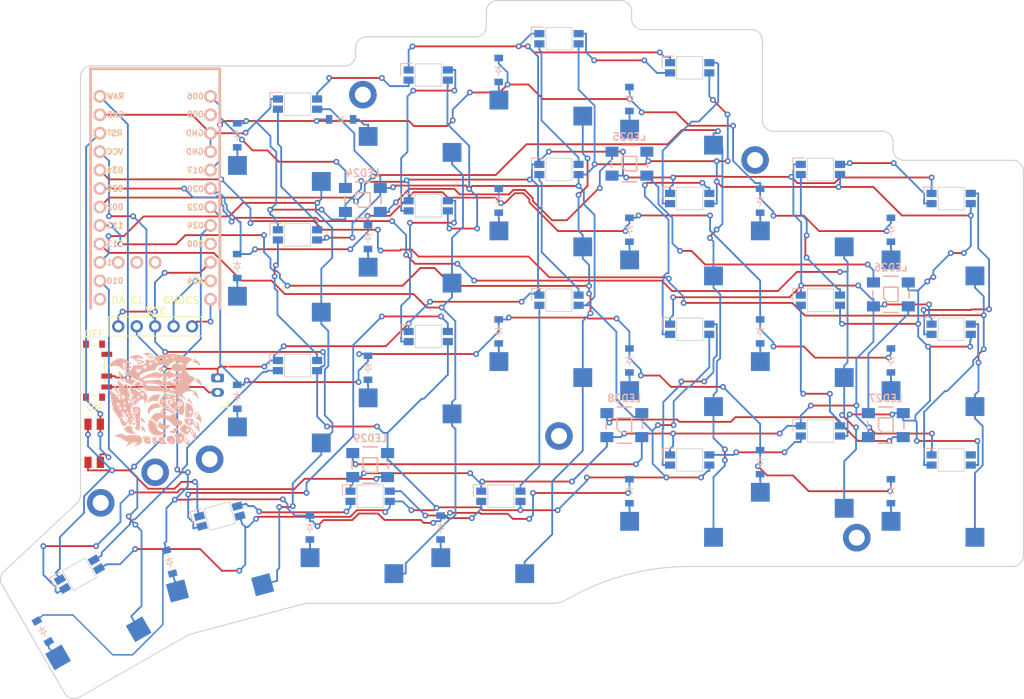
<source format=kicad_pcb>
(kicad_pcb (version 20240108) (generator "pcbnew") (generator_version "8.0")
  (title_block (title "right") (rev "v1.0.0") (company "Unknown"))
  (layers (0 "F.Cu" signal) (31 "B.Cu" signal) (34 "B.Paste" user) (35 "F.Paste" user) (36 "B.SilkS" user "B.Silkscreen") (37 "F.SilkS" user "F.Silkscreen") (38 "B.Mask" user) (39 "F.Mask" user) (44 "Edge.Cuts" user))
  (net 0 "")
  (net 1 "P031")
  (net 2 "mirror_outer_bottom")
  (net 3 "mirror_outer_home")
  (net 4 "mirror_outer_top")
  (net 5 "P029")
  (net 6 "mirror_pinky_bottom")
  (net 7 "mirror_pinky_home")
  (net 8 "mirror_pinky_top")
  (net 9 "P002")
  (net 10 "mirror_ring_bonus")
  (net 11 "mirror_ring_bottom")
  (net 12 "mirror_ring_home")
  (net 13 "mirror_ring_top")
  (net 14 "P115")
  (net 15 "mirror_middle_bottom")
  (net 16 "mirror_middle_home")
  (net 17 "mirror_middle_top")
  (net 18 "P113")
  (net 19 "mirror_index_bottom")
  (net 20 "mirror_index_home")
  (net 21 "mirror_index_top")
  (net 22 "P111")
  (net 23 "mirror_inner_bottom")
  (net 24 "mirror_inner_home")
  (net 25 "mirror_inner_top")
  (net 26 "mirror_inner_thumb")
  (net 27 "mirror_close_thumb")
  (net 28 "mirror_home_thumb")
  (net 29 "P010")
  (net 30 "mirror_outer_thumb")
  (net 31 "P022")
  (net 32 "P020")
  (net 33 "P017")
  (net 34 "P024")
  (net 35 "VCC")
  (net 36 "LED_23")
  (net 37 "GND")
  (net 38 "LED_22")
  (net 39 "LED_21")
  (net 40 "LED_20")
  (net 41 "LED_18")
  (net 42 "LED_17")
  (net 43 "LED_19")
  (net 44 "LED_16")
  (net 45 "LED_15")
  (net 46 "LED_14")
  (net 47 "LED_13")
  (net 48 "LED_11")
  (net 49 "LED_10")
  (net 50 "LED_12")
  (net 51 "LED_7")
  (net 52 "LED_6")
  (net 53 "LED_5")
  (net 54 "LED_4")
  (net 55 "LED_2")
  (net 56 "LED_1")
  (net 57 "LED_3")
  (net 58 "LED_9")
  (net 59 "LED_8")
  (net 60 "ULED_6")
  (net 61 "P006")
  (net 62 "ULED_1")
  (net 63 "ULED_2")
  (net 64 "ULED_3")
  (net 65 "ULED_4")
  (net 66 "ULED_5")
  (net 67 "RAW")
  (net 68 "RST")
  (net 69 "P009")
  (net 70 "P008")
  (net 71 "P100")
  (net 72 "P011")
  (net 73 "P104")
  (net 74 "P106")
  (net 75 "P101")
  (net 76 "P102")
  (net 77 "P107")
  (net 78 "BAT_P")
  (footprint "ceoloide:reset_switch_smd_side" (layer "F.Cu") (at 132 165 90)
    (property "Reference" "RST1" (hide yes))
    (property "Value" "")
  )
  (footprint "ceoloide:mounting_hole_plated" (layer "F.Cu") (at 223 126)
    (property "Reference" "H2" (hide yes))
    (property "Value" "")
  )
  (footprint "PG1350" (layer "F.Cu") (at 188 177 180)
    (property "Reference" "S20" (hide yes))
    (property "Value" "" (hide yes))
  )
  (footprint "PG1350" (layer "F.Cu") (at 178 155 180)
    (property "Reference" "S14" (hide yes))
    (property "Value" "" (hide yes))
  )
  (footprint "PG1350" (layer "F.Cu") (at 132.3191 187.0966 -150)
    (property "Reference" "S23" (hide yes))
    (property "Value" "" (hide yes))
  )
  (footprint "ceoloide:display_nice_view" (layer "F.Cu") (at 140.4 132.2)
    (property "Reference" "DISP1" (hide yes))
    (property "Value" "")
  )
  (footprint "PG1350" (layer "F.Cu") (at 250 154 180)
    (property "Reference" "S2" (hide yes))
    (property "Value" "" (hide yes))
  )
  (footprint "PG1350" (layer "F.Cu") (at 196 114 180)
    (property "Reference" "S13" (hide yes))
    (property "Value" "" (hide yes))
  )
  (footprint "PG1350" (layer "F.Cu") (at 214 136 180)
    (property "Reference" "S9" (hide yes))
    (property "Value" "" (hide yes))
  )
  (footprint "PG1350" (layer "F.Cu") (at 214 172 180)
    (property "Reference" "S7" (hide yes))
    (property "Value" "" (hide yes))
  )
  (footprint "PG1350" (layer "F.Cu") (at 232 132 180)
    (property "Reference" "S6" (hide yes))
    (property "Value" "" (hide yes))
  )
  (footprint "ceoloide:mounting_hole_plated" (layer "F.Cu") (at 196 164)
    (property "Reference" "H4" (hide yes))
    (property "Value" "")
  )
  (footprint "PG1350" (layer "F.Cu") (at 178 119 180)
    (property "Reference" "S16" (hide yes))
    (property "Value" "" (hide yes))
  )
  (footprint "ceoloide:mounting_hole_plated" (layer "F.Cu") (at 147.9 167.2)
    (property "Reference" "H6" (hide yes))
    (property "Value" "")
  )
  (footprint "ceoloide:battery_connector_jst_ph_2" (layer "F.Cu") (at 149 157 -90)
    (property "Reference" "JST1" (hide yes))
    (property "Value" "")
  )
  (footprint "PG1350" (layer "F.Cu") (at 150.4949 179.5679 -165)
    (property "Reference" "S22" (hide yes))
    (property "Value" "" (hide yes))
  )
  (footprint "PG1350" (layer "F.Cu") (at 160 159 180)
    (property "Reference" "S17" (hide yes))
    (property "Value" "" (hide yes))
  )
  (footprint "PG1350" (layer "F.Cu") (at 160 141 180)
    (property "Reference" "S18" (hide yes))
    (property "Value" "" (hide yes))
  )
  (footprint "ceoloide:power_switch_smd_side" (layer "F.Cu") (at 132 155 180)
    (property "Reference" "PWR1" (hide yes))
    (property "Value" "")
  )
  (footprint "PG1350" (layer "F.Cu") (at 232 150 180)
    (property "Reference" "S5" (hide yes))
    (property "Value" "" (hide yes))
  )
  (footprint "PG1350" (layer "F.Cu") (at 178 137 180)
    (property "Reference" "S15" (hide yes))
    (property "Value" "" (hide yes))
  )
  (footprint "PG1350" (layer "F.Cu") (at 196 150 180)
    (property "Reference" "S11" (hide yes))
    (property "Value" "" (hide yes))
  )
  (footprint "PG1350" (layer "F.Cu") (at 160 123 180)
    (property "Reference" "S19" (hide yes))
    (property "Value" "" (hide yes))
  )
  (footprint "PG1350" (layer "F.Cu") (at 232 168 180)
    (property "Reference" "S4" (hide yes))
    (property "Value" "" (hide yes))
  )
  (footprint "PG1350" (layer "F.Cu") (at 214 154 180)
    (property "Reference" "S8" (hide yes))
    (property "Value" "" (hide yes))
  )
  (footprint "nice_nano" (layer "F.Cu") (at 140.4 131.2 -90)
    (property "Reference" "MCU1" (hide yes))
    (property "Value" "")
  )
  (footprint "ceoloide:mounting_hole_plated" (layer "F.Cu") (at 237 178)
    (property "Reference" "H3" (hide yes))
    (property "Value" "")
  )
  (footprint "ceoloide:mounting_hole_plated" (layer "F.Cu") (at 132.9 173.2)
    (property "Reference" "H7" (hide yes))
    (property "Value" "")
  )
  (footprint "ceoloide:mounting_hole_plated" (layer "F.Cu") (at 169 117)
    (property "Reference" "H1" (hide yes))
    (property "Value" "")
  )
  (footprint "PG1350" (layer "F.Cu") (at 250 136 180)
    (property "Reference" "S3" (hide yes))
    (property "Value" "" (hide yes))
  )
  (footprint "ceoloide:mounting_hole_plated" (layer "F.Cu") (at 140.4 169)
    (property "Reference" "H5" (hide yes))
    (property "Value" "")
  )
  (footprint "PG1350" (layer "F.Cu") (at 214 118 180)
    (property "Reference" "S10" (hide yes))
    (property "Value" "" (hide yes))
  )
  (footprint "PG1350" (layer "F.Cu") (at 196 132 180)
    (property "Reference" "S12" (hide yes))
    (property "Value" "" (hide yes))
  )
  (footprint "PG1350" (layer "F.Cu") (at 250 172 180)
    (property "Reference" "S1" (hide yes))
    (property "Value" "" (hide yes))
  )
  (footprint "PG1350" (layer "F.Cu") (at 170 177 180)
    (property "Reference" "S21" (hide yes))
    (property "Value" "" (hide yes))
  )
  (footprint "ceoloide:diode_tht_sod123" (layer "B.Cu") (at 151.7 122.6 -90)
    (property "Reference" "D18" (hide yes))
    (property "Value" "")
  )
  (footprint "ceoloide:led_SK6812mini-e (per-keysingle-side)" (layer "B.Cu") (at 149.2785 175.028 15)
    (property "Reference" "LED22" (hide yes))
    (property "Value" "")
    (fp_poly (pts (xy -1.8 -1.55) (xy 1.8 -1.55) (xy 1.8 1.55) (xy -1.8 1.55)) (stroke (width 0.12)) (fill none) (layer "Edge.Cuts"))
  )
  (footprint "ceoloide:diode_tht_sod123" (layer "B.Cu") (at 223.7 149.6 -90)
    (property "Reference" "D5" (hide yes))
    (property "Value" "")
  )
  (footprint "ceoloide:diode_tht_sod123" (layer "B.Cu") (at 169.7 154.6 -90)
    (property "Reference" "D14" (hide yes))
    (property "Value" "")
  )
  (footprint "WS2812B" (layer "B.Cu") (at 205.7 126.5)
    (property "Reference" "LED25")
    (property "Value" "VAL**" (hide yes))
  )
  (footprint "ceoloide:diode_tht_sod123" (layer "B.Cu") (at 241.7 153.6 -90)
    (property "Reference" "D2" (hide yes))
    (property "Value" "")
  )
  (footprint "ceoloide:led_SK6812mini-e (per-keysingle-side)" (layer "B.Cu") (at 178 132.3)
    (property "Reference" "LED15" (hide yes))
    (property "Value" "")
    (fp_rect (start -1.8 -1.55) (end 1.8 1.55) (stroke (width 0.12)) (fill none) (layer "Edge.Cuts"))
  )
  (footprint "WS2812B" (layer "B.Cu") (at 241.7 144.5)
    (property "Reference" "LED26")
    (property "Value" "VAL**" (hide yes))
  )
  (footprint "ceoloide:diode_tht_sod123" (layer "B.Cu") (at 151.7 140.6 -90)
    (property "Reference" "D17" (hide yes))
    (property "Value" "")
  )
  (footprint "ceoloide:diode_tht_sod123" (layer "B.Cu") (at 223.7 131.6 -90)
    (property "Reference" "D6" (hide yes))
    (property "Value" "")
  )
  (footprint "ceoloide:diode_tht_sod123" (layer "B.Cu") (at 241.7 135.6 -90)
    (property "Reference" "D3" (hide yes))
    (property "Value" "")
  )
  (footprint "ceoloide:diode_tht_sod123" (layer "B.Cu") (at 187.7 113.6 -90)
    (property "Reference" "D13" (hide yes))
    (property "Value" "")
  )
  (footprint "ceoloide:led_SK6812mini-e (per-keysingle-side)" (layer "B.Cu") (at 160 136.3)
    (property "Reference" "LED18" (hide yes))
    (property "Value" "")
    (fp_rect (start -1.8 -1.55) (end 1.8 1.55) (stroke (width 0.12)) (fill none) (layer "Edge.Cuts"))
  )
  (footprint "ceoloide:diode_tht_sod123" (layer "B.Cu") (at 166 120.4)
    (property "Reference" "D23" (hide yes))
    (property "Value" "")
  )
  (footprint "ceoloide:led_SK6812mini-e (per-keysingle-side)" (layer "B.Cu") (at 214 149.3)
    (property "Reference" "LED8" (hide yes))
    (property "Value" "")
    (fp_rect (start -1.8 -1.55) (end 1.8 1.55) (stroke (width 0.12)) (fill none) (layer "Edge.Cuts"))
  )
  (footprint "ceoloide:led_SK6812mini-e (per-keysingle-side)" (layer "B.Cu") (at 214 113.3)
    (property "Reference" "LED10" (hide yes))
    (property "Value" "")
    (fp_rect (start -1.8 -1.55) (end 1.8 1.55) (stroke (width 0.12)) (fill none) (layer "Edge.Cuts"))
  )
  (footprint "ceoloide:led_SK6812mini-e (per-keysingle-side)" (layer "B.Cu") (at 178 150.3)
    (property "Reference" "LED14" (hide yes))
    (property "Value" "")
    (fp_rect (start -1.8 -1.55) (end 1.8 1.55) (stroke (width 0.12)) (fill none) (layer "Edge.Cuts"))
  )
  (footprint "ceoloide:led_SK6812mini-e (per-keysingle-side)" (layer "B.Cu") (at 170 172.3)
    (property "Reference" "LED21" (hide yes))
    (property "Value" "")
    (fp_rect (start -1.8 -1.55) (end 1.8 1.55) (stroke (width 0.12)) (fill none) (layer "Edge.Cuts"))
  )
  (footprint "ceoloide:diode_tht_sod123" (layer "B.Cu") (at 205.7 171.6 -90)
    (property "Reference" "D7" (hide yes))
    (property "Value" "")
  )
  (footprint "ceoloide:diode_tht_sod123" (layer "B.Cu") (at 241.7 171.6 -90)
    (property "Reference" "D1" (hide yes))
    (property "Value" "")
  )
  (footprint "ceoloide:diode_tht_sod123" (layer "B.Cu") (at 124.9311 190.9002 -60)
    (property "Reference" "D22" (hide yes))
    (property "Value" "")
  )
  (footprint "ceoloide:led_SK6812mini-e (per-keysingle-side)" (layer "B.Cu") (at 232 127.3)
    (property "Reference" "LED6" (hide yes))
    (property "Value" "")
    (fp_rect (start -1.8 -1.55) (end 1.8 1.55) (stroke (width 0.12)) (fill none) (layer "Edge.Cuts"))
  )
  (footprint "ceoloide:led_SK6812mini-e (per-keysingle-side)" (layer "B.Cu") (at 196 127.3)
    (property "Reference" "LED12" (hide yes))
    (property "Value" "")
    (fp_rect (start -1.8 -1.55) (end 1.8 1.55) (stroke (width 0.12)) (fill none) (layer "Edge.Cuts"))
  )
  (footprint "ceoloide:led_SK6812mini-e (per-keysingle-side)" (layer "B.Cu") (at 129.9691 183.0262 30)
    (property "Reference" "LED23" (hide yes))
    (property "Value" "")
    (fp_poly (pts (xy -1.8 -1.55) (xy 1.8 -1.55) (xy 1.8 1.55) (xy -1.8 1.55)) (stroke (width 0.12)) (fill none) (layer "Edge.Cuts"))
  )
  (footprint "ceoloide:led_SK6812mini-e (per-keysingle-side)" (layer "B.Cu") (at 196 109.3)
    (property "Reference" "LED13" (hide yes))
    (property "Value" "")
    (fp_rect (start -1.8 -1.55) (end 1.8 1.55) (stroke (width 0.12)) (fill none) (layer "Edge.Cuts"))
  )
  (footprint "ceoloide:diode_tht_sod123" (layer "B.Cu") (at 187.7 131.6 -90)
    (property "Reference" "D12" (hide yes))
    (property "Value" "")
  )
  (footprint "ceoloide:led_SK6812mini-e (per-keysingle-side)" (layer "B.Cu") (at 178 114.3)
    (property "Reference" "LED16" (hide yes))
    (property "Value" "")
    (fp_rect (start -1.8 -1.55) (end 1.8 1.55) (stroke (width 0.12)) (fill none) (layer "Edge.Cuts"))
  )
  (footprint "ceoloide:diode_tht_sod123" (layer "B.Cu") (at 187.7 149.6 -90)
    (property "Reference" "D11" (hide yes))
    (property "Value" "")
  )
  (footprint "ceoloide:led_SK6812mini-e (per-keysingle-side)" (layer "B.Cu") (at 250 167.3)
    (property "Reference" "LED1" (hide yes))
    (property "Value" "")
    (fp_rect (start -1.8 -1.55) (end 1.8 1.55) (stroke (width 0.12)) (fill none) (layer "Edge.Cuts"))
  )
  (footprint "ceoloide:diode_tht_sod123" (layer "B.Cu") (at 169.7 136.6 -90)
    (property "Reference" "D15" (hide yes))
    (property "Value" "")
  )
  (footprint "WS2812B" (layer "B.Cu") (at 205 162.5)
    (property "Reference" "LED28")
    (property "Value" "VAL**" (hide yes))
  )
  (footprint "ceoloide:diode_tht_sod123" (layer "B.Cu") (at 151.7 158.6 -90)
    (property "Reference" "D16" (hide yes))
    (property "Value" "")
  )
  (footprint "custom:lio" (layer "B.Cu") (at 140.4 159)
    (property "Reference" "G" (hide yes))
    (property "Value" "Lio" (hide yes))
  )
  (footprint "ceoloide:led_SK6812mini-e (per-keysingle-side)" (layer "B.Cu") (at 188 172.3)
    (property "Reference" "LED20" (hide yes))
    (property "Value" "")
    (fp_rect (start -1.8 -1.55) (end 1.8 1.55) (stroke (width 0.12)) (fill none) (layer "Edge.Cuts"))
  )
  (footprint "ceoloide:diode_tht_sod123" (layer "B.Cu") (at 205.7 135.6 -90)
    (property "Reference" "D9" (hide yes))
    (property "Value" "")
  )
  (footprint "ceoloide:led_SK6812mini-e (per-keysingle-side)" (layer "B.Cu") (at 232 163.3)
    (property "Reference" "LED4" (hide yes))
    (property "Value" "")
    (fp_rect (start -1.8 -1.55) (end 1.8 1.55) (stroke (width 0.12)) (fill none) (layer "Edge.Cuts"))
  )
  (footprint "ceoloide:led_SK6812mini-e (per-keysingle-side)" (layer "B.Cu") (at 232 145.3)
    (property "Reference" "LED5" (hide yes))
    (property "Value" "")
    (fp_rect (start -1.8 -1.55) (end 1.8 1.55) (stroke (width 0.12)) (fill none) (layer "Edge.Cuts"))
  )
  (footprint "ceoloide:led_SK6812mini-e (per-keysingle-side)" (layer "B.Cu") (at 250 131.3)
    (property "Reference" "LED3" (hide yes))
    (property "Value" "")
    (fp_rect (start -1.8 -1.55) (end 1.8 1.55) (stroke (width 0.12)) (fill none) (layer "Edge.Cuts"))
  )
  (footprint "ceoloide:diode_tht_sod123" (layer "B.Cu") (at 205.7 153.6 -90)
    (property "Reference" "D8" (hide yes))
    (property "Value" "")
  )
  (footprint "WS2812B" (layer "B.Cu") (at 169 131.5)
    (property "Reference" "LED24")
    (property "Value" "VAL**" (hide yes))
  )
  (footprint "ceoloide:diode_tht_sod123" (layer "B.Cu") (at 161.7 176.6 -90)
    (property "Reference" "D20" (hide yes))
    (property "Value" "")
  )
  (footprint "WS2812B" (layer "B.Cu") (at 170 168)
    (property "Reference" "LED29")
    (property "Value" "VAL**" (hide yes))
  )
  (footprint "ceoloide:diode_tht_sod123" (layer "B.Cu") (at 223.7 167.6 -90)
    (property "Reference" "D4" (hide yes))
    (property "Value" "")
  )
  (footprint "ceoloide:led_SK6812mini-e (per-keysingle-side)" (layer "B.Cu") (at 214 131.3)
    (property "Reference" "LED9" (hide yes))
    (property "Value" "")
    (fp_rect (start -1.8 -1.55) (end 1.8 1.55) (stroke (width 0.12)) (fill none) (layer "Edge.Cuts"))
  )
  (footprint "ceoloide:diode_tht_sod123" (layer "B.Cu") (at 179.7 176.6 -90)
    (property "Reference" "D19" (hide yes))
    (property "Value" "")
  )
  (footprint "ceoloide:led_SK6812mini-e (per-keysingle-side)" (layer "B.Cu") (at 250 149.3)
    (property "Reference" "LED2" (hide yes))
    (property "Value" "")
    (fp_rect (start -1.8 -1.55) (end 1.8 1.55) (stroke (width 0.12)) (fill none) (layer "Edge.Cuts"))
  )
  (footprint "ceoloide:led_SK6812mini-e (per-keysingle-side)" (layer "B.Cu") (at 196 145.3)
    (property "Reference" "LED11" (hide yes))
    (property "Value" "")
    (fp_rect (start -1.8 -1.55) (end 1.8 1.55) (stroke (width 0.12)) (fill none) (layer "Edge.Cuts"))
  )
  (footprint "WS2812B" (layer "B.Cu") (at 241 162.5)
    (property "Reference" "LED27")
    (property "Value" "VAL**" (hide yes))
  )
  (footprint "ceoloide:led_SK6812mini-e (per-keysingle-side)" (layer "B.Cu") (at 160 154.3)
    (property "Reference" "LED17" (hide yes))
    (property "Value" "")
    (fp_rect (start -1.8 -1.55) (end 1.8 1.55) (stroke (width 0.12)) (fill none) (layer "Edge.Cuts"))
  )
  (footprint "ceoloide:led_SK6812mini-e (per-keysingle-side)" (layer "B.Cu") (at 214 167.3)
    (property "Reference" "LED7" (hide yes))
    (property "Value" "")
    (fp_rect (start -1.8 -1.55) (end 1.8 1.55) (stroke (width 0.12)) (fill none) (layer "Edge.Cuts"))
  )
  (footprint "ceoloide:diode_tht_sod123" (layer "B.Cu") (at 142.3742 181.3297 -75)
    (property "Reference" "D21" (hide yes))
    (property "Value" "")
  )
  (footprint "ceoloide:diode_tht_sod123" (layer "B.Cu") (at 205.7 117.6 -90)
    (property "Reference" "D10" (hide yes))
    (property "Value" "")
  )
  (footprint "ceoloide:led_SK6812mini-e (per-keysingle-side)" (layer "B.Cu") (at 160 118.3)
    (property "Reference" "LED19" (hide yes))
    (property "Value" "")
    (fp_rect (start -1.8 -1.55) (end 1.8 1.55) (stroke (width 0.12)) (fill none) (layer "Edge.Cuts"))
  )
  (gr_line (start 240.5 122.04) (end 225.5 122.04) (stroke (width 0.15)) (layer "Edge.Cuts"))
  (gr_line (start 258.46 126.04) (end 243.5 126.04) (stroke (width 0.15)) (layer "Edge.Cuts"))
  (gr_line (start 129.970181 199.960875) (end 144.886966 191.433109) (stroke (width 0.15)) (layer "Edge.Cuts"))
  (gr_line (start 166.5 113.04) (end 131.62 113.04) (stroke (width 0.15)) (layer "Edge.Cuts"))
  (gr_arc (start 258.46 126.04) (mid 259.52066 126.47934) (end 259.96 127.54) (stroke (width 0.15)) (layer "Edge.Cuts"))
  (gr_arc (start 168 111.54) (mid 167.56066 112.60066) (end 166.5 113.04) (stroke (width 0.15)) (layer "Edge.Cuts"))
  (gr_line (start 222.5 108.04) (end 207.5 108.04) (stroke (width 0.15)) (layer "Edge.Cuts"))
  (gr_arc (start 204.5 104.04) (mid 205.56066 104.47934) (end 206 105.54) (stroke (width 0.15)) (layer "Edge.Cuts"))
  (gr_arc (start 225.5 122.04) (mid 224.43934 121.60066) (end 224 120.54) (stroke (width 0.15)) (layer "Edge.Cuts"))
  (gr_arc (start 160.900812 187.090995) (mid 161.091632 187.052931) (end 161.285773 187.039887) (stroke (width 0.15)) (layer "Edge.Cuts"))
  (gr_line (start 259.96 180.46) (end 259.96 127.54) (stroke (width 0.15)) (layer "Edge.Cuts"))
  (gr_line (start 119.309663 184.483547) (end 127.926679 199.408657) (stroke (width 0.15)) (layer "Edge.Cuts"))
  (gr_arc (start 186 105.54) (mid 186.43934 104.47934) (end 187.5 104.04) (stroke (width 0.15)) (layer "Edge.Cuts"))
  (gr_arc (start 197.020955 186.536148) (mid 196.138232 186.91617) (end 195.185119 187.039432) (stroke (width 0.15)) (layer "Edge.Cuts"))
  (gr_line (start 224 120.54) (end 224 109.54) (stroke (width 0.15)) (layer "Edge.Cuts"))
  (gr_line (start 206 106.54) (end 206 105.54) (stroke (width 0.15)) (layer "Edge.Cuts"))
  (gr_arc (start 144.886966 191.433109) (mid 145.060356 191.34829) (end 145.243202 191.286439) (stroke (width 0.15)) (layer "Edge.Cuts"))
  (gr_arc (start 222.5 108.04) (mid 223.56066 108.47934) (end 224 109.54) (stroke (width 0.15)) (layer "Edge.Cuts"))
  (gr_arc (start 129.970181 199.960875) (mid 128.834406 200.106716) (end 127.926679 199.408657) (stroke (width 0.15)) (layer "Edge.Cuts"))
  (gr_line (start 184.5 109.04) (end 169.5 109.04) (stroke (width 0.15)) (layer "Edge.Cuts"))
  (gr_line (start 168 110.54) (end 168 111.54) (stroke (width 0.15)) (layer "Edge.Cuts"))
  (gr_arc (start 168 110.54) (mid 168.43934 109.47934) (end 169.5 109.04) (stroke (width 0.15)) (layer "Edge.Cuts"))
  (gr_line (start 242 124.54) (end 242 123.54) (stroke (width 0.15)) (layer "Edge.Cuts"))
  (gr_arc (start 197.020955 186.536148) (mid 205.310098 183.105283) (end 214.207798 181.96) (stroke (width 0.15)) (layer "Edge.Cuts"))
  (gr_line (start 186 105.54) (end 186 107.54) (stroke (width 0.15)) (layer "Edge.Cuts"))
  (gr_line (start 129.643728 173.244724) (end 119.584973 182.637198) (stroke (width 0.15)) (layer "Edge.Cuts"))
  (gr_line (start 145.243202 191.286439) (end 160.900812 187.090995) (stroke (width 0.15)) (layer "Edge.Cuts"))
  (gr_arc (start 119.309663 184.483547) (mid 119.125104 183.512327) (end 119.584973 182.637198) (stroke (width 0.15)) (layer "Edge.Cuts"))
  (gr_arc (start 186 107.54) (mid 185.56066 108.60066) (end 184.5 109.04) (stroke (width 0.15)) (layer "Edge.Cuts"))
  (gr_line (start 214.207798 181.96) (end 258.46 181.96) (stroke (width 0.15)) (layer "Edge.Cuts"))
  (gr_arc (start 207.5 108.04) (mid 206.43934 107.60066) (end 206 106.54) (stroke (width 0.15)) (layer "Edge.Cuts"))
  (gr_line (start 161.285773 187.039887) (end 195.185119 187.039432) (stroke (width 0.15)) (layer "Edge.Cuts"))
  (gr_line (start 130.12 114.54) (end 130.12 172.148375) (stroke (width 0.15)) (layer "Edge.Cuts"))
  (gr_line (start 204.5 104.04) (end 187.5 104.04) (stroke (width 0.15)) (layer "Edge.Cuts"))
  (gr_arc (start 243.5 126.04) (mid 242.43934 125.60066) (end 242 124.54) (stroke (width 0.15)) (layer "Edge.Cuts"))
  (gr_arc (start 130.12 172.148375) (mid 129.995789 172.74604) (end 129.643728 173.244724) (stroke (width 0.15)) (layer "Edge.Cuts"))
  (gr_arc (start 240.5 122.04) (mid 241.56066 122.47934) (end 242 123.54) (stroke (width 0.15)) (layer "Edge.Cuts"))
  (gr_arc (start 259.96 180.46) (mid 259.52066 181.52066) (end 258.46 181.96) (stroke (width 0.15)) (layer "Edge.Cuts"))
  (gr_arc (start 130.12 114.54) (mid 130.55934 113.47934) (end 131.62 113.04) (stroke (width 0.15)) (layer "Edge.Cuts"))
  (segment (start 246.5953 147.3667) (end 254.4845 147.3667) (width 0.25) (layer "F.Cu") (net 1))
  (segment (start 176.6726 139.2912) (end 175.7103 138.3289) (width 0.25) (layer "F.Cu") (net 1))
  (segment (start 163.4555 135.5945) (end 171.0646 135.5945) (width 0.25) (layer "F.Cu") (net 1))
  (segment (start 149.4967 128.66) (end 134.05 128.66) (width 0.25) (layer "F.Cu") (net 1))
  (segment (start 194.6665 142.1522) (end 191.8055 139.2912) (width 0.25) (layer "F.Cu") (net 1))
  (segment (start 191.8055 139.2912) (end 176.6726 139.2912) (width 0.25) (layer "F.Cu") (net 1))
  (segment (start 213.1592 145.6709) (end 228.1209 145.6709) (width 0.25) (layer "F.Cu") (net 1))
  (segment (start 246.5372 147.4248) (end 246.5953 147.3667) (width 0.25) (layer "F.Cu") (net 1))
  (segment (start 153.8024 134.4062) (end 162.2672 134.4062) (width 0.25) (layer "F.Cu") (net 1))
  (segment (start 175.7103 138.3289) (end 174.2138 138.3289) (width 0.25) (layer "F.Cu") (net 1))
  (segment (start 228.1209 145.6709) (end 229.8748 147.4248) (width 0.25) (layer "F.Cu") (net 1))
  (segment (start 174.2138 138.3289) (end 174.0819 138.4608) (width 0.25) (layer "F.Cu") (net 1))
  (segment (start 253.7633 152.7701) (end 253.7633 153.8885) (width 0.25) (layer "F.Cu") (net 1))
  (segment (start 229.8748 147.4248) (end 246.5372 147.4248) (width 0.25) (layer "F.Cu") (net 1))
  (segment (start 174.0819 138.4608) (end 171.436 138.4608) (width 0.25) (layer "F.Cu") (net 1))
  (segment (start 134.05 128.66) (end 132.78 127.39) (width 0.25) (layer "F.Cu") (net 1))
  (segment (start 210.9604 142.1522) (end 194.6665 142.1522) (width 0.25) (layer "F.Cu") (net 1))
  (segment (start 162.2672 134.4062) (end 163.4555 135.5945) (width 0.25) (layer "F.Cu") (net 1))
  (segment (start 153.521 134.6876) (end 153.8024 134.4062) (width 0.25) (layer "F.Cu") (net 1))
  (segment (start 211.1216 142.3134) (end 210.9604 142.1522) (width 0.25) (layer "F.Cu") (net 1))
  (segment (start 254.4845 152.0489) (end 253.7633 152.7701) (width 0.25) (layer "F.Cu") (net 1))
  (via (at 171.0646 135.5945) (size 0.8) (drill 0.4) (layers "F.Cu" "B.Cu") (net 1))
  (via (at 149.4967 128.66) (size 0.8) (drill 0.4) (layers "F.Cu" "B.Cu") (net 1))
  (via (at 211.1216 142.3134) (size 0.8) (drill 0.4) (layers "F.Cu" "B.Cu") (net 1))
  (via (at 153.521 134.6876) (size 0.8) (drill 0.4) (layers "F.Cu" "B.Cu") (net 1))
  (via (at 254.4845 147.3667) (size 0.8) (drill 0.4) (layers "F.Cu" "B.Cu") (net 1))
  (via (at 171.436 138.4608) (size 0.8) (drill 0.4) (layers "F.Cu" "B.Cu") (net 1))
  (via (at 254.4845 152.0489) (size 0.8) (drill 0.4) (layers "F.Cu" "B.Cu") (net 1))
  (via (at 253.7633 153.8885) (size 0.8) (drill 0.4) (layers "F.Cu" "B.Cu") (net 1))
  (via (at 213.1592 145.6709) (size 0.8) (drill 0.4) (layers "F.Cu" "B.Cu") (net 1))
  (segment (start 253.7633 153.8885) (end 253.7633 157.835) (width 0.25) (layer "B.Cu") (net 1))
  (segment (start 254.3432 162.6449) (end 253.275 161.5767) (width 0.25) (layer "B.Cu") (net 1))
  (segment (start 253.7633 157.835) (end 253.275 158.3233) (width 0.25) (layer "B.Cu") (net 1))
  (segment (start 253.275 159.95) (end 253.275 158.3233) (width 0.25) (layer "B.Cu") (net 1))
  (segment (start 253.275 177.95) (end 253.275 169.0906) (width 0.25) (layer "B.Cu") (net 1))
  (segment (start 149.4967 128.66) (end 153.521 132.6843) (width 0.25) (layer "B.Cu") (net 1))
  (segment (start 254.3432 168.0224) (end 254.3432 162.6449) (width 0.25) (layer "B.Cu") (net 1))
  (segment (start 253.275 159.95) (end 253.275 161.5767) (width 0.25) (layer "B.Cu") (net 1))
  (segment (start 254.4845 147.3667) (end 254.4845 152.0489) (width 0.25) (layer "B.Cu") (net 1))
  (segment (start 253.275 141.95) (end 253.275 143.5767) (width 0.25) (layer "B.Cu") (net 1))
  (segment (start 153.521 132.6843) (end 153.521 134.6876) (width 0.25) (layer "B.Cu") (net 1))
  (segment (start 213.1592 145.6709) (end 213.1592 144.8183) (width 0.25) (layer "B.Cu") (net 1))
  (segment (start 254.4845 144.7862) (end 254.4845 147.3667) (width 0.25) (layer "B.Cu") (net 1))
  (segment (start 211.1216 142.7807) (end 211.1216 142.3134) (width 0.25) (layer "B.Cu") (net 1))
  (segment (start 171.0646 138.0894) (end 171.436 138.4608) (width 0.25) (layer "B.Cu") (net 1))
  (segment (start 213.1592 144.8183) (end 211.1216 142.7807) (width 0.25) (layer "B.Cu") (net 1))
  (segment (start 253.275 169.0906) (end 254.3432 168.0224) (width 0.25) (layer "B.Cu") (net 1))
  (segment (start 171.0646 135.5945) (end 171.0646 138.0894) (width 0.25) (layer "B.Cu") (net 1))
  (segment (start 253.275 143.5767) (end 254.4845 144.7862) (width 0.25) (layer "B.Cu") (net 1))
  (segment (start 241.7 173.25) (end 241.7 174.0267) (width 0.25) (layer "B.Cu") (net 2))
  (segment (start 241.7 174.0267) (end 241.725 174.0517) (width 0.25) (layer "B.Cu") (net 2))
  (segment (start 241.725 174.0517) (end 241.725 175.75) (width 0.25) (layer "B.Cu") (net 2))
  (segment (start 241.7 155.25) (end 241.7 156.0267) (width 0.25) (layer "B.Cu") (net 3))
  (segment (start 241.725 156.0517) (end 241.725 157.75) (width 0.25) (layer "B.Cu") (net 3))
  (segment (start 241.7 156.0267) (end 241.725 156.0517) (width 0.25) (layer "B.Cu") (net 3))
  (segment (start 241.725 138.0517) (end 241.725 139.75) (width 0.25) (layer "B.Cu") (net 4))
  (segment (start 241.7 137.25) (end 241.7 138.0267) (width 0.25) (layer "B.Cu") (net 4))
  (segment (start 241.7 138.0267) (end 241.725 138.0517) (width 0.25) (layer "B.Cu") (net 4))
  (segment (start 132.78 129.93) (end 144.394 129.93) (width 0.25) (layer "F.Cu") (net 5))
  (segment (start 162.5667 133.9545) (end 151.4366 133.9545) (width 0.25) (layer "F.Cu") (net 5))
  (segment (start 211.5798 144.0368) (end 226.1358 144.0368) (width 0.25) (layer "F.Cu") (net 5))
  (segment (start 210.1469 142.6039) (end 211.5798 144.0368) (width 0.25) (layer "F.Cu") (net 5))
  (segment (start 173.0292 134.4062) (end 163.0184 134.4062) (width 0.25) (layer "F.Cu") (net 5))
  (segment (start 236.6743 162.8006) (end 234.9815 161.1078) (width 0.25) (layer "F.Cu") (net 5))
  (segment (start 228.7682 141.4044) (end 234.6764 141.4044) (width 0.25) (layer "F.Cu") (net 5))
  (segment (start 176.1795 140.2827) (end 182.0098 140.2827) (width 0.25) (layer "F.Cu") (net 5))
  (segment (start 174.9525 139.0557) (end 176.1795 140.2827) (width 0.25) (layer "F.Cu") (net 5))
  (segment (start 151.4366 133.9545) (end 150.9072 134.4839) (width 0.25) (layer "F.Cu") (net 5))
  (segment (start 236.9 162.8006) (end 236.6743 162.8006) (width 0.25) (layer "F.Cu") (net 5))
  (segment (start 163.0184 134.4062) (end 162.5667 133.9545) (width 0.25) (layer "F.Cu") (net 5))
  (segment (start 184.331 142.6039) (end 210.1469 142.6039) (width 0.25) (layer "F.Cu") (net 5))
  (segment (start 226.1358 144.0368) (end 228.7682 141.4044) (width 0.25) (layer "F.Cu") (net 5))
  (via (at 144.394 129.93) (size 0.8) (drill 0.4) (layers "F.Cu" "B.Cu") (net 5))
  (via (at 234.9815 161.1078) (size 0.8) (drill 0.4) (layers "F.Cu" "B.Cu") (net 5))
  (via (at 236.9 162.8006) (size 0.8) (drill 0.4) (layers "F.Cu" "B.Cu") (net 5))
  (via (at 174.9525 139.0557) (size 0.8) (drill 0.4) (layers "F.Cu" "B.Cu") (net 5))
  (via (at 184.331 142.6039) (size 0.8) (drill 0.4) (layers "F.Cu" "B.Cu") (net 5))
  (via (at 173.0292 134.4062) (size 0.8) (drill 0.4) (layers "F.Cu" "B.Cu") (net 5))
  (via (at 182.0098 140.2827) (size 0.8) (drill 0.4) (layers "F.Cu" "B.Cu") (net 5))
  (via (at 234.6764 141.4044) (size 0.8) (drill 0.4) (layers "F.Cu" "B.Cu") (net 5))
  (via (at 150.9072 134.4839) (size 0.8) (drill 0.4) (layers "F.Cu" "B.Cu") (net 5))
  (segment (start 148.7698 131.133) (end 148.9447 130.9581) (width 0.25) (layer "B.Cu") (net 5))
  (segment (start 235.7291 153.8692) (end 235.7291 141.3735) (width 0.25) (layer "B.Cu") (net 5))
  (segment (start 150.2518 133.4394) (end 150.2518 133.4994) (width 0.25) (layer "B.Cu") (net 5))
  (segment (start 235.275 155.95) (end 235.275 154.3233) (width 0.25) (layer "B.Cu") (net 5))
  (segment (start 150.2518 133.4994) (end 151.1586 134.4062) (width 0.25) (layer "B.Cu") (net 5))
  (segment (start 234.7073 141.3735) (end 235.7291 141.3735) (width 0.25) (layer "B.Cu") (net 5))
  (segment (start 149.8001 132.3489) (end 149.8001 132.9877) (width 0.25) (layer "B.Cu") (net 5))
  (segment (start 236.9 165.8508) (end 236.9 162.8006) (width 0.25) (layer "B.Cu") (net 5))
  (segment (start 144.394 129.93) (end 145.597 131.133) (width 0.25) (layer "B.Cu") (net 5))
  (segment (start 145.597 131.133) (end 148.7698 131.133) (width 0.25) (layer "B.Cu") (net 5))
  (segment (start 149.8001 132.9877) (end 150.2518 133.4394) (width 0.25) (layer "B.Cu") (net 5))
  (segment (start 235.275 137.95) (end 235.275 139.5767) (width 0.25) (layer "B.Cu") (net 5))
  (segment (start 151.1586 134.4062) (end 150.9849 134.4062) (width 0.25) (layer "B.Cu") (net 5))
  (segment (start 173.0292 134.4062) (end 174.9525 136.3295) (width 0.25) (layer "B.Cu") (net 5))
  (segment (start 235.275 173.95) (end 235.275 167.4758) (width 0.25) (layer "B.Cu") (net 5))
  (segment (start 234.6764 141.4044) (end 234.7073 141.3735) (width 0.25) (layer "B.Cu") (net 5))
  (segment (start 150.9849 134.4062) (end 150.9072 134.4839) (width 0.25) (layer "B.Cu") (net 5))
  (segment (start 235.275 154.3233) (end 235.7291 153.8692) (width 0.25) (layer "B.Cu") (net 5))
  (segment (start 174.9525 136.3295) (end 174.9525 139.0557) (width 0.25) (layer "B.Cu") (net 5))
  (segment (start 148.9447 130.9581) (end 149.0481 130.9581) (width 0.25) (layer "B.Cu") (net 5))
  (segment (start 182.0098 140.2827) (end 184.331 142.6039) (width 0.25) (layer "B.Cu") (net 5))
  (segment (start 235.7446 140.0463) (end 235.275 139.5767) (width 0.25) (layer "B.Cu") (net 5))
  (segment (start 149.5079 131.4179) (end 149.5079 132.0567) (width 0.25) (layer "B.Cu") (net 5))
  (segment (start 235.275 155.95) (end 235.275 160.8143) (width 0.25) (layer "B.Cu") (net 5))
  (segment (start 235.275 167.4758) (end 236.9 165.8508) (width 0.25) (layer "B.Cu") (net 5))
  (segment (start 149.5079 132.0567) (end 149.8001 132.3489) (width 0.25) (layer "B.Cu") (net 5))
  (segment (start 235.275 160.8143) (end 234.9815 161.1078) (width 0.25) (layer "B.Cu") (net 5))
  (segment (start 235.7446 141.358) (end 235.7446 140.0463) (width 0.25) (layer "B.Cu") (net 5))
  (segment (start 149.0481 130.9581) (end 149.5079 131.4179) (width 0.25) (layer "B.Cu") (net 5))
  (segment (start 235.7291 141.3735) (end 235.7446 141.358) (width 0.25) (layer "B.Cu") (net 5))
  (segment (start 223.7 169.25) (end 223.7 170.0267) (width 0.25) (layer "B.Cu") (net 6))
  (segment (start 223.7 170.0267) (end 223.725 170.0517) (width 0.25) (layer "B.Cu") (net 6))
  (segment (start 223.725 170.0517) (end 223.725 171.75) (width 0.25) (layer "B.Cu") (net 6))
  (segment (start 223.7 152.0267) (end 223.725 152.0517) (width 0.25) (layer "B.Cu") (net 7))
  (segment (start 223.7 151.25) (end 223.7 152.0267) (width 0.25) (layer "B.Cu") (net 7))
  (segment (start 223.725 152.0517) (end 223.725 153.75) (width 0.25) (layer "B.Cu") (net 7))
  (segment (start 223.7 134.0267) (end 223.725 134.0517) (width 0.25) (layer "B.Cu") (net 8))
  (segment (start 223.725 134.0517) (end 223.725 135.75) (width 0.25) (layer "B.Cu") (net 8))
  (segment (start 223.7 133.25) (end 223.7 134.0267) (width 0.25) (layer "B.Cu") (net 8))
  (segment (start 191.5302 123.8267) (end 187.2918 128.0651) (width 0.25) (layer "F.Cu") (net 9))
  (segment (start 134.0767 131.1733) (end 132.78 132.47) (width 0.25) (layer "F.Cu") (net 9))
  (segment (start 167.5157 131.1733) (end 134.0767 131.1733) (width 0.25) (layer "F.Cu") (net 9))
  (segment (start 210.9652 123.8267) (end 191.5302 123.8267) (width 0.25) (layer "F.Cu") (net 9))
  (segment (start 218.8421 167.3332) (end 218.8421 165.8452) (width 0.25) (layer "F.Cu") (net 9))
  (segment (start 217.8886 122.0263) (end 217.7356 121.8733) (width 0.25) (layer "F.Cu") (net 9))
  (segment (start 216.7856 136.5039) (end 216.7856 136.7283) (width 0.25) (layer "F.Cu") (net 9))
  (segment (start 217.7107 135.5788) (end 216.7856 136.5039) (width 0.25) (layer "F.Cu") (net 9))
  (segment (start 217.7356 121.8733) (end 212.9186 121.8733) (width 0.25) (layer "F.Cu") (net 9))
  (segment (start 212.9186 121.8733) (end 210.9652 123.8267) (width 0.25) (layer "F.Cu") (net 9))
  (segment (start 187.2918 128.0651) (end 170.5775 128.0651) (width 0.25) (layer "F.Cu") (net 9))
  (segment (start 170.5775 128.0651) (end 170.377 128.2656) (width 0.25) (layer "F.Cu") (net 9))
  (segment (start 168.0538 131.7114) (end 167.5157 131.1733) (width 0.25) (layer "F.Cu") (net 9))
  (via (at 168.0538 131.7114) (size 0.8) (drill 0.4) (layers "F.Cu" "B.Cu") (net 9))
  (via (at 216.7856 136.7283) (size 0.8) (drill 0.4) (layers "F.Cu" "B.Cu") (net 9))
  (via (at 217.8886 122.0263) (size 0.8) (drill 0.4) (layers "F.Cu" "B.Cu") (net 9))
  (via (at 217.7107 135.5788) (size 0.8) (drill 0.4) (layers "F.Cu" "B.Cu") (net 9))
  (via (at 170.377 128.2656) (size 0.8) (drill 0.4) (layers "F.Cu" "B.Cu") (net 9))
  (via (at 218.8421 167.3332) (size 0.8) (drill 0.4) (layers "F.Cu" "B.Cu") (net 9))
  (via (at 218.8421 165.8452) (size 0.8) (drill 0.4) (layers "F.Cu" "B.Cu") (net 9))
  (segment (start 218.5066 124.3682) (end 218.5066 134.7829) (width 0.25) (layer "B.Cu") (net 9))
  (segment (start 218.1997 153.2813) (end 218.1997 144.5014) (width 0.25) (layer "B.Cu") (net 9))
  (segment (start 217.275 123.95) (end 217.275 123.1366) (width 0.25) (layer "B.Cu") (net 9))
  (segment (start 218.1997 144.5014) (end 217.275 143.5767) (width 0.25) (layer "B.Cu") (net 9))
  (segment (start 217.275 164.2781) (end 218.8421 165.8452) (width 0.25) (layer "B.Cu") (net 9))
  (segment (start 217.275 141.95) (end 217.275 137.2177) (width 0.25) (layer "B.Cu") (net 9))
  (segment (start 169.2521 129.3905) (end 169.2521 130.5131) (width 0.25) (layer "B.Cu") (net 9))
  (segment (start 217.275 123.1366) (end 218.5066 124.3682) (width 0.25) (layer "B.Cu") (net 9))
  (segment (start 217.275 158.3233) (end 217.7267 157.8716) (width 0.25) (layer "B.Cu") (net 9))
  (segment (start 217.8886 122.0263) (end 217.5916 122.3233) (width 0.25) (layer "B.Cu") (net 9))
  (segment (start 170.377 128.2656) (end 169.2521 129.3905) (width 0.25) (layer "B.Cu") (net 9))
  (segment (start 217.275 159.95) (end 217.275 158.3233) (width 0.25) (layer "B.Cu") (net 9))
  (segment (start 217.275 169.6484) (end 218.8421 168.0813) (width 0.25) (layer "B.Cu") (net 9))
  (segment (start 217.7267 153.7543) (end 218.1997 153.2813) (width 0.25) (layer "B.Cu") (net 9))
  (segment (start 217.7267 157.8716) (end 217.7267 153.7543) (width 0.25) (layer "B.Cu") (net 9))
  (segment (start 217.275 123.1366) (end 217.275 122.3233) (width 0.25) (layer "B.Cu") (net 9))
  (segment (start 217.275 137.2177) (end 216.7856 136.7283) (width 0.25) (layer "B.Cu") (net 9))
  (segment (start 218.8421 168.0813) (end 218.8421 167.3332) (width 0.25) (layer "B.Cu") (net 9))
  (segment (start 218.5066 134.7829) (end 217.7107 135.5788) (width 0.25) (layer "B.Cu") (net 9))
  (segment (start 169.2521 130.5131) (end 168.0538 131.7114) (width 0.25) (layer "B.Cu") (net 9))
  (segment (start 217.275 159.95) (end 217.275 164.2781) (width 0.25) (layer "B.Cu") (net 9))
  (segment (start 217.275 141.95) (end 217.275 143.5767) (width 0.25) (layer "B.Cu") (net 9))
  (segment (start 217.5916 122.3233) (end 217.275 122.3233) (width 0.25) (layer "B.Cu") (net 9))
  (segment (start 217.275 177.95) (end 217.275 169.6484) (width 0.25) (layer "B.Cu") (net 9))
  (segment (start 205.725 174.0517) (end 205.725 175.75) (width 0.25) (layer "B.Cu") (net 10))
  (segment (start 205.7 174.0267) (end 205.725 174.0517) (width 0.25) (layer "B.Cu") (net 10))
  (segment (start 205.7 173.25) (end 205.7 174.0267) (width 0.25) (layer "B.Cu") (net 10))
  (segment (start 205.7 156.0267) (end 205.725 156.0517) (width 0.25) (layer "B.Cu") (net 11))
  (segment (start 205.725 156.0517) (end 205.725 157.75) (width 0.25) (layer "B.Cu") (net 11))
  (segment (start 205.7 155.25) (end 205.7 156.0267) (width 0.25) (layer "B.Cu") (net 11))
  (segment (start 205.725 138.0517) (end 205.725 139.75) (width 0.25) (layer "B.Cu") (net 12))
  (segment (start 205.7 138.0267) (end 205.725 138.0517) (width 0.25) (layer "B.Cu") (net 12))
  (segment (start 205.7 137.25) (end 205.7 138.0267) (width 0.25) (layer "B.Cu") (net 12))
  (segment (start 205.7 120.0267) (end 205.725 120.0517) (width 0.25) (layer "B.Cu") (net 13))
  (segment (start 205.725 120.0517) (end 205.725 121.75) (width 0.25) (layer "B.Cu") (net 13))
  (segment (start 205.7 119.25) (end 205.7 120.0267) (width 0.25) (layer "B.Cu") (net 13))
  (segment (start 199.9362 125.7637) (end 199.9362 129.5691) (width 0.25) (layer "F.Cu") (net 14))
  (segment (start 181.3177 143.3307) (end 200.1441 143.3307) (width 0.25) (layer "F.Cu") (net 14))
  (segment (start 200.3377 147.0992) (end 200.3377 144.5895) (width 0.25) (layer "F.Cu") (net 14))
  (segment (start 200.3377 144.5895) (end 200.1441 144.3959) (width 0.25) (layer "F.Cu") (net 14))
  (segment (start 176.9101 140.8733) (end 178.8603 140.8733) (width 0.25) (layer "F.Cu") (net 14))
  (segment (start 144.5636 136.3421) (end 143.2994 137.6063) (width 0.25) (layer "F.Cu") (net 14))
  (segment (start 155.3884 136.3421) (end 144.5636 136.3421) (width 0.25) (layer "F.Cu") (net 14))
  (segment (start 158.6116 143.3063) (end 174.4771 143.3063) (width 0.25) (layer "F.Cu") (net 14))
  (segment (start 132.78 135.01) (end 134.271 135.01) (width 0.25) (layer "F.Cu") (net 14))
  (segment (start 143.2994 137.6063) (end 135.5985 137.6063) (width 0.25) (layer "F.Cu") (net 14))
  (segment (start 178.8603 140.8733) (end 181.3177 143.3307) (width 0.25) (layer "F.Cu") (net 14))
  (segment (start 199.9362 129.5691) (end 198.6969 130.8084) (width 0.25) (layer "F.Cu") (net 14))
  (segment (start 174.4771 143.3063) (end 176.9101 140.8733) (width 0.25) (layer "F.Cu") (net 14))
  (via (at 200.1441 143.3307) (size 0.8) (drill 0.4) (layers "F.Cu" "B.Cu") (net 14))
  (via (at 198.6969 130.8084) (size 0.8) (drill 0.4) (layers "F.Cu" "B.Cu") (net 14))
  (via (at 135.5985 137.6063) (size 0.8) (drill 0.4) (layers "F.Cu" "B.Cu") (net 14))
  (via (at 134.271 135.01) (size 0.8) (drill 0.4) (layers "F.Cu" "B.Cu") (net 14))
  (via (at 158.6116 143.3063) (size 0.8) (drill 0.4) (layers "F.Cu" "B.Cu") (net 14))
  (via (at 199.9362 125.7637) (size 0.8) (drill 0.4) (layers "F.Cu" "B.Cu") (net 14))
  (via (at 200.3377 147.0992) (size 0.8) (drill 0.4) (layers "F.Cu" "B.Cu") (net 14))
  (via (at 200.1441 144.3959) (size 0.8) (drill 0.4) (layers "F.Cu" "B.Cu") (net 14))
  (via (at 155.3884 136.3421) (size 0.8) (drill 0.4) (layers "F.Cu" "B.Cu") (net 14))
  (segment (start 195.0684 170.2258) (end 195.0684 177.5299) (width 0.25) (layer "B.Cu") (net 14))
  (segment (start 198.6969 135.7452) (end 198.6969 130.8084) (width 0.25) (layer "B.Cu") (net 14))
  (segment (start 199.275 166.0192) (end 195.0684 170.2258) (width 0.25) (layer "B.Cu") (net 14))
  (segment (start 156.2748 139.5739) (end 155.3884 138.6875) (width 0.25) (layer "B.Cu") (net 14))
  (segment (start 199.275 138.7633) (end 199.275 137.95) (width 0.25) (layer "B.Cu") (net 14))
  (segment (start 135.5985 136.3375) (end 134.271 135.01) (width 0.25) (layer "B.Cu") (net 14))
  (segment (start 158.6116 143.3063) (end 157.5753 142.27) (width 0.25) (layer "B.Cu") (net 14))
  (segment (start 195.0684 177.5299) (end 191.275 181.3233) (width 0.25) (layer "B.Cu") (net 14))
  (segment (start 157.5753 141.7182) (end 157.1496 141.2925) (width 0.25) (layer "B.Cu") (net 14))
  (segment (start 199.275 137.95) (end 199.275 136.3233) (width 0.25) (layer "B.Cu") (net 14))
  (segment (start 200.1441 143.3307) (end 200.1441 144.3959) (width 0.25) (layer "B.Cu") (net 14))
  (segment (start 199.275 155.95) (end 199.275 166.0192) (width 0.25) (layer "B.Cu") (net 14))
  (segment (start 157.1496 141.2925) (end 156.7357 141.2925) (width 0.25) (layer "B.Cu") (net 14))
  (segment (start 135.5985 137.6063) (end 135.5985 136.3375) (width 0.25) (layer "B.Cu") (net 14))
  (segment (start 191.275 182.95) (end 191.275 181.3233) (width 0.25) (layer "B.Cu") (net 14))
  (segment (start 199.275 119.95) (end 199.275 125.1025) (width 0.25) (layer "B.Cu") (net 14))
  (segment (start 199.275 138.7633) (end 199.275 139.5767) (width 0.25) (layer "B.Cu") (net 14))
  (segment (start 199.275 136.3233) (end 198.6969 135.7452) (width 0.25) (layer "B.Cu") (net 14))
  (segment (start 200.3377 147.0992) (end 199.275 148.1619) (width 0.25) (layer "B.Cu") (net 14))
  (segment (start 155.3884 138.6875) (end 155.3884 136.3421) (width 0.25) (layer "B.Cu") (net 14))
  (segment (start 199.275 139.5767) (end 200.1441 140.4458) (width 0.25) (layer "B.Cu") (net 14))
  (segment (start 156.7357 141.2925) (end 156.2748 140.8316) (width 0.25) (layer "B.Cu") (net 14))
  (segment (start 200.1441 140.4458) (end 200.1441 143.3307) (width 0.25) (layer "B.Cu") (net 14))
  (segment (start 199.275 125.1025) (end 199.9362 125.7637) (width 0.25) (layer "B.Cu") (net 14))
  (segment (start 156.2748 140.8316) (end 156.2748 139.5739) (width 0.25) (layer "B.Cu") (net 14))
  (segment (start 157.5753 142.27) (end 157.5753 141.7182) (width 0.25) (layer "B.Cu") (net 14))
  (segment (start 199.275 148.1619) (end 199.275 155.95) (width 0.25) (layer "B.Cu") (net 14))
  (segment (start 187.7 152.0267) (end 187.725 152.0517) (width 0.25) (layer "B.Cu") (net 15))
  (segment (start 187.7 151.25) (end 187.7 152.0267) (width 0.25) (layer "B.Cu") (net 15))
  (segment (start 187.725 152.0517) (end 187.725 153.75) (width 0.25) (layer "B.Cu") (net 15))
  (segment (start 187.725 134.0517) (end 187.725 135.75) (width 0.25) (layer "B.Cu") (net 16))
  (segment (start 187.7 134.0267) (end 187.725 134.0517) (width 0.25) (layer "B.Cu") (net 16))
  (segment (start 187.7 133.25) (end 187.7 134.0267) (width 0.25) (layer "B.Cu") (net 16))
  (segment (start 187.7 116.0983) (end 187.725 116.1233) (width 0.25) (layer "B.Cu") (net 17))
  (segment (start 187.725 117.75) (end 187.725 116.1233) (width 0.25) (layer "B.Cu") (net 17))
  (segment (start 187.7 115.25) (end 187.7 116.0983) (width 0.25) (layer "B.Cu") (net 17))
  (segment (start 177.824 146.3069) (end 179.8469 146.3069) (width 0.25) (layer "F.Cu") (net 18))
  (segment (start 156.4065 142.6047) (end 158.2523 144.4505) (width 0.25) (layer "F.Cu") (net 18))
  (segment (start 148.4663 138.7834) (end 152.2876 142.6047) (width 0.25) (layer "F.Cu") (net 18))
  (segment (start 158.2523 144.4505) (end 175.9676 144.4505) (width 0.25) (layer "F.Cu") (net 18))
  (segment (start 152.2876 142.6047) (end 156.4065 142.6047) (width 0.25) (layer "F.Cu") (net 18))
  (segment (start 134.0134 138.7834) (end 148.4663 138.7834) (width 0.25) (layer "F.Cu") (net 18))
  (segment (start 175.9676 144.4505) (end 177.824 146.3069) (width 0.25) (layer "F.Cu") (net 18))
  (segment (start 132.78 137.55) (end 134.0134 138.7834) (width 0.25) (layer "F.Cu") (net 18))
  (via (at 179.8469 146.3069) (size 0.8) (drill 0.4) (layers "F.Cu" "B.Cu") (net 18))
  (segment (start 181.275 136.7132) (end 182.7801 135.2081) (width 0.25) (layer "B.Cu") (net 18))
  (segment (start 182.7801 135.2081) (end 182.7801 128.0818) (width 0.25) (layer "B.Cu") (net 18))
  (segment (start 181.275 142.95) (end 181.275 136.7132) (width 0.25) (layer "B.Cu") (net 18))
  (segment (start 181.275 160.95) (end 181.275 159.3233) (width 0.25) (layer "B.Cu") (net 18))
  (segment (start 181.275 142.95) (end 181.275 144.8788) (width 0.25) (layer "B.Cu") (net 18))
  (segment (start 179.8469 146.3069) (end 181.7267 148.1867) (width 0.25) (layer "B.Cu") (net 18))
  (segment (start 181.275 124.95) (end 181.275 126.5767) (width 0.25) (layer "B.Cu") (net 18))
  (segment (start 181.7267 148.1867) (end 181.7267 158.8716) (width 0.25) (layer "B.Cu") (net 18))
  (segment (start 173.275 182.95) (end 174.9017 182.95) (width 0.25) (layer "B.Cu") (net 18))
  (segment (start 181.2721 175.3381) (end 181.7466 174.8636) (width 0.25) (layer "B.Cu") (net 18))
  (segment (start 181.275 160.95) (end 181.275 162.5767) (width 0.25) (layer "B.Cu") (net 18))
  (segment (start 181.0795 175.3381) (end 181.2721 175.3381) (width 0.25) (layer "B.Cu") (net 18))
  (segment (start 181.7466 174.8636) (end 181.7466 163.0483) (width 0.25) (layer "B.Cu") (net 18))
  (segment (start 181.7466 163.0483) (end 181.275 162.5767) (width 0.25) (layer "B.Cu") (net 18))
  (segment (start 181.7267 158.8716) (end 181.275 159.3233) (width 0.25) (layer "B.Cu") (net 18))
  (segment (start 174.9017 181.5159) (end 181.0795 175.3381) (width 0.25) (layer "B.Cu") (net 18))
  (segment (start 174.9017 182.95) (end 174.9017 181.5159) (width 0.25) (layer "B.Cu") (net 18))
  (segment (start 181.275 144.8788) (end 179.8469 146.3069) (width 0.25) (layer "B.Cu") (net 18))
  (segment (start 182.7801 128.0818) (end 181.275 126.5767) (width 0.25) (layer "B.Cu") (net 18))
  (segment (start 169.7 156.25) (end 169.7 157.0983) (width 0.25) (layer "B.Cu") (net 19))
  (segment (start 169.7 157.0983) (end 169.725 157.1233) (width 0.25) (layer "B.Cu") (net 19))
  (segment (start 169.725 158.75) (end 169.725 157.1233) (width 0.25) (layer "B.Cu") (net 19))
  (segment (start 169.725 139.0517) (end 169.725 140.75) (width 0.25) (layer "B.Cu") (net 20))
  (segment (start 169.7 139.0267) (end 169.725 139.0517) (width 0.25) (layer "B.Cu") (net 20))
  (segment (start 169.7 138.25) (end 169.7 139.0267) (width 0.25) (layer "B.Cu") (net 20))
  (segment (start 169.725 122.75) (end 169.725 121.1233) (width 0.25) (layer "B.Cu") (net 21))
  (segment (start 167.65 120.4) (end 168.4267 120.4) (width 0.25) (layer "B.Cu") (net 21))
  (segment (start 168.4267 120.4) (end 169.15 121.1233) (width 0.25) (layer "B.Cu") (net 21))
  (segment (start 169.15 121.1233) (end 169.725 121.1233) (width 0.25) (layer "B.Cu") (net 21))
  (segment (start 159.3452 173.6573) (end 159.2229 173.7796) (width 0.25) (layer "F.Cu") (net 22))
  (segment (start 159.2229 173.7796) (end 157.4851 173.7796) (width 0.25) (layer "F.Cu") (net 22))
  (segment (start 150.598 133.7655) (end 138.8005 133.7655) (width 0.25) (layer "F.Cu") (net 22))
  (segment (start 136.0935 136.4725) (end 133.9856 136.4725) (width 0.25) (layer "F.Cu") (net 22))
  (segment (start 138.8005 133.7655) (end 136.0935 136.4725) (width 0.25) (layer "F.Cu") (net 22))
  (segment (start 152.4635 131.9) (end 150.598 133.7655) (width 0.25) (layer "F.Cu") (net 22))
  (segment (start 162.7328 131.9) (end 152.4635 131.9) (width 0.25) (layer "F.Cu") (net 22))
  (via (at 133.9856 136.4725) (size 0.8) (drill 0.4) (layers "F.Cu" "B.Cu") (net 22))
  (via (at 162.7328 131.9) (size 0.8) (drill 0.4) (layers "F.Cu" "B.Cu") (net 22))
  (via (at 157.4851 173.7796) (size 0.8) (drill 0.4) (layers "F.Cu" "B.Cu") (net 22))
  (via (at 159.3452 173.6573) (size 0.8) (drill 0.4) (layers "F.Cu" "B.Cu") (net 22))
  (segment (start 159.3452 170.5065) (end 163.275 166.5767) (width 0.25) (layer "B.Cu") (net 22))
  (segment (start 164.8088 163.4162) (end 164.8088 162.2074) (width 0.25) (layer "B.Cu") (net 22))
  (segment (start 157.4851 182.1807) (end 157.4851 173.7796) (width 0.25) (layer "B.Cu") (net 22))
  (segment (start 163.275 146.95) (end 163.275 148.5767) (width 0.25) (layer "B.Cu") (net 22))
  (segment (start 132.78 140.09) (end 133.9856 138.8844) (width 0.25) (layer "B.Cu") (net 22))
  (segment (start 163.7558 161.1544) (end 163.7558 154.8451) (width 0.25) (layer "B.Cu") (net 22))
  (segment (start 163.275 140.9632) (end 163.275 146.95) (width 0.25) (layer "B.Cu") (net 22))
  (segment (start 162.5331 133.1076) (end 164.7721 135.3466) (width 0.25) (layer "B.Cu") (net 22))
  (segment (start 162.7328 131.9) (end 162.5331 132.0997) (width 0.25) (layer "B.Cu") (net 22))
  (segment (start 163.275 131.3578) (end 162.7328 131.9) (width 0.25) (layer "B.Cu") (net 22))
  (segment (start 159.3452 173.6573) (end 159.3452 170.5065) (width 0.25) (layer "B.Cu") (net 22))
  (segment (start 163.275 128.95) (end 163.275 131.3578) (width 0.25) (layer "B.Cu") (net 22))
  (segment (start 157.1905 183.9337) (end 157.1905 182.4753) (width 0.25) (layer "B.Cu") (net 22))
  (segment (start 163.275 164.95) (end 164.8088 163.4162) (width 0.25) (layer "B.Cu") (net 22))
  (segment (start 164.2421 154.3588) (end 164.2421 149.5438) (width 0.25) (layer "B.Cu") (net 22))
  (segment (start 162.5331 132.0997) (end 162.5331 133.1076) (width 0.25) (layer "B.Cu") (net 22))
  (segment (start 164.7721 139.4661) (end 163.275 140.9632) (width 0.25) (layer "B.Cu") (net 22))
  (segment (start 157.1905 182.4753) (end 157.4851 182.1807) (width 0.25) (layer "B.Cu") (net 22))
  (segment (start 163.7558 154.8451) (end 164.2421 154.3588) (width 0.25) (layer "B.Cu") (net 22))
  (segment (start 164.8088 162.2074) (end 163.7558 161.1544) (width 0.25) (layer "B.Cu") (net 22))
  (segment (start 133.9856 138.8844) (end 133.9856 136.4725) (width 0.25) (layer "B.Cu") (net 22))
  (segment (start 155.1983 184.4675) (end 157.1905 183.9337) (width 0.25) (layer "B.Cu") (net 22))
  (segment (start 164.2421 149.5438) (end 163.275 148.5767) (width 0.25) (layer "B.Cu") (net 22))
  (segment (start 163.275 164.95) (end 163.275 166.5767) (width 0.25) (layer "B.Cu") (net 22))
  (segment (start 164.7721 135.3466) (end 164.7721 139.4661) (width 0.25) (layer "B.Cu") (net 22))
  (segment (start 151.725 161.0517) (end 151.725 162.75) (width 0.25) (layer "B.Cu") (net 23))
  (segment (start 151.7 161.0267) (end 151.725 161.0517) (width 0.25) (layer "B.Cu") (net 23))
  (segment (start 151.7 160.25) (end 151.7 161.0267) (width 0.25) (layer "B.Cu") (net 23))
  (segment (start 151.725 143.0517) (end 151.725 144.75) (width 0.25) (layer "B.Cu") (net 24))
  (segment (start 151.7 143.0267) (end 151.725 143.0517) (width 0.25) (layer "B.Cu") (net 24))
  (segment (start 151.7 142.25) (end 151.7 143.0267) (width 0.25) (layer "B.Cu") (net 24))
  (segment (start 151.7 125.0267) (end 151.725 125.0517) (width 0.25) (layer "B.Cu") (net 25))
  (segment (start 151.725 125.0517) (end 151.725 126.75) (width 0.25) (layer "B.Cu") (net 25))
  (segment (start 151.7 124.25) (end 151.7 125.0267) (width 0.25) (layer "B.Cu") (net 25))
  (segment (start 179.7 179.0267) (end 179.725 179.0517) (width 0.25) (layer "B.Cu") (net 26))
  (segment (start 179.7 178.25) (end 179.7 179.0267) (width 0.25) (layer "B.Cu") (net 26))
  (segment (start 179.725 179.0517) (end 179.725 180.75) (width 0.25) (layer "B.Cu") (net 26))
  (segment (start 161.7 178.25) (end 161.7 179.0267) (width 0.25) (layer "B.Cu") (net 27))
  (segment (start 161.725 179.0517) (end 161.725 180.75) (width 0.25) (layer "B.Cu") (net 27))
  (segment (start 161.7 179.0267) (end 161.725 179.0517) (width 0.25) (layer "B.Cu") (net 27))
  (segment (start 143.0666 183.9135) (end 143.4724 184.3193) (width 0.25) (layer "B.Cu") (net 28))
  (segment (start 143.4724 184.3193) (end 143.4724 185.3318) (width 0.25) (layer "B.Cu") (net 28))
  (segment (start 142.8013 182.9235) (end 143.0666 183.9135) (width 0.25) (layer "B.Cu") (net 28))
  (segment (start 137.667 176.2106) (end 136.7582 175.3018) (width 0.25) (layer "F.Cu") (net 29))
  (segment (start 136.7582 175.3018) (end 136.7582 175.0639) (width 0.25) (layer "F.Cu") (net 29))
  (via (at 137.667 176.2106) (size 0.8) (drill 0.4) (layers "F.Cu" "B.Cu") (net 29))
  (via (at 136.7582 175.0639) (size 0.8) (drill 0.4) (layers "F.Cu" "B.Cu") (net 29))
  (segment (start 134.0241 165.771) (end 137.9423 169.6892) (width 0.25) (layer "B.Cu") (net 29))
  (segment (start 138.5242 187.4005) (end 137.099 188.8257) (width 0.25) (layer "B.Cu") (net 29))
  (segment (start 134.0241 143.8741) (end 134.0241 165.771) (width 0.25) (layer "B.Cu") (net 29))
  (segment (start 132.78 142.63) (end 134.0241 143.8741) (width 0.25) (layer "B.Cu") (net 29))
  (segment (start 138.1303 190.612) (end 137.099 188.8257) (width 0.25) (layer "B.Cu") (net 29))
  (segment (start 137.9423 169.6892) (end 137.9423 173.8798) (width 0.25) (layer "B.Cu") (net 29))
  (segment (start 137.667 176.2106) (end 138.5242 177.0678) (width 0.25) (layer "B.Cu") (net 29))
  (segment (start 137.9423 173.8798) (end 136.7582 175.0639) (width 0.25) (layer "B.Cu") (net 29))
  (segment (start 138.5242 177.0678) (end 138.5242 187.4005) (width 0.25) (layer "B.Cu") (net 29))
  (segment (start 125.7561 193.210055) (end 125.7561 192.329142) (width 0.2) (layer "B.Cu") (net 30))
  (segment (start 127.02774 194.481695) (end 125.7561 193.210055) (width 0.2) (layer "B.Cu") (net 30))
  (segment (start 209.8603 155.6733) (end 207.2772 155.6733) (width 0.25) (layer "F.Cu") (net 31))
  (segment (start 189.1035 147.6912) (end 199.9021 147.6912) (width 0.25) (layer "F.Cu") (net 31))
  (segment (start 184.5864 152.7088) (end 168.4832 152.7088) (width 0.25) (layer "F.Cu") (net 31))
  (segment (start 230.3855 171.6) (end 241.6028 171.6) (width 0.25) (layer "F.Cu") (net 31))
  (segment (start 223.3922 168.1535) (end 224.6663 169.4276) (width 0.25) (layer "F.Cu") (net 31))
  (segment (start 211.4181 157.2311) (end 209.8603 155.6733) (width 0.25) (layer "F.Cu") (net 31))
  (segment (start 168.4014 156.5776) (end 153.258 156.5776) (width 0.25) (layer "F.Cu") (net 31))
  (segment (start 199.9021 147.6912) (end 200.0368 147.8259) (width 0.25) (layer "F.Cu") (net 31))
  (segment (start 228.2131 169.4276) (end 230.3855 171.6) (width 0.25) (layer "F.Cu") (net 31))
  (segment (start 153.258 156.5776) (end 153.0255 156.3451) (width 0.25) (layer "F.Cu") (net 31))
  (segment (start 200.0368 147.8259) (end 203.9332 147.8259) (width 0.25) (layer "F.Cu") (net 31))
  (segment (start 218.588 157.2311) (end 211.4181 157.2311) (width 0.25) (layer "F.Cu") (net 31))
  (segment (start 224.6663 169.4276) (end 228.2131 169.4276) (width 0.25) (layer "F.Cu") (net 31))
  (via (at 184.5864 152.7088) (size 0.8) (drill 0.4) (layers "F.Cu" "B.Cu") (net 31))
  (via (at 168.4014 156.5776) (size 0.8) (drill 0.4) (layers "F.Cu" "B.Cu") (net 31))
  (via (at 203.9332 147.8259) (size 0.8) (drill 0.4) (layers "F.Cu" "B.Cu") (net 31))
  (via (at 241.6028 171.6) (size 0.8) (drill 0.4) (layers "F.Cu" "B.Cu") (net 31))
  (via (at 223.3922 168.1535) (size 0.8) (drill 0.4) (layers "F.Cu" "B.Cu") (net 31))
  (via (at 207.2772 155.6733) (size 0.8) (drill 0.4) (layers "F.Cu" "B.Cu") (net 31))
  (via (at 189.1035 147.6912) (size 0.8) (drill 0.4) (layers "F.Cu" "B.Cu") (net 31))
  (via (at 153.0255 156.3451) (size 0.8) (drill 0.4) (layers "F.Cu" "B.Cu") (net 31))
  (via (at 168.4832 152.7088) (size 0.8) (drill 0.4) (layers "F.Cu" "B.Cu") (net 31))
  (via (at 218.588 157.2311) (size 0.8) (drill 0.4) (layers "F.Cu" "B.Cu") (net 31))
  (segment (start 152.1634 156.95) (end 152.6267 156.95) (width 0.25) (layer "B.Cu") (net 31))
  (segment (start 149.3585 133.8085) (end 148.02 132.47) (width 0.25) (layer "B.Cu") (net 31))
  (segment (start 152.6267 156.95) (end 152.6267 156.7439) (width 0.25) (layer "B.Cu") (net 31))
  (segment (start 187.7 147.95) (end 188.8447 147.95) (width 0.25) (layer "B.Cu") (net 31))
  (segment (start 151.7 156.95) (end 152.1634 156.95) (width 0.25) (layer "B.Cu") (net 31))
  (segment (start 205.7 151.95) (end 205.7 153.2999) (width 0.25) (layer "B.Cu") (net 31))
  (segment (start 223.7 162.3431) (end 218.588 157.2311) (width 0.25) (layer "B.Cu") (net 31))
  (segment (start 169.7 153.7267) (end 168.4014 155.0253) (width 0.25) (layer "B.Cu") (net 31))
  (segment (start 223.3922 168.1535) (end 223.7 167.8457) (width 0.25) (layer "B.Cu") (net 31))
  (segment (start 188.8447 147.95) (end 189.1035 147.6912) (width 0.25) (layer "B.Cu") (net 31))
  (segment (start 149.3585 154.1451) (end 149.3585 133.8085) (width 0.25) (layer "B.Cu") (net 31))
  (segment (start 169.7 152.95) (end 169.7 153.7267) (width 0.25) (layer "B.Cu") (net 31))
  (segment (start 205.7 149.5927) (end 203.9332 147.8259) (width 0.25) (layer "B.Cu") (net 31))
  (segment (start 205.7 151.95) (end 205.7 149.5927) (width 0.25) (layer "B.Cu") (net 31))
  (segment (start 152.1634 156.95) (end 149.3585 154.1451) (width 0.25) (layer "B.Cu") (net 31))
  (segment (start 169.7 152.95) (end 169.4588 152.7088) (width 0.25) (layer "B.Cu") (net 31))
  (segment (start 241.7 169.95) (end 241.7 171.5028) (width 0.25) (layer "B.Cu") (net 31))
  (segment (start 223.7 167.8457) (end 223.7 165.95) (width 0.25) (layer "B.Cu") (net 31))
  (segment (start 241.7 171.5028) (end 241.6028 171.6) (width 0.25) (layer "B.Cu") (net 31))
  (segment (start 187.7 149.5952) (end 184.5864 152.7088) (width 0.25) (layer "B.Cu") (net 31))
  (segment (start 187.7 147.95) (end 187.7 149.5952) (width 0.25) (layer "B.Cu") (net 31))
  (segment (start 168.4014 155.0253) (end 168.4014 156.5776) (width 0.25) (layer "B.Cu") (net 31))
  (segment (start 169.4588 152.7088) (end 168.4832 152.7088) (width 0.25) (layer "B.Cu") (net 31))
  (segment (start 152.6267 156.7439) (end 153.0255 156.3451) (width 0.25) (layer "B.Cu") (net 31))
  (segment (start 205.7 153.2999) (end 207.2772 154.8771) (width 0.25) (layer "B.Cu") (net 31))
  (segment (start 207.2772 154.8771) (end 207.2772 155.6733) (width 0.25) (layer "B.Cu") (net 31))
  (segment (start 223.7 165.95) (end 223.7 162.3431) (width 0.25) (layer "B.Cu") (net 31))
  (segment (start 167.2771 138.2834) (end 154.1491 138.2834) (width 0.25) (layer "F.Cu") (net 32))
  (segment (start 180.6901 131.1781) (end 180.6901 131.178) (width 0.25) (layer "F.Cu") (net 32))
  (segment (start 241.3851 153.2132) (end 231.2487 153.2132) (width 0.25) (layer "F.Cu") (net 32))
  (segment (start 195.8728 135.7812) (end 191.9276 131.836) (width 0.25) (layer "F.Cu") (net 32))
  (segment (start 175.9858 130.422) (end 172.7284 133.6794) (width 0.25) (layer "F.Cu") (net 32))
  (segment (start 179.9341 130.422) (end 175.9858 130.422) (width 0.25) (layer "F.Cu") (net 32))
  (segment (start 188.5464 131.9346) (end 188.0218 131.9346) (width 0.25) (layer "F.Cu") (net 32))
  (segment (start 172.7284 133.6794) (end 169.6277 133.6794) (width 0.25) (layer "F.Cu") (net 32))
  (segment (start 231.2487 153.2132) (end 229.7088 151.6733) (width 0.25) (layer "F.Cu") (net 32))
  (segment (start 205.1536 135.7812) (end 195.8728 135.7812) (width 0.25) (layer "F.Cu") (net 32))
  (segment (start 188.0218 131.9346) (end 187.2653 131.1781) (width 0.25) (layer "F.Cu") (net 32))
  (segment (start 229.7088 151.6733) (end 225.526 151.6733) (width 0.25) (layer "F.Cu") (net 32))
  (segment (start 191.9276 131.836) (end 191.9276 131.4085) (width 0.25) (layer "F.Cu") (net 32))
  (segment (start 189.9086 130.5724) (end 188.5464 131.9346) (width 0.25) (layer "F.Cu") (net 32))
  (segment (start 216.8049 133.6312) (end 206.9455 133.6312) (width 0.25) (layer "F.Cu") (net 32))
  (segment (start 191.9276 131.4085) (end 191.0915 130.5724) (width 0.25) (layer "F.Cu") (net 32))
  (segment (start 187.2653 131.1781) (end 180.6901 131.1781) (width 0.25) (layer "F.Cu") (net 32))
  (segment (start 191.0915 130.5724) (end 189.9086 130.5724) (width 0.25) (layer "F.Cu") (net 32))
  (segment (start 180.6901 131.178) (end 179.9341 130.422) (width 0.25) (layer "F.Cu") (net 32))
  (via (at 169.6277 133.6794) (size 0.8) (drill 0.4) (layers "F.Cu" "B.Cu") (net 32))
  (via (at 188.0218 131.9346) (size 0.8) (drill 0.4) (layers "F.Cu" "B.Cu") (net 32))
  (via (at 205.1536 135.7812) (size 0.8) (drill 0.4) (layers "F.Cu" "B.Cu") (net 32))
  (via (at 241.3851 153.2132) (size 0.8) (drill 0.4) (layers "F.Cu" "B.Cu") (net 32))
  (via (at 206.9455 133.6312) (size 0.8) (drill 0.4) (layers "F.Cu" "B.Cu") (net 32))
  (via (at 216.8049 133.6312) (size 0.8) (drill 0.4) (layers "F.Cu" "B.Cu") (net 32))
  (via (at 225.526 151.6733) (size 0.8) (drill 0.4) (layers "F.Cu" "B.Cu") (net 32))
  (via (at 167.2771 138.2834) (size 0.8) (drill 0.4) (layers "F.Cu" "B.Cu") (net 32))
  (via (at 154.1491 138.2834) (size 0.8) (drill 0.4) (layers "F.Cu" "B.Cu") (net 32))
  (segment (start 150.2518 132.8006) (end 151.9763 134.5251) (width 0.25) (layer "B.Cu") (net 32))
  (segment (start 169.7 134.1733) (end 169.6277 134.101) (width 0.25) (layer "B.Cu") (net 32))
  (segment (start 169.6277 134.101) (end 169.6277 133.6794) (width 0.25) (layer "B.Cu") (net 32))
  (segment (start 151.9763 134.5251) (end 152.1634 134.5251) (width 0.25) (layer "B.Cu") (net 32))
  (segment (start 169.7 135.8605) (end 167.2771 138.2834) (width 0.25) (layer "B.Cu") (net 32))
  (segment (start 148.677 130.587) (end 148.8093 130.4547) (width 0.25) (layer "B.Cu") (net 32))
  (segment (start 149.9596 131.8696) (end 150.2518 132.1618) (width 0.25) (layer "B.Cu") (net 32))
  (segment (start 205.7 134.7267) (end 205.1536 135.2731) (width 0.25) (layer "B.Cu") (net 32))
  (segment (start 223.7 147.95) (end 223.7 142.6018) (width 0.25) (layer "B.Cu") (net 32))
  (segment (start 241.3851 153.0416) (end 241.3851 153.2132) (width 0.25) (layer "B.Cu") (net 32))
  (segment (start 225.526 151.1259) (end 223.7 149.2999) (width 0.25) (layer "B.Cu") (net 32))
  (segment (start 223.7 142.6018) (end 216.8049 135.7067) (width 0.25) (layer "B.Cu") (net 32))
  (segment (start 205.7 133.95) (end 205.7 134.7267) (width 0.25) (layer "B.Cu") (net 32))
  (segment (start 148.8093 130.4547) (end 149.1835 130.4547) (width 0.25) (layer "B.Cu") (net 32))
  (segment (start 152.6267 138.95) (end 153.4825 138.95) (width 0.25) (layer "B.Cu") (net 32))
  (segment (start 187.7 131.6128) (end 188.0218 131.9346) (width 0.25) (layer "B.Cu") (net 32))
  (segment (start 148.02 129.93) (end 148.677 130.587) (width 0.25) (layer "B.Cu") (net 32))
  (segment (start 187.7 129.95) (end 187.7 131.6128) (width 0.25) (layer "B.Cu") (net 32))
  (segment (start 149.9596 131.2308) (end 149.9596 131.8696) (width 0.25) (layer "B.Cu") (net 32))
  (segment (start 241.7 152.7267) (end 241.3851 153.0416) (width 0.25) (layer "B.Cu") (net 32))
  (segment (start 205.7 133.95) (end 206.6267 133.95) (width 0.25) (layer "B.Cu") (net 32))
  (segment (start 225.526 151.6733) (end 225.526 151.1259) (width 0.25) (layer "B.Cu") (net 32))
  (segment (start 169.7 134.95) (end 169.7 134.1733) (width 0.25) (layer "B.Cu") (net 32))
  (segment (start 223.7 149.2999) (end 223.7 147.95) (width 0.25) (layer "B.Cu") (net 32))
  (segment (start 216.8049 135.7067) (end 216.8049 133.6312) (width 0.25) (layer "B.Cu") (net 32))
  (segment (start 241.7 151.95) (end 241.7 152.7267) (width 0.25) (layer "B.Cu") (net 32))
  (segment (start 150.2518 132.1618) (end 150.2518 132.8006) (width 0.25) (layer "B.Cu") (net 32))
  (segment (start 152.1634 134.5251) (end 152.1634 138.95) (width 0.25) (layer "B.Cu") (net 32))
  (segment (start 152.1634 138.95) (end 152.6267 138.95) (width 0.25) (layer "B.Cu") (net 32))
  (segment (start 149.1835 130.4547) (end 149.9596 131.2308) (width 0.25) (layer "B.Cu") (net 32))
  (segment (start 153.4825 138.95) (end 154.1491 138.2834) (width 0.25) (layer "B.Cu") (net 32))
  (segment (start 169.7 134.95) (end 169.7 135.8605) (width 0.25) (layer "B.Cu") (net 32))
  (segment (start 205.1536 135.2731) (end 205.1536 135.7812) (width 0.25) (layer "B.Cu") (net 32))
  (segment (start 151.7 138.95) (end 152.1634 138.95) (width 0.25) (layer "B.Cu") (net 32))
  (segment (start 206.6267 133.95) (end 206.9455 133.6312) (width 0.25) (layer "B.Cu") (net 32))
  (segment (start 162.629 120.6251) (end 152.9313 120.6251) (width 0.25) (layer "F.Cu") (net 33))
  (segment (start 193.787 117.6) (end 191.7862 115.5992) (width 0.25) (layer "F.Cu") (net 33))
  (segment (start 207.3736 119.4276) (end 212.0939 119.4276) (width 0.25) (layer "F.Cu") (net 33))
  (segment (start 181.371 120.5398) (end 180.5916 121.3192) (width 0.25) (layer "F.Cu") (net 33))
  (segment (start 175.3237 120.6251) (end 162.629 120.6251) (width 0.25) (layer "F.Cu") (net 33))
  (segment (start 187.8179 116.6987) (end 183.7303 116.6987) (width 0.25) (layer "F.Cu") (net 33))
  (segment (start 229.7088 133.6733) (end 225.526 133.6733) (width 0.25) (layer "F.Cu") (net 33))
  (segment (start 152.9313 120.6251) (end 149.8559 120.6251) (width 0.25) (layer "F.Cu") (net 33))
  (segment (start 212.0939 119.4276) (end 213.9439 121.2776) (width 0.25) (layer "F.Cu") (net 33))
  (segment (start 213.9439 121.2776) (end 219.9726 121.2776) (width 0.25) (layer "F.Cu") (net 33))
  (segment (start 231.8167 135.7812) (end 229.7088 133.6733) (width 0.25) (layer "F.Cu") (net 33))
  (segment (start 149.8559 120.6251) (end 149.3312 121.1498) (width 0.25) (layer "F.Cu") (net 33))
  (segment (start 176.0178 121.3192) (end 175.3237 120.6251) (width 0.25) (layer "F.Cu") (net 33))
  (segment (start 241.111 135.7812) (end 231.8167 135.7812) (width 0.25) (layer "F.Cu") (net 33))
  (segment (start 188.9174 115.5992) (end 187.8179 116.6987) (width 0.25) (layer "F.Cu") (net 33))
  (segment (start 191.7862 115.5992) (end 188.9174 115.5992) (width 0.25) (layer "F.Cu") (net 33))
  (segment (start 180.5916 121.3192) (end 176.0178 121.3192) (width 0.25) (layer "F.Cu") (net 33))
  (segment (start 205.7536 117.6) (end 193.787 117.6) (width 0.25) (layer "F.Cu") (net 33))
  (via (at 205.7536 117.6) (size 0.8) (drill 0.4) (layers "F.Cu" "B.Cu") (net 33))
  (via (at 225.526 133.6733) (size 0.8) (drill 0.4) (layers "F.Cu" "B.Cu") (net 33))
  (via (at 183.7303 116.6987) (size 0.8) (drill 0.4) (layers "F.Cu" "B.Cu") (net 33))
  (via (at 181.371 120.5398) (size 0.8) (drill 0.4) (layers "F.Cu" "B.Cu") (net 33))
  (via (at 162.629 120.6251) (size 0.8) (drill 0.4) (layers "F.Cu" "B.Cu") (net 33))
  (via (at 149.3312 121.1498) (size 0.8) (drill 0.4) (layers "F.Cu" "B.Cu") (net 33))
  (via (at 241.111 135.7812) (size 0.8) (drill 0.4) (layers "F.Cu" "B.Cu") (net 33))
  (via (at 188.9174 115.5992) (size 0.8) (drill 0.4) (layers "F.Cu" "B.Cu") (net 33))
  (via (at 219.9726 121.2776) (size 0.8) (drill 0.4) (layers "F.Cu" "B.Cu") (net 33))
  (via (at 207.3736 119.4276) (size 0.8) (drill 0.4) (layers "F.Cu" "B.Cu") (net 33))
  (via (at 152.9313 120.6251) (size 0.8) (drill 0.4) (layers "F.Cu" "B.Cu") (net 33))
  (segment (start 241.7 133.95) (end 241.7 134.7267) (width 0.25) (layer "B.Cu") (net 33))
  (segment (start 205.7 115.95) (end 205.7 116.7267) (width 0.25) (layer "B.Cu") (net 33))
  (segment (start 152.9313 120.6251) (end 152.6267 120.9297) (width 0.25) (layer "B.Cu") (net 33))
  (segment (start 223.0204 129.1733) (end 219.9726 126.1255) (width 0.25) (layer "B.Cu") (net 33))
  (segment (start 149.3312 121.1498) (end 149.3312 126.0788) (width 0.25) (layer "B.Cu") (net 33))
  (segment (start 205.7 116.7267) (end 205.7536 116.7803) (width 0.25) (layer "B.Cu") (net 33))
  (segment (start 207.3736 119.22) (end 207.3736 119.4276) (width 0.25) (layer "B.Cu") (net 33))
  (segment (start 223.7 129.95) (end 223.7 129.1733) (width 0.25) (layer "B.Cu") (net 33))
  (segment (start 205.7536 116.7803) (end 205.7536 117.6) (width 0.25) (layer "B.Cu") (net 33))
  (segment (start 241.7 134.7267) (end 241.111 135.3157) (width 0.25) (layer "B.Cu") (net 33))
  (segment (start 187.7 111.95) (end 187.7 112.7267) (width 0.25) (layer "B.Cu") (net 33))
  (segment (start 223.7 131.2999) (end 225.526 133.1259) (width 0.25) (layer "B.Cu") (net 33))
  (segment (start 152.6267 120.9297) (end 152.6267 120.95) (width 0.25) (layer "B.Cu") (net 33))
  (segment (start 188.9174 115.5992) (end 188.9174 113.9441) (width 0.25) (layer "B.Cu") (net 33))
  (segment (start 219.9726 126.1255) (end 219.9726 121.2776) (width 0.25) (layer "B.Cu") (net 33))
  (segment (start 188.9174 113.9441) (end 187.7 112.7267) (width 0.25) (layer "B.Cu") (net 33))
  (segment (start 149.3312 126.0788) (end 148.02 127.39) (width 0.25) (layer "B.Cu") (net 33))
  (segment (start 223.7 129.95) (end 223.7 131.2999) (width 0.25) (layer "B.Cu") (net 33))
  (segment (start 162.8541 120.4) (end 162.629 120.6251) (width 0.25) (layer "B.Cu") (net 33))
  (segment (start 183.7303 116.6987) (end 181.371 119.058) (width 0.25) (layer "B.Cu") (net 33))
  (segment (start 205.7536 117.6) (end 207.3736 119.22) (width 0.25) (layer "B.Cu") (net 33))
  (segment (start 164.35 120.4) (end 162.8541 120.4) (width 0.25) (layer "B.Cu") (net 33))
  (segment (start 225.526 133.1259) (end 225.526 133.6733) (width 0.25) (layer "B.Cu") (net 33))
  (segment (start 223.7 129.1733) (end 223.0204 129.1733) (width 0.25) (layer "B.Cu") (net 33))
  (segment (start 151.7 120.95) (end 152.6267 120.95) (width 0.25) (layer "B.Cu") (net 33))
  (segment (start 241.111 135.3157) (end 241.111 135.7812) (width 0.25) (layer "B.Cu") (net 33))
  (segment (start 181.371 119.058) (end 181.371 120.5398) (width 0.25) (layer "B.Cu") (net 33))
  (segment (start 168.4551 174.6681) (end 171.0784 174.6681) (width 0.25) (layer "F.Cu") (net 34))
  (segment (start 189.652 175.4116) (end 191.9027 175.4116) (width 0.25) (layer "F.Cu") (net 34))
  (segment (start 167.5508 175.5724) (end 168.4551 174.6681) (width 0.25) (layer "F.Cu") (net 34))
  (segment (start 180.9993 174.5795) (end 185.1179 174.5795) (width 0.25) (layer "F.Cu") (net 34))
  (segment (start 145.2973 172.718) (end 157.9844 172.718) (width 0.25) (layer "F.Cu") (net 34))
  (segment (start 171.9679 175.5576) (end 176.9767 175.5576) (width 0.25) (layer "F.Cu") (net 34))
  (segment (start 171.0784 174.6681) (end 171.9679 175.5576) (width 0.25) (layer "F.Cu") (net 34))
  (segment (start 145.2476 172.7677) (end 145.2973 172.718) (width 0.25) (layer "F.Cu") (net 34))
  (segment (start 163.6015 175.5724) (end 167.5508 175.5724) (width 0.25) (layer "F.Cu") (net 34))
  (segment (start 177.3783 175.9592) (end 178.6908 175.9592) (width 0.25) (layer "F.Cu") (net 34))
  (segment (start 185.2472 174.7088) (end 188.9492 174.7088) (width 0.25) (layer "F.Cu") (net 34))
  (segment (start 188.9492 174.7088) (end 189.652 175.4116) (width 0.25) (layer "F.Cu") (net 34))
  (segment (start 176.9767 175.5576) (end 177.3783 175.9592) (width 0.25) (layer "F.Cu") (net 34))
  (segment (start 143.8279 169.0041) (end 144.8911 169.0041) (width 0.25) (layer "F.Cu") (net 34))
  (segment (start 162.7536 176.4203) (end 163.6015 175.5724) (width 0.25) (layer "F.Cu") (net 34))
  (segment (start 143.1071 172.7677) (end 145.2476 172.7677) (width 0.25) (layer "F.Cu") (net 34))
  (segment (start 192.4265 171.8421) (end 205.5115 171.8421) (width 0.25) (layer "F.Cu") (net 34))
  (segment (start 185.1179 174.5795) (end 185.2472 174.7088) (width 0.25) (layer "F.Cu") (net 34))
  (segment (start 143.4376 168.6138) (end 143.8279 169.0041) (width 0.25) (layer "F.Cu") (net 34))
  (via (at 178.6908 175.9592) (size 0.8) (drill 0.4) (layers "F.Cu" "B.Cu") (net 34))
  (via (at 143.4376 168.6138) (size 0.8) (drill 0.4) (layers "F.Cu" "B.Cu") (net 34))
  (via (at 162.7536 176.4203) (size 0.8) (drill 0.4) (layers "F.Cu" "B.Cu") (net 34))
  (via (at 192.4265 171.8421) (size 0.8) (drill 0.4) (layers "F.Cu" "B.Cu") (net 34))
  (via (at 191.9027 175.4116) (size 0.8) (drill 0.4) (layers "F.Cu" "B.Cu") (net 34))
  (via (at 143.1071 172.7677) (size 0.8) (drill 0.4) (layers "F.Cu" "B.Cu") (net 34))
  (via (at 205.5115 171.8421) (size 0.8) (drill 0.4) (layers "F.Cu" "B.Cu") (net 34))
  (via (at 180.9993 174.5795) (size 0.8) (drill 0.4) (layers "F.Cu" "B.Cu") (net 34))
  (via (at 157.9844 172.718) (size 0.8) (drill 0.4) (layers "F.Cu" "B.Cu") (net 34))
  (via (at 144.8911 169.0041) (size 0.8) (drill 0.4) (layers "F.Cu" "B.Cu") (net 34))
  (segment (start 162.06 175.7267) (end 161.7 175.7267) (width 0.25) (layer "B.Cu") (net 34))
  (segment (start 180.2405 175.3383) (end 180.9993 174.5795) (width 0.25) (layer "B.Cu") (net 34))
  (segment (start 144.8911 170.9837) (end 144.8911 169.0041) (width 0.25) (layer "B.Cu") (net 34))
  (segment (start 191.9027 175.4116) (end 192.4265 174.8878) (width 0.25) (layer "B.Cu") (net 34))
  (segment (start 179.7 175.7267) (end 178.9233 175.7267) (width 0.25) (layer "B.Cu") (net 34))
  (segment (start 192.4265 174.8878) (end 192.4265 171.8421) (width 0.25) (layer "B.Cu") (net 34))
  (segment (start 157.9844 172.718) (end 158.6185 173.3521) (width 0.25) (layer "B.Cu") (net 34))
  (segment (start 179.7 175.3383) (end 180.2405 175.3383) (width 0.25) (layer "B.Cu") (net 34))
  (segment (start 159.6103 174.95) (end 160.7733 174.95) (width 0.25) (layer "B.Cu") (net 34))
  (segment (start 161.7 174.95) (end 160.7733 174.95) (width 0.25) (layer "B.Cu") (net 34))
  (segment (start 158.6185 173.9582) (end 159.6103 174.95) (width 0.25) (layer "B.Cu") (net 34))
  (segment (start 129.074054 188.6457) (end 134.558354 194.13) (width 0.2) (layer "B.Cu") (net 34))
  (segment (start 179.7 174.95) (end 179.7 175.3383) (width 0.25) (layer "B.Cu") (net 34))
  (segment (start 179.7 175.3383) (end 179.7 175.7267) (width 0.25) (layer "B.Cu") (net 34))
  (segment (start 141.6819 178.7459) (end 141.9471 178.4807) (width 0.25) (layer "B.Cu") (net 34))
  (segment (start 158.6185 173.3521) (end 158.6185 173.9582) (width 0.25) (layer "B.Cu") (net 34))
  (segment (start 143.1071 172.7677) (end 144.8911 170.9837) (width 0.25) (layer "B.Cu") (net 34))
  (segment (start 146.6814 150.6257) (end 146.6814 136.3485) (width 0.25) (layer "B.Cu") (net 34))
  (segment (start 124.931658 188.6457) (end 129.074054 188.6457) (width 0.2) (layer "B.Cu") (net 34))
  (segment (start 146.6814 136.3485) (end 146.6815 136.3485) (width 0.25) (layer "B.Cu") (net 34))
  (segment (start 143.4376 168.6138) (end 143.4376 153.8695) (width 0.25) (layer "B.Cu") (net 34))
  (segment (start 178.9233 175.7267) (end 178.6908 175.9592) (width 0.25) (layer "B.Cu") (net 34))
  (segment (start 161.7 174.95) (end 161.7 175.7267) (width 0.25) (layer "B.Cu") (net 34))
  (segment (start 162.7536 176.4203) (end 162.06 175.7267) (width 0.25) (layer "B.Cu") (net 34))
  (segment (start 137.288216 194.13) (end 141.457252 189.960964) (width 0.2) (layer "B.Cu") (net 34))
  (segment (start 141.457252 180.22582) (end 141.94715 179.735922) (width 0.2) (layer "B.Cu") (net 34))
  (segment (start 141.9471 179.7359) (end 141.6818 178.7459) (width 0.25) (layer "B.Cu") (net 34))
  (segment (start 141.9471 178.4807) (end 141.9471 173.9277) (width 0.25) (layer "B.Cu") (net 34))
  (segment (start 141.6818 178.7459) (end 141.6819 178.7459) (width 0.25) (layer "B.Cu") (net 34))
  (segment (start 141.457252 189.960964) (end 141.457252 180.22582) (width 0.2) (layer "B.Cu") (net 34))
  (segment (start 124.1061 189.471258) (end 124.931658 188.6457) (width 0.2) (layer "B.Cu") (net 34))
  (segment (start 205.7 171.6536) (end 205.5115 171.8421) (width 0.25) (layer "B.Cu") (net 34))
  (segment (start 141.9471 173.9277) (end 143.1071 172.7677) (width 0.25) (layer "B.Cu") (net 34))
  (segment (start 134.558354 194.13) (end 137.288216 194.13) (width 0.2) (layer "B.Cu") (net 34))
  (segment (start 146.6815 136.3485) (end 148.02 135.01) (width 0.25) (layer "B.Cu") (net 34))
  (segment (start 143.4376 153.8695) (end 146.6814 150.6257) (width 0.25) (layer "B.Cu") (net 34))
  (segment (start 205.7 169.95) (end 205.7 171.6536) (width 0.25) (layer "B.Cu") (net 34))
  (segment (start 180.9098 135.434) (end 184.7285 135.434) (width 0.25) (layer "F.Cu") (net 35))
  (segment (start 251.7571 138.8062) (end 249.9456 138.8062) (width 0.25) (layer "F.Cu") (net 35))
  (segment (start 252.6192 151.6912) (end 246.8265 151.6912) (width 0.25) (layer "F.Cu") (net 35))
  (segment (start 239.2852 129.706) (end 243.2104 133.6312) (width 0.25) (layer "F.Cu") (net 35))
  (segment (start 185.506 174.2161) (end 190.6983 174.2161) (width 0.25) (layer "F.Cu") (net 35))
  (segment (start 246.7112 142.7121) (end 247.3065 142.1168) (width 0.25) (layer "F.Cu") (net 35))
  (segment (start 199.8358 169.7088) (end 210.7902 169.7088) (width 0.25) (layer "F.Cu") (net 35))
  (segment (start 167.2603 175.1207) (end 154.5758 175.1207) (width 0.25) (layer "F.Cu") (net 35))
  (segment (start 243.2104 133.6312) (end 252.7 133.6312) (width 0.25) (layer "F.Cu") (net 35))
  (segment (start 217.7267 128.9832) (end 218.4495 129.706) (width 0.25) (layer "F.Cu") (net 35))
  (segment (start 178.8268 174.2161) (end 179.1477 173.8952) (width 0.25) (layer "F.Cu") (net 35))
  (segment (start 137.6357 179.5638) (end 146.5936 179.5638) (width 0.25) (layer "F.Cu") (net 35))
  (segment (start 179.1477 173.8952) (end 179.222 173.8209) (width 0.25) (layer "F.Cu") (net 35))
  (segment (start 215.5722 169.7088) (end 210.7902 169.7088) (width 0.25) (layer "F.Cu") (net 35))
  (segment (start 173.3851 129.5186) (end 183.1882 129.5186) (width 0.25) (layer "F.Cu") (net 35))
  (segment (start 141.7761 152.4233) (end 163.5078 152.4233) (width 0.25) (layer "F.Cu") (net 35))
  (segment (start 207.8861 126.58) (end 200.9017 126.58) (width 0.25) (layer "F.Cu") (net 35))
  (segment (start 179.222 173.8209) (end 185.1108 173.8209) (width 0.25) (layer "F.Cu") (net 35))
  (segment (start 208.3127 126.1534) (end 217.7095 126.1534) (width 0.25) (layer "F.Cu") (net 35))
  (segment (start 149.5786 182.5488) (end 151.98 182.5488) (width 0.25) (layer "F.Cu") (net 35))
  (segment (start 208.3127 126.1534) (end 207.8861 126.58) (width 0.25) (layer "F.Cu") (net 35))
  (segment (start 168.1646 174.2164) (end 167.2603 175.1207) (width 0.25) (layer "F.Cu") (net 35))
  (segment (start 154.5758 175.1207) (end 154.2935 175.403) (width 0.25) (layer "F.Cu") (net 35))
  (segment (start 185.1108 173.8209) (end 185.506 174.2161) (width 0.25) (layer "F.Cu") (net 35))
  (segment (start 241.8982 161.026) (end 236.0194 161.026) (width 0.25) (layer "F.Cu") (net 35))
  (segment (start 175.6772 174.2161) (end 178.8268 174.2161) (width 0.25) (layer "F.Cu") (net 35))
  (segment (start 172.0781 174.4705) (end 171.824 174.2164) (width 0.25) (layer "F.Cu") (net 35))
  (segment (start 217.2016 117.7248) (end 219.1967 119.7199) (width 0.25) (layer "F.Cu") (net 35))
  (segment (start 146.5936 179.5638) (end 149.5786 182.5488) (width 0.25) (layer "F.Cu") (net 35))
  (segment (start 164.0672 162.691) (end 170.936 162.691) (width 0.25) (layer "F.Cu") (net 35))
  (segment (start 183.1882 129.5186) (end 183.6386 129.969) (width 0.25) (layer "F.Cu") (net 35))
  (segment (start 183.6386 129.969) (end 184.0364 129.5712) (width 0.25) (layer "F.Cu") (net 35))
  (segment (start 217.7095 126.1534) (end 219.2396 126.1534) (width 0.25) (layer "F.Cu") (net 35))
  (segment (start 164.0217 136.6888) (end 167.5599 136.6888) (width 0.25) (layer "F.Cu") (net 35))
  (segment (start 184.0364 129.5712) (end 198.7 129.5712) (width 0.25) (layer "F.Cu") (net 35))
  (segment (start 245.2683 164.6841) (end 253.6118 164.6841) (width 0.25) (layer "F.Cu") (net 35))
  (segment (start 171.824 174.2164) (end 168.1646 174.2164) (width 0.25) (layer "F.Cu") (net 35))
  (segment (start 247.3065 142.1168) (end 247.5432 142.1168) (width 0.25) (layer "F.Cu") (net 35))
  (segment (start 134.0405 133.74) (end 137.3697 133.74) (width 0.25) (layer "F.Cu") (net 35))
  (segment (start 234.9758 148.5546) (end 245.4643 148.5546) (width 0.25) (layer "F.Cu") (net 35))
  (segment (start 234.5023 129.706) (end 239.2852 129.706) (width 0.25) (layer "F.Cu") (net 35))
  (segment (start 173.1599 129.7438) (end 173.3851 129.5186) (width 0.25) (layer "F.Cu") (net 35))
  (segment (start 209.6368 162.4952) (end 211.7916 162.4952) (width 0.25) (layer "F.Cu") (net 35))
  (segment (start 190.6983 174.2161) (end 195.8121 174.2161) (width 0.25) (layer "F.Cu") (net 35))
  (segment (start 218.4495 129.706) (end 234.5023 129.706) (width 0.25) (layer "F.Cu") (net 35))
  (via (at 175.6772 174.2161) (size 0.8) (drill 0.4) (layers "F.Cu" "B.Cu") (net 35))
  (via (at 137.3697 133.74) (size 0.8) (drill 0.4) (layers "F.Cu" "B.Cu") (net 35))
  (via (at 217.7267 128.9832) (size 0.8) (drill 0.4) (layers "F.Cu" "B.Cu") (net 35))
  (via (at 252.7 133.6312) (size 0.8) (drill 0.4) (layers "F.Cu" "B.Cu") (net 35))
  (via (at 137.6357 179.5638) (size 0.8) (drill 0.4) (layers "F.Cu" "B.Cu") (net 35))
  (via (at 180.9098 135.434) (size 0.8) (drill 0.4) (layers "F.Cu" "B.Cu") (net 35))
  (via (at 211.7916 162.4952) (size 0.8) (drill 0.4) (layers "F.Cu" "B.Cu") (net 35))
  (via (at 164.0217 136.6888) (size 0.8) (drill 0.4) (layers "F.Cu" "B.Cu") (net 35))
  (via (at 179.1477 173.8952) (size 0.8) (drill 0.4) (layers "F.Cu" "B.Cu") (net 35))
  (via (at 253.6118 164.6841) (size 0.8) (drill 0.4) (layers "F.Cu" "B.Cu") (net 35))
  (via (at 200.9017 126.58) (size 0.8) (drill 0.4) (layers "F.Cu" "B.Cu") (net 35))
  (via (at 195.8121 174.2161) (size 0.8) (drill 0.4) (layers "F.Cu" "B.Cu") (net 35))
  (via (at 141.7761 152.4233) (size 0.8) (drill 0.4) (layers "F.Cu" "B.Cu") (net 35))
  (via (at 246.7112 142.7121) (size 0.8) (drill 0.4) (layers "F.Cu" "B.Cu") (net 35))
  (via (at 134.0405 133.74) (size 0.8) (drill 0.4) (layers "F.Cu" "B.Cu") (net 35))
  (via (at 234.9758 148.5546) (size 0.8) (drill 0.4) (layers "F.Cu" "B.Cu") (net 35))
  (via (at 164.0672 162.691) (size 0.8) (drill 0.4) (layers "F.Cu" "B.Cu") (net 35))
  (via (at 215.5722 169.7088) (size 0.8) (drill 0.4) (layers "F.Cu" "B.Cu") (net 35))
  (via (at 183.6386 129.969) (size 0.8) (drill 0.4) (layers "F.Cu" "B.Cu") (net 35))
  (via (at 199.8358 169.7088) (size 0.8) (drill 0.4) (layers "F.Cu" "B.Cu") (net 35))
  (via (at 251.7571 138.8062) (size 0.8) (drill 0.4) (layers "F.Cu" "B.Cu") (net 35))
  (via (at 172.0781 174.4705) (size 0.8) (drill 0.4) (layers "F.Cu" "B.Cu") (net 35))
  (via (at 217.7095 126.1534) (size 0.8) (drill 0.4) (layers "F.Cu" "B.Cu") (net 35))
  (via (at 154.2935 175.403) (size 0.8) (drill 0.4) (layers "F.Cu" "B.Cu") (net 35))
  (via (at 208.3127 126.1534) (size 0.8) (drill 0.4) (layers "F.Cu" "B.Cu") (net 35))
  (via (at 219.2396 126.1534) (size 0.8) (drill 0.4) (layers "F.Cu" "B.Cu") (net 35))
  (via (at 217.2016 117.7248) (size 0.8) (drill 0.4) (layers "F.Cu" "B.Cu") (net 35))
  (via (at 173.1599 129.7438) (size 0.8) (drill 0.4) (layers "F.Cu" "B.Cu") (net 35))
  (via (at 245.2683 164.6841) (size 0.8) (drill 0.4) (layers "F.Cu" "B.Cu") (net 35))
  (via (at 190.6983 174.2161) (size 0.8) (drill 0.4) (layers "F.Cu" "B.Cu") (net 35))
  (via (at 247.5432 142.1168) (size 0.8) (drill 0.4) (layers "F.Cu" "B.Cu") (net 35))
  (via (at 234.5023 129.706) (size 0.8) (drill 0.4) (layers "F.Cu" "B.Cu") (net 35))
  (via (at 198.7 129.5712) (size 0.8) (drill 0.4) (layers "F.Cu" "B.Cu") (net 35))
  (via (at 241.8982 161.026) (size 0.8) (drill 0.4) (layers "F.Cu" "B.Cu") (net 35))
  (via (at 246.8265 151.6912) (size 0.8) (drill 0.4) (layers "F.Cu" "B.Cu") (net 35))
  (via (at 219.1967 119.7199) (size 0.8) (drill 0.4) (layers "F.Cu" "B.Cu") (net 35))
  (via (at 184.7285 135.434) (size 0.8) (drill 0.4) (layers "F.Cu" "B.Cu") (net 35))
  (via (at 249.9456 138.8062) (size 0.8) (drill 0.4) (layers "F.Cu" "B.Cu") (net 35))
  (via (at 236.0194 161.026) (size 0.8) (drill 0.4) (layers "F.Cu" "B.Cu") (net 35))
  (via (at 245.4643 148.5546) (size 0.8) (drill 0.4) (layers "F.Cu" "B.Cu") (net 35))
  (via (at 170.936 162.691) (size 0.8) (drill 0.4) (layers "F.Cu" "B.Cu") (net 35))
  (via (at 252.6192 151.6912) (size 0.8) (drill 0.4) (layers "F.Cu" "B.Cu") (net 35))
  (via (at 167.5599 136.6888) (size 0.8) (drill 0.4) (layers "F.Cu" "B.Cu") (net 35))
  (via (at 151.98 182.5488) (size 0.8) (drill 0.4) (layers "F.Cu" "B.Cu") (net 35))
  (via (at 210.7902 169.7088) (size 0.8) (drill 0.4) (layers "F.Cu" "B.Cu") (net 35))
  (via (at 209.6368 162.4952) (size 0.8) (drill 0.4) (layers "F.Cu" "B.Cu") (net 35))
  (via (at 163.5078 152.4233) (size 0.8) (drill 0.4) (layers "F.Cu" "B.Cu") (net 35))
  (segment (start 244.1823 143.959) (end 245.4643 143.959) (width 0.25) (layer "B.Cu") (net 35))
  (segment (start 172.7 173.8486) (end 172.0781 174.4705) (width 0.25) (layer "B.Cu") (net 35))
  (segment (start 140.4 148.9) (end 140.4 151.0472) (width 0.25) (layer "B.Cu") (net 35))
  (segment (start 234.7 148.2788) (end 234.9758 148.5546) (width 0.25) (layer "B.Cu") (net 35))
  (segment (start 217.7267 126.1706) (end 217.7095 126.1534) (width 0.25) (layer "B.Cu") (net 35))
  (segment (start 163.7267 152.6422) (end 163.5078 152.4233) (width 0.25) (layer "B.Cu") (net 35))
  (segment (start 163.7267 154.2354) (end 163.7267 152.6422) (width 0.25) (layer "B.Cu") (net 35))
  (segment (start 245.4643 143.959) (end 246.7112 142.7121) (width 0.25) (layer "B.Cu") (net 35))
  (segment (start 171.4 129.85) (end 172.6267 129.85) (width 0.25) (layer "B.Cu") (net 35))
  (segment (start 217.7267 128.9832) (end 217.7267 126.1706) (width 0.25) (layer "B.Cu") (net 35))
  (segment (start 180.7 155.554) (end 180.7 151) (width 0.25) (layer "B.Cu") (net 35))
  (segment (start 207.4 161.8767) (end 208.8277 163.3043) (width 0.25) (layer "B.Cu") (net 35))
  (segment (start 198.7 129.5712) (end 198.7 128) (width 0.25) (layer "B.Cu") (net 35))
  (segment (start 253.7267 164.799) (end 253.7267 168) (width 0.25) (layer "B.Cu") (net 35))
  (segment (start 199.8358 169.7088) (end 199.8358 170.1924) (width 0.25) (layer "B.Cu") (net 35))
  (segment (start 217.7267 128.9832) (end 217.7267 132) (width 0.25) (layer "B.Cu") (net 35))
  (segment (start 253.6118 164.6841) (end 253.7267 164.799) (width 0.25) (layer "B.Cu") (net 35))
  (segment (start 245.4643 143.959) (end 245.4643 148.5546) (width 0.25) (layer "B.Cu") (net 35))
  (segment (start 243.4 160.85) (end 242.1733 160.85) (width 0.25) (layer "B.Cu") (net 35))
  (segment (start 216.7 132) (end 217.7267 132) (width 0.25) (layer "B.Cu") (net 35))
  (segment (start 200.9017 126.825) (end 199.7267 128) (width 0.25) (layer "B.Cu") (net 35))
  (segment (start 198.7 116.3129) (end 198.7 110) (width 0.25) (layer "B.Cu") (net 35))
  (segment (start 169.3284 132.9527) (end 169.3268 132.9527) (width 0.25) (layer "B.Cu") (net 35))
  (segment (start 200.2662 146) (end 199.7267 146) (width 0.25) (layer "B.Cu") (net 35))
  (segment (start 216.4543 168.8267) (end 215.5722 169.7088) (width 0.25) (layer "B.Cu") (net 35))
  (segment (start 163.7267 136.9838) (end 164.0217 136.6888) (width 0.25) (layer "B.Cu") (net 35))
  (segment (start 162.7 161.3238) (end 164.0672 162.691) (width 0.25) (layer "B.Cu") (net 35))
  (segment (start 152.8045 176.5213) (end 152.3529 176.0697) (width 0.25) (layer "B.Cu") (net 35))
  (segment (start 180.7 115.8267) (end 180.6443 115.8824) (width 0.25) (layer "B.Cu") (net 35))
  (segment (start 244.1 143.8767) (end 244.1823 143.959) (width 0.25) (layer "B.Cu") (net 35))
  (segment (start 180.7 135.2242) (end 180.9098 135.434) (width 0.25) (layer "B.Cu") (net 35))
  (segment (start 234.7 129.5083) (end 234.5023 129.706) (width 0.25) (layer "B.Cu") (net 35))
  (segment (start 172.4 166.35) (end 172.4 167.3767) (width 0.25) (layer "B.Cu") (net 35))
  (segment (start 162.7 137) (end 163.7267 137) (width 0.25) (layer "B.Cu") (net 35))
  (segment (start 247.0838 159.1431) (end 247.0838 151.9485) (width 0.25) (layer "B.Cu") (net 35))
  (segment (start 199.8358 170.1924) (end 195.8121 174.2161) (width 0.25) (layer "B.Cu") (net 35))
  (segment (start 214.0271 157.2155) (end 213.789 157.2155) (width 0.25) (layer "B.Cu") (net 35))
  (segment (start 167.8252 124.6861) (end 167.8252 122.3366) (width 0.25) (layer "B.Cu") (net 35))
  (segment (start 183.6386 129.969) (end 184.7285 131.0589) (width 0.25) (layer "B.Cu") (net 35))
  (segment (start 208.8277 163.3043) (end 209.6368 162.4952) (width 0.25) (layer "B.Cu") (net 35))
  (segment (start 203.9094 149.6432) (end 200.2662 146) (width 0.25) (layer "B.Cu") (net 35))
  (segment (start 133.7383 181.6583) (end 133.7384 181.6584) (width 0.25) (layer "B.Cu") (net 35))
  (segment (start 171.4 128.8233) (end 171.4 128.2609) (width 0.25) (layer "B.Cu") (net 35))
  (segment (start 211.7916 159.2129) (end 211.7916 162.4952) (width 0.25) (layer "B.Cu") (net 35))
  (segment (start 169.3268 132.9527) (end 168.901 133.3785) (width 0.25) (layer "B.Cu") (net 35))
  (segment (start 164.4886 119) (end 162.7 119) (width 0.25) (layer "B.Cu") (net 35))
  (segment (start 172.7 173) (end 172.7 173.8486) (width 0.25) (layer "B.Cu") (net 35))
  (segment (start 139.1961 135.5664) (end 139.1961 146.7314) (width 0.25) (layer "B.Cu") (net 35))
  (segment (start 208.8964 167.815) (end 210.7902 169.7088) (width 0.25) (layer "B.Cu") (net 35))
  (segment (start 172.4 166.35) (end 172.4 163.5624) (width 0.25) (layer "B.Cu") (net 35))
  (segment (start 242.1733 160.85) (end 241.9973 161.026) (width 0.25) (layer "B.Cu") (net 35))
  (segment (start 200.9017 144.825) (end 200.9017 133.5671) (width 0.25) (layer "B.Cu") (net 35))
  (segment (start 216.7 150) (end 216.7 154.5426) (width 0.25) (layer "B.Cu") (net 35))
  (segment (start 172.6267 129.85) (end 173.0537 129.85) (width 0.25) (layer "B.Cu") (net 35))
  (segment (start 245.2683 162.0742) (end 245.0708 161.8767) (width 0.25) (layer "B.Cu") (net 35))
  (segment (start 247.5432 141.2086) (end 249.9456 138.8062) (width 0.25) (layer "B.Cu") (net 35))
  (segment (start 247.0838 151.9485) (end 246.8265 151.6912) (width 0.25) (layer "B.Cu") (net 35))
  (segment (start 235.7267 161.3187) (end 236.0194 161.026) (width 0.25) (layer "B.Cu") (net 35))
  (segment (start 245.4643 148.5546) (end 245.4643 150.329) (width 0.25) (layer "B.Cu") (net 35))
  (segment (start 173.0537 129.85) (end 173.1599 129.7438) (width 0.25) (layer "B.Cu") (net 35))
  (segment (start 200.9017 133.5671) (end 199.4236 132.089) (width 0.25) (layer "B.Cu") (net 35))
  (segment (start 200.9017 126.58) (end 200.9017 118.5146) (width 0.25) (layer "B.Cu") (net 35))
  (segment (start 208.8277 163.3043) (end 208.8964 163.3731) (width 0.25) (layer "B.Cu") (net 35))
  (segment (start 153.1752 176.5213) (end 154.2935 175.403) (width 0.25) (layer "B.Cu") (net 35))
  (segment (start 167.5599 134.7212) (end 167.5599 136.6888) (width 0.25) (layer "B.Cu") (net 35))
  (segment (start 207.4 160.85) (end 207.4 161.3633) (width 0.25) (layer "B.Cu") (net 35))
  (segment (start 133.7384 181.6584) (end 135.5411 181.6584) (width 0.25) (layer "B.Cu") (net 35))
  (segment (start 140.4 151.0472) (end 141.7761 152.4233) (width 0.25) (layer "B.Cu") (net 35))
  (segment (start 245.0708 161.8767) (end 245.0708 161.1561) (width 0.25) (layer "B.Cu") (net 35))
  (segment (start 139.1961 146.7314) (end 140.188 147.7233) (width 0.25) (layer "B.Cu") (net 35))
  (segment (start 219.2396 126.1534) (end 219.2396 119.7628) (width 0.25) (layer "B.Cu") (net 35))
  (segment (start 171.4 130.8811) (end 169.3284 132.9527) (width 0.25) (layer "B.Cu") (net 35))
  (segment (start 171.4 129.85) (end 171.4 128.8233) (width 0.25) (layer "B.Cu") (net 35))
  (segment (start 208.8964 163.3731) (end 208.8964 167.815) (width 0.25) (layer "B.Cu") (net 35))
  (segment (start 199.4236 132.089) (end 199.4236 130.2948) (width 0.25) (layer "B.Cu") (net 35))
  (segment (start 167.8252 122.3366) (end 164.4886 119) (width 0.25) (layer "B.Cu") (net 35))
  (segment (start 216.7 168) (end 216.7 168.8267) (width 0.25) (layer "B.Cu") (net 35))
  (segment (start 203.9094 159.0082) (end 203.9094 149.6432) (width 0.25) (layer "B.Cu") (net 35))
  (segment (start 243.4 160.85) (end 243.4 161.8767) (width 0.25) (layer "B.Cu") (net 35))
  (segment (start 180.6443 115.8824) (end 180.6443 121.0693) (width 0.25) (layer "B.Cu") (net 35))
  (segment (start 199.4236 130.2948) (end 198.7 129.5712) (width 0.25) (layer "B.Cu") (net 35))
  (segment (start 172.7 173) (end 173.7267 173) (width 0.25) (layer "B.Cu") (net 35))
  (segment (start 168.901 133.3785) (end 168.901 133.3801) (width 0.25) (layer "B.Cu") (net 35))
  (segment (start 180.6443 121.0693) (end 183.6386 124.0636) (width 0.25) (layer "B.Cu") (net 35))
  (segment (start 190.7 174.2144) (end 190.6983 174.2161) (width 0.25) (layer "B.Cu") (net 35))
  (segment (start 234.7 146) (end 234.7 148.2788) (width 0.25) (layer "B.Cu") (net 35))
  (segment (start 244.1 142.85) (end 244.1 143.8767) (width 0.25) (layer "B.Cu") (net 35))
  (segment (start 245.4643 150.329) (end 246.8265 151.6912) (width 0.25) (layer "B.Cu") (net 35))
  (segment (start 207.4 161.3633) (end 206.2645 161.3633) (width 0.25) (layer "B.Cu") (net 35))
  (segment (start 174.4611 173) (end 175.6772 174.2161) (width 0.25) (layer "B.Cu") (net 35))
  (segment (start 151.98 182.5488) (end 152.8045 181.7243) (width 0.25) (layer "B.Cu") (net 35))
  (segment (start 137.3697 133.74) (end 139.1961 135.5664) (width 0.25) (layer "B.Cu") (net 35))
  (segment (start 171.8074 163.5624) (end 170.936 162.691) (width 0.25) (layer "B.Cu") (net 35))
  (segment (start 163.7267 137) (end 163.7267 136.9838) (width 0.25) (layer "B.Cu") (net 35))
  (segment (start 247.5432 142.1168) (end 247.5432 141.2086) (width 0.25) (layer "B.Cu") (net 35))
  (segment (start 140.188 147.7233) (end 140.4 147.7233) (width 0.25) (layer "B.Cu") (net 35))
  (segment (start 234.7 128) (end 234.7 129.5083) (width 0.25) (layer "B.Cu") (net 35))
  (segment (start 171.4 128.2609) (end 167.8252 124.6861) (width 0.25) (layer "B.Cu") (net 35))
  (segment (start 199.7267 146) (end 200.9017 144.825) (width 0.25) (layer "B.Cu") (net 35))
  (segment (start 245.0708 161.1561) (end 247.0838 159.1431) (width 0.25) (layer "B.Cu") (net 35))
  (segment (start 162.7 155) (end 163.2733 154.4267) (width 0.25) (layer "B.Cu") (net 35))
  (segment (start 152.8045 176.5213) (end 153.1752 176.5213) (width 0.25) (layer "B.Cu") (net 35))
  (segment (start 208.1 125.9407) (end 208.3127 126.1534) (width 0.25) (layer "B.Cu") (net 35))
  (segment (start 241.9973 161.026) (end 241.8982 161.026) (width 0.25) (layer "B.Cu") (net 35))
  (segment (start 183.6386 124.0636) (end 183.6386 129.969) (width 0.25) (layer "B.Cu") (net 35))
  (segment (start 177.3807 158.8733) (end 180.7 155.554) (width 0.25) (layer "B.Cu") (net 35))
  (segment (start 163.5354 154.4267) (end 163.7267 154.2354) (width 0.25) (layer "B.Cu") (net 35))
  (segment (start 172.6292 167.3767) (end 172.4 167.3767) (width 0.25) (layer "B.Cu") (net 35))
  (segment (start 168.901 133.3801) (end 167.5599 134.7212) (width 0.25) (layer "B.Cu") (net 35))
  (segment (start 235.7267 164) (end 235.7267 161.3187) (width 0.25) (layer "B.Cu") (net 35))
  (segment (start 163.2733 154.4267) (end 163.5354 154.4267) (width 0.25) (layer "B.Cu") (net 35))
  (segment (start 216.7 117.2232) (end 217.2016 117.7248) (width 0.25) (layer "B.Cu") (net 35))
  (segment (start 252.7 137.8633) (end 251.7571 138.8062) (width 0.25) (layer "B.Cu") (net 35))
  (segment (start 152.8045 181.7243) (end 152.8045 176.5213) (width 0.25) (layer "B.Cu") (net 35))
  (segment (start 252.7 150.8267) (end 252.6192 150.9075) (width 0.25) (layer "B.Cu") (net 35))
  (segment (start 234.7 164) (end 235.7267 164) (width 0.25) (layer "B.Cu") (net 35))
  (segment (start 140.4 148.425) (end 140.4 148.9) (width 0.25) (layer "B.Cu") (net 35))
  (segment (start 135.5411 181.6584) (end 137.6357 179.5638) (width 0.25) (layer "B.Cu") (net 35))
  (segment (start 190.7 173) (end 190.7 174.2144) (width 0.25) (layer "B.Cu") (net 35))
  (segment (start 207.4 161.3633) (end 207.4 161.8767) (width 0.25) (layer "B.Cu") (net 35))
  (segment (start 198.7 128) (end 199.7267 128) (width 0.25) (layer "B.Cu") (net 35))
  (segment (start 216.7 154.5426) (end 214.0271 157.2155) (width 0.25) (layer "B.Cu") (net 35))
  (segment (start 219.2396 119.7628) (end 219.1967 119.7199) (width 0.25) (layer "B.Cu") (net 35))
  (segment (start 179.1477 173.8952) (end 172.6292 167.3767) (width 0.25) (layer "B.Cu") (net 35))
  (segment (start 216.7 114) (end 216.7 117.2232) (width 0.25) (layer "B.Cu") (net 35))
  (segment (start 172.4 163.5624) (end 177.0891 158.8733) (width 0.25) (layer "B.Cu") (net 35))
  (segment (start 198.7 146) (end 199.7267 146) (width 0.25) (layer "B.Cu") (net 35))
  (segment (start 180.7 115) (end 180.7 115.8267) (width 0.25) (layer "B.Cu") (net 35))
  (segment (start 140.4 148.425) (end 140.4 147.7233) (width 0.25) (layer "B.Cu") (net 35))
  (segment (start 132.78 124.85) (end 134.0405 126.1105) (width 0.25) (layer "B.Cu") (net 35))
  (segment (start 213.789 157.2155) (end 211.7916 159.2129) (width 0.25) (layer "B.Cu") (net 35))
  (segment (start 206.2645 161.3633) (end 203.9094 159.0082) (width 0.25) (layer "B.Cu") (net 35))
  (segment (start 132.6574 182.2824) (end 133.7383 181.6583) (width 0.25) (layer "B.Cu") (net 35))
  (segment (start 245.0708 161.8767) (end 243.4 161.8767) (width 0.25) (layer "B.Cu") (net 35))
  (segment (start 152.0677 175.0053) (end 152.3529 176.0697) (width 0.25) (layer "B.Cu") (net 35))
  (segment (start 184.7285 131.0589) (end 184.7285 135.434) (width 0.25) (layer "B.Cu") (net 35))
  (segment (start 252.7 132) (end 252.7 133.6312) (width 0.25) (layer "B.Cu") (net 35))
  (segment (start 252.6192 150.9075) (end 252.6192 151.6912) (width 0.25) (layer "B.Cu") (net 35))
  (segment (start 216.7 168.8267) (end 216.4543 168.8267) (width 0.25) (layer "B.Cu") (net 35))
  (segment (start 208.1 124.85) (end 208.1 125.9407) (width 0.25) (layer "B.Cu") (net 35))
  (segment (start 252.7 150) (end 252.7 150.8267) (width 0.25) (layer "B.Cu") (net 35))
  (segment (start 252.7 168) (end 253.7267 168) (width 0.25) (layer "B.Cu") (net 35))
  (segment (start 162.7 155) (end 162.7 161.3238) (width 0.25) (layer "B.Cu") (net 35))
  (segment (start 200.9017 126.58) (end 200.9017 126.825) (width 0.25) (layer "B.Cu") (net 35))
  (segment (start 171.4 129.85) (end 171.4 130.8811) (width 0.25) (layer "B.Cu") (net 35))
  (segment (start 134.0405 126.1105) (end 134.0405 133.74) (width 0.25) (layer "B.Cu") (net 35))
  (segment (start 252.7 133.6312) (end 252.7 137.8633) (width 0.25) (layer "B.Cu") (net 35))
  (segment (start 172.4 163.5624) (end 171.8074 163.5624) (width 0.25) (layer "B.Cu") (net 35))
  (segment (start 200.9017 118.5146) (end 198.7 116.3129) (width 0.25) (layer "B.Cu") (net 35))
  (segment (start 177.0891 158.8733) (end 177.3807 158.8733) (width 0.25) (layer "B.Cu") (net 35))
  (segment (start 245.2683 164.6841) (end 245.2683 162.0742) (width 0.25) (layer "B.Cu") (net 35))
  (segment (start 173.7267 173) (end 174.4611 173) (width 0.25) (layer "B.Cu") (net 35))
  (segment (start 180.7 133) (end 180.7 135.2242) (width 0.25) (layer "B.Cu") (net 35))
  (segment (start 131.15 167.625) (end 131.15 168.7267) (width 0.25) (layer "F.Cu") (net 37))
  (segment (start 145.48 119.77) (end 148.02 122.31) (width 0.25) (layer "F.Cu") (net 37))
  (segment (start 233.9354 129.1767) (end 228.8365 129.1767) (width 0.25) (layer "F.Cu") (net 37))
  (segment (start 234.7087 128.4034) (end 233.9354 129.1767) (width 0.25) (layer "F.Cu") (net 37))
  (segment (start 175.0428 128.7918) (end 175.1428 128.6918) (width 0.25) (layer "F.Cu") (net 37))
  (segment (start 191.7194 110.3478) (end 192.5483 111.1767) (width 0.25) (layer "F.Cu") (net 37))
  (segment (start 137.5039 168.206) (end 136.9815 168.7284) (width 0.25) (layer "F.Cu") (net 37))
  (segment (start 227.7458 144.8961) (end 211.7209 144.8961) (width 0.25) (layer "F.Cu") (net 37))
  (segment (start 247.3157 128.4034) (end 234.7087 128.4034) (width 0.25) (layer "F.Cu") (net 37))
  (segment (start 204.8164 124.8508) (end 194.6088 124.8508) (width 0.25) (layer "F.Cu") (net 37))
  (segment (start 174.8423 128.9923) (end 175.0428 128.7918) (width 0.25) (layer "F.Cu") (net 37))
  (segment (start 175.8215 110.3478) (end 190.4388 110.3478) (width 0.25) (layer "F.Cu") (net 37))
  (segment (start 190.4388 110.3478) (end 191.7194 110.3478) (width 0.25) (layer "F.Cu") (net 37))
  (segment (start 145.8676 170.3134) (end 144.0156 170.3134) (width 0.25) (layer "F.Cu") (net 37))
  (segment (start 158.095 151.6368) (end 172.1599 151.6368) (width 0.25) (layer "F.Cu") (net 37))
  (segment (start 211.7209 163.6584) (end 226.3888 163.6584) (width 0.25) (layer "F.Cu") (net 37))
  (segment (start 211.7209 128.4034) (end 205.2578 128.4034) (width 0.25) (layer "F.Cu") (net 37))
  (segment (start 175.1428 128.6918) (end 191.9783 128.6918) (width 0.25) (layer "F.Cu") (net 37))
  (segment (start 229.3579 143.284) (end 237.2011 143.284) (width 0.25) (layer "F.Cu") (net 37))
  (segment (start 185.4325 170.2688) (end 197.7852 170.2688) (width 0.25) (layer "F.Cu") (net 37))
  (segment (start 149.2871 154.4507) (end 149 154.7378) (width 0.25) (layer "F.Cu") (net 37))
  (segment (start 156.231 132.8376) (end 156.2374 132.8312) (width 0.25) (layer "F.Cu") (net 37))
  (segment (start 139.4167 171.258) (end 136.9815 168.8228) (width 0.25) (layer "F.Cu") (net 37))
  (segment (start 204.996 163.6584) (end 211.7209 163.6584) (width 0.25) (layer "F.Cu") (net 37))
  (segment (start 155.4276 154.4507) (end 149.2871 154.4507) (width 0.25) (layer "F.Cu") (net 37))
  (segment (start 228.8365 129.1767) (end 227.9781 128.3183) (width 0.25) (layer "F.Cu") (net 37))
  (segment (start 168.7566 128.8581) (end 168.8908 128.9923) (width 0.25) (layer "F.Cu") (net 37))
  (segment (start 144.0156 170.3134) (end 143.071 171.258) (width 0.25) (layer "F.Cu") (net 37))
  (segment (start 168.8908 128.9923) (end 174.8423 128.9923) (width 0.25) (layer "F.Cu") (net 37))
  (segment (start 143.071 171.258) (end 139.4167 171.258) (width 0.25) (layer "F.Cu") (net 37))
  (segment (start 229.3579 143.284) (end 227.7458 144.8961) (width 0.25) (layer "F.Cu") (net 37))
  (segment (start 149 154.7378) (end 141.6712 154.7378) (width 0.25) (layer "F.Cu") (net 37))
  (segment (start 156.2374 132.8312) (end 163.3057 132.8312) (width 0.25) (layer "F.Cu") (net 37))
  (segment (start 136.9815 168.7284) (end 134.4661 168.7284) (width 0.25) (layer "F.Cu") (net 37))
  (segment (start 230.6749 159.8056) (end 236.9477 159.8056) (width 0.25) (layer "F.Cu") (net 37))
  (segment (start 211.7209 128.4034) (end 211.8991 128.2252) (width 0.25) (layer "F.Cu") (net 37))
  (segment (start 149 154.7378) (end 149 156) (width 0.25) (layer "F.Cu") (net 37))
  (segment (start 218.545 128.3183) (end 227.9781 128.3183) (width 0.25) (layer "F.Cu") (net 37))
  (segment (start 240.8418 145.8854) (end 246.9525 145.8854) (width 0.25) (layer "F.Cu") (net 37))
  (segment (start 152.775 122.31) (end 152.8508 122.2342) (width 0.25) (layer "F.Cu") (net 37))
  (segment (start 190.8579 145.5104) (end 178.2527 145.5104) (width 0.25) (layer "F.Cu") (net 37))
  (segment (start 172.1599 151.6368) (end 175.3 148.4967) (width 0.25) (layer "F.Cu") (net 37))
  (segment (start 218.4519 128.2252) (end 218.545 128.3183) (width 0.25) (layer "F.Cu") (net 37))
  (segment (start 211.8991 128.2252) (end 218.4519 128.2252) (width 0.25) (layer "F.Cu") (net 37))
  (segment (start 136.9815 168.8228) (end 136.9815 168.7284) (width 0.25) (layer "F.Cu") (net 37))
  (segment (start 148.02 122.31) (end 152.775 122.31) (width 0.25) (layer "F.Cu") (net 37))
  (segment (start 134.4661 168.7284) (end 131.1517 168.7284) (width 0.25) (layer "F.Cu") (net 37))
  (segment (start 239.5549 163.6584) (end 238.721 162.8245) (width 0.25) (layer "F.Cu") (net 37))
  (segment (start 192.5483 111.1767) (end 209.8767 111.1767) (width 0.25) (layer "F.Cu") (net 37))
  (segment (start 183.7757 169.1204) (end 169.1499 169.1204) (width 0.25) (layer "F.Cu") (net 37))
  (segment (start 247.3523 163.6584) (end 239.5549 163.6584) (width 0.25) (layer "F.Cu") (net 37))
  (segment (start 132.78 119.77) (end 145.48 119.77) (width 0.25) (layer "F.Cu") (net 37))
  (segment (start 131.15 163.7914) (end 131.15 162.375) (width 0.25) (layer "F.Cu") (net 37))
  (segment (start 131.1517 168.7284) (end 131.15 168.7267) (width 0.25) (layer "F.Cu") (net 37))
  (via (at 163.3057 132.8312) (size 0.8) (drill 0.4) (layers "F.Cu" "B.Cu") (net 37))
  (via (at 183.7757 169.1204) (size 0.8) (drill 0.4) (layers "F.Cu" "B.Cu") (net 37))
  (via (at 169.1499 169.1204) (size 0.8) (drill 0.4) (layers "F.Cu" "B.Cu") (net 37))
  (via (at 227.9781 128.3183) (size 0.8) (drill 0.4) (layers "F.Cu" "B.Cu") (net 37))
  (via (at 190.4388 110.3478) (size 0.8) (drill 0.4) (layers "F.Cu" "B.Cu") (net 37))
  (via (at 175.3 148.4967) (size 0.8) (drill 0.4) (layers "F.Cu" "B.Cu") (net 37))
  (via (at 247.3157 128.4034) (size 0.8) (drill 0.4) (layers "F.Cu" "B.Cu") (net 37))
  (via (at 158.095 151.6368) (size 0.8) (drill 0.4) (layers "F.Cu" "B.Cu") (net 37))
  (via (at 237.2011 143.284) (size 0.8) (drill 0.4) (layers "F.Cu" "B.Cu") (net 37))
  (via (at 197.7852 170.2688) (size 0.8) (drill 0.4) (layers "F.Cu" "B.Cu") (net 37))
  (via (at 155.4276 154.4507) (size 0.8) (drill 0.4) (layers "F.Cu" "B.Cu") (net 37))
  (via (at 205.2578 128.4034) (size 0.8) (drill 0.4) (layers "F.Cu" "B.Cu") (net 37))
  (via (at 190.8579 145.5104) (size 0.8) (drill 0.4) (layers "F.Cu" "B.Cu") (net 37))
  (via (at 236.9477 159.8056) (size 0.8) (drill 0.4) (layers "F.Cu" "B.Cu") (net 37))
  (via (at 240.8418 145.8854) (size 0.8) (drill 0.4) (layers "F.Cu" "B.Cu") (net 37))
  (via (at 226.3888 163.6584) (size 0.8) (drill 0.4) (layers "F.Cu" "B.Cu") (net 37))
  (via (at 134.4661 168.7284) (size 0.8) (drill 0.4) (layers "F.Cu" "B.Cu") (net 37))
  (via (at 246.9525 145.8854) (size 0.8) (drill 0.4) (layers "F.Cu" "B.Cu") (net 37))
  (via (at 247.3523 163.6584) (size 0.8) (drill 0.4) (layers "F.Cu" "B.Cu") (net 37))
  (via (at 156.231 132.8376) (size 0.8) (drill 0.4) (layers "F.Cu" "B.Cu") (net 37))
  (via (at 194.6088 124.8508) (size 0.8) (drill 0.4) (layers "F.Cu" "B.Cu") (net 37))
  (via (at 137.5039 168.206) (size 0.8) (drill 0.4) (layers "F.Cu" "B.Cu") (net 37))
  (via (at 141.6712 154.7378) (size 0.8) (drill 0.4) (layers "F.Cu" "B.Cu") (net 37))
  (via (at 204.996 163.6584) (size 0.8) (drill 0.4) (layers "F.Cu" "B.Cu") (net 37))
  (via (at 229.3579 143.284) (size 0.8) (drill 0.4) (layers "F.Cu" "B.Cu") (net 37))
  (via (at 204.8164 124.8508) (size 0.8) (drill 0.4) (layers "F.Cu" "B.Cu") (net 37))
  (via (at 175.8215 110.3478) (size 0.8) (drill 0.4) (layers "F.Cu" "B.Cu") (net 37))
  (via (at 209.8767 111.1767) (size 0.8) (drill 0.4) (layers "F.Cu" "B.Cu") (net 37))
  (via (at 145.8676 170.3134) (size 0.8) (drill 0.4) (layers "F.Cu" "B.Cu") (net 37))
  (via (at 185.4325 170.2688) (size 0.8) (drill 0.4) (layers "F.Cu" "B.Cu") (net 37))
  (via (at 191.7194 110.3478) (size 0.8) (drill 0.4) (layers "F.Cu" "B.Cu") (net 37))
  (via (at 211.7209 128.4034) (size 0.8) (drill 0.4) (layers "F.Cu" "B.Cu") (net 37))
  (via (at 211.7209 163.6584) (size 0.8) (drill 0.4) (layers "F.Cu" "B.Cu") (net 37))
  (via (at 230.6749 159.8056) (size 0.8) (drill 0.4) (layers "F.Cu" "B.Cu") (net 37))
  (via (at 168.7566 128.8581) (size 0.8) (drill 0.4) (layers "F.Cu" "B.Cu") (net 37))
  (via (at 238.721 162.8245) (size 0.8) (drill 0.4) (layers "F.Cu" "B.Cu") (net 37))
  (via (at 175.0428 128.7918) (size 0.8) (drill 0.4) (layers "F.Cu" "B.Cu") (net 37))
  (via (at 211.7209 144.8961) (size 0.8) (drill 0.4) (layers "F.Cu" "B.Cu") (net 37))
  (via (at 178.2527 145.5104) (size 0.8) (drill 0.4) (layers "F.Cu" "B.Cu") (net 37))
  (via (at 191.9783 128.6918) (size 0.8) (drill 0.4) (layers "F.Cu" "B.Cu") (net 37))
  (via (at 152.8508 122.2342) (size 0.8) (drill 0.4) (layers "F.Cu" "B.Cu") (net 37))
  (via (at 131.15 163.7914) (size 0.8) (drill 0.4) (layers "F.Cu" "B.Cu") (net 37))
  (segment (start 168.8267 169.65) (end 168.8267 169.4436) (width 0.25) (layer "B.Cu") (net 37))
  (segment (start 247.3 165.7733) (end 247.3523 165.721) (width 0.25) (layer "B.Cu") (net 37))
  (segment (start 204.8164 128.15) (end 204.8164 124.8508) (width 0.25) (layer "B.Cu") (net 37))
  (segment (start 164.6496 134.1767) (end 163.3057 132.8328) (width 0.25) (layer "B.Cu") (net 37))
  (segment (start 167.6 169.65) (end 168.8267 169.65) (width 0.25) (layer "B.Cu") (net 37))
  (segment (start 157.0777 131.9909) (end 156.231 132.8376) (width 0.25) (layer "B.Cu") (net 37))
  (segment (start 227.4472 162.6) (end 226.3888 163.6584) (width 0.25) (layer "B.Cu") (net 37))
  (segment (start 156.2733 118.8117) (end 154.33 120.755) (width 0.25) (layer "B.Cu") (net 37))
  (segment (start 193.1216 111.75) (end 193.1216 126.2651) (width 0.25) (layer "B.Cu") (net 37))
  (segment (start 238.6 163.1233) (end 238.6 162.9455) (width 0.25) (layer "B.Cu") (net 37))
  (segment (start 238.6 164.15) (end 238.6 163.1233) (width 0.25) (layer "B.Cu") (net 37))
  (segment (start 156.4345 133.5417) (end 156.231 133.5417) (width 0.25) (layer "B.Cu") (net 37))
  (segment (start 154.33 120.755) (end 152.8508 122.2342) (width 0.25) (layer "B.Cu") (net 37))
  (segment (start 192.2733 126.6) (end 192.2733 128.6918) (width 0.25) (layer "B.Cu") (net 37))
  (segment (start 146.2042 173.9863) (end 146.2042 170.65) (width 0.25) (layer "B.Cu") (net 37))
  (segment (start 157.0777 124.9027) (end 157.0777 131.9909) (width 0.25) (layer "B.Cu") (net 37))
  (segment (start 228.2733 128.3183) (end 228.2733 126.6) (width 0.25) (layer "B.Cu") (net 37))
  (segment (start 202.6 165.454) (end 197.7852 170.2688) (width 0.25) (layer "B.Cu") (net 37))
  (segment (start 156.2748 124.0998) (end 157.0777 124.9027) (width 0.25) (layer "B.Cu") (net 37))
  (segment (start 211.7209 147.3524) (end 211.7209 144.8961) (width 0.25) (layer "B.Cu") (net 37))
  (segment (start 163.3057 132.8328) (end 163.3057 132.8312) (width 0.25) (layer "B.Cu") (net 37))
  (segment (start 185.1783 170.523) (end 183.7757 169.1204) (width 0.25) (layer "B.Cu") (net 37))
  (segment (start 157.3 134.7733) (end 156.8602 134.3335) (width 0.25) (layer "B.Cu") (net 37))
  (segment (start 229.3579 134.5724) (end 228.2733 133.4878) (width 0.25) (layer "B.Cu") (net 37))
  (segment (start 247.3523 165.721) (end 247.3523 163.6584) (width 0.25) (layer "B.Cu") (net 37))
  (segment (start 240.7913 145.8854) (end 240.5267 146.15) (width 0.25) (layer "B.Cu") (net 37))
  (segment (start 185.3 170.6447) (end 185.1783 170.523) (width 0.25) (layer "B.Cu") (net 37))
  (segment (start 154.33 120.755) (end 156.2748 122.6998) (width 0.25) (layer "B.Cu") (net 37))
  (segment (start 175.3 148.4967) (end 175.3 148.4631) (width 0.25) (layer "B.Cu") (net 37))
  (segment (start 227.9781 128.3183) (end 228.2733 128.3183) (width 0.25) (layer "B.Cu") (net 37))
  (segment (start 246.9525 147.4258) (end 246.9525 145.8854) (width 0.25) (layer "B.Cu") (net 37))
  (segment (start 146.2042 170.65) (end 145.8676 170.3134) (width 0.25) (layer "B.Cu") (net 37))
  (segment (start 131.15 163.7914) (end 131.15 165.4123) (width 0.25) (layer "B.Cu") (net 37))
  (segment (start 156.8602 133.9674) (end 156.4345 133.5417) (width 0.25) (layer "B.Cu") (net 37))
  (segment (start 193.3 126.6) (end 193.3 125.7733) (width 0.25) (layer "B.Cu") (net 37))
  (segment (start 156.2748 122.6998) (end 156.2748 124.0998) (width 0.25) (layer "B.Cu") (net 37))
  (segment (start 238.6 162.9455) (end 238.6161 162.9294) (width 0.25) (layer "B.Cu") (net 37))
  (segment (start 236.9477 161.2611) (end 236.9477 159.8056) (width 0.25) (layer "B.Cu") (net 37))
  (segment (start 211.3 112.6) (end 211.3 111.7733) (width 0.25) (layer "B.Cu") (net 37))
  (segment (start 167.3 170.7733) (end 167.5034 170.7733) (width 0.25) (layer "B.Cu") (net 37))
  (segment (start 239.0404 145.1233) (end 237.2011 143.284) (width 0.25) (layer "B.Cu") (net 37))
  (segment (start 240.8418 145.8854) (end 240.7913 145.8854) (width 0.25) (layer "B.Cu") (net 37))
  (segment (start 204.8164 128.15) (end 205.0044 128.15) (width 0.25) (layer "B.Cu") (net 37))
  (segment (start 211.3 130.6) (end 211.3 129.7733) (width 0.25) (layer "B.Cu") (net 37))
  (segment (start 146.4893 175.0507) (end 146.2041 173.9863) (width 0.25) (layer "B.Cu") (net 37))
  (segment (start 134.3219 168.5841) (end 134.4661 168.7284) (width 0.25) (layer "B.Cu") (net 37))
  (segment (start 193.3 108.6) (end 192.1866 108.6) (width 0.25) (layer "B.Cu") (net 37))
  (segment (start 247.3 130.6) (end 247.3 129.7733) (width 0.25) (layer "B.Cu") (net 37))
  (segment (start 166.6 133.15) (end 166.6 132.1233) (width 0.25) (layer "B.Cu") (net 37))
  (segment (start 247.3157 129.7576) (end 247.3157 128.4034) (width 0.25) (layer "B.Cu") (net 37))
  (segment (start 157.3 153.6) (end 156.741 153.6) (width 0.25) (layer "B.Cu") (net 37))
  (segment (start 238.6161 162.9294) (end 238.721 162.8245) (width 0.25) (layer "B.Cu") (net 37))
  (segment (start 211.3 111.7733) (end 210.4733 111.7733) (width 0.25) (layer "B.Cu") (net 37))
  (segment (start 238.6161 162.9294) (end 236.9477 161.2611) (width 0.25) (layer "B.Cu") (net 37))
  (segment (start 229.3 161.1805) (end 230.6749 159.8056) (width 0.25) (layer "B.Cu") (net 37))
  (segment (start 167.6 169.65) (end 167.6 170.6767) (width 0.25) (layer "B.Cu") (net 37))
  (segment (start 175.3 113.6) (end 175.3 110.8693) (width 0.25) (layer "B.Cu") (net 37))
  (segment (start 211.3 129.7733) (end 211.7209 129.3524) (width 0.25) (layer "B.Cu") (net 37))
  (segment (start 193.3 126.6) (end 192.7867 126.6) (width 0.25) (layer "B.Cu") (net 37))
  (segment (start 229.3 126.6) (end 228.2733 126.6) (width 0.25) (layer "B.Cu") (net 37))
  (segment (start 185.3 171.6) (end 185.3 170.6447) (width 0.25) (layer "B.Cu") (net 37))
  (segment (start 193.1216 126.2651) (end 192.7867 126.6) (width 0.25) (layer "B.Cu") (net 37))
  (segment (start 203.3 128.15) (end 204.5267 128.15) (width 0.25) (layer "B.Cu") (net 37))
  (segment (start 156.8602 134.3335) (end 156.8602 133.9674) (width 0.25) (layer "B.Cu") (net 37))
  (segment (start 193.3 143.7733) (end 192.6789 144.3944) (width 0.25) (layer "B.Cu") (net 37))
  (segment (start 175.3 131.6) (end 175.3 129.049) (width 0.25) (layer "B.Cu") (net 37))
  (segment (start 148.02 124.85) (end 148.02 122.31) (width 0.25) (layer "B.Cu") (net 37))
  (segment (start 175.3 149.6) (end 175.3 148.4967) (width 0.25) (layer "B.Cu") (net 37))
  (segment (start 229.3 162.6) (end 229.3 161.1805) (width 0.25) (layer "B.Cu") (net 37))
  (segment (start 205.0044 128.15) (end 205.2578 128.4034) (width 0.25) (layer "B.Cu") (net 37))
  (segment (start 247.3 166.6) (end 247.3 165.7733) (width 0.25) (layer "B.Cu") (net 37))
  (segment (start 193.3 144.6) (end 193.3 143.7733) (width 0.25) (layer "B.Cu") (net 37))
  (segment (start 192.1866 108.6) (end 190.4388 110.3478) (width 0.25) (layer "B.Cu") (net 37))
  (segment (start 157.3 135.6) (end 157.3 134.7733) (width 0.25) (layer "B.Cu") (net 37))
  (segment (start 229.3 162.6) (end 227.4472 162.6) (width 0.25) (layer "B.Cu") (net 37))
  (segment (start 156.741 153.6) (end 156.2733 153.6) (width 0.25) (layer "B.Cu") (net 37))
  (segment (start 239.3 146.15) (end 239.3 145.1233) (width 0.25) (layer "B.Cu") (net 37))
  (segment (start 192.2733 128.6918) (end 191.9783 128.6918) (width 0.25) (layer "B.Cu") (net 37))
  (segment (start 211.7209 129.3524) (end 211.7209 128.4034) (width 0.25) (layer "B.Cu") (net 37))
  (segment (start 127.2808 177.9121) (end 127.2808 182.265) (width 0.25) (layer "B.Cu") (net 37))
  (segment (start 191.7194 110.3478) (end 193.1216 111.75) (width 0.25) (layer "B.Cu") (net 37))
  (segment (start 157.3 117.6) (end 156.2733 117.6) (width 0.25) (layer "B.Cu") (net 37))
  (segment (start 131.15 165.4123) (end 134.3219 168.5841) (width 0.25) (layer "B.Cu") (net 37))
  (segment (start 156.741 153.6) (end 156.741 152.9908) (width 0.25) (layer "B.Cu") (net 37))
  (segment (start 156.2733 117.6) (end 156.2733 118.8117) (width 0.25) (layer "B.Cu") (net 37))
  (segment (start 141.6712 154.7378) (end 141.6712 164.0387) (width 0.25) (layer "B.Cu") (net 37))
  (segment (start 203.8267 164.15) (end 204.5044 164.15) (width 0.25) (layer "B.Cu") (net 37))
  (segment (start 228.2733 133.4878) (end 228.2733 128.3183) (width 0.25) (layer "B.Cu") (net 37))
  (segment (start 247.3 148.6) (end 247.3 147.7733) (width 0.25) (layer "B.Cu") (net 37))
  (segment (start 204.5044 164.15) (end 204.996 163.6584) (width 0.25) (layer "B.Cu") (net 37))
  (segment (start 167.3 171.6) (end 167.3 170.7733) (width 0.25) (layer "B.Cu") (net 37))
  (segment (start 167.5034 170.7733) (end 167.6 170.6767) (width 0.25) (layer "B.Cu") (net 37))
  (segment (start 211.3 148.6) (end 211.3 147.7733) (width 0.25) (layer "B.Cu") (net 37))
  (segment (start 130.6053 172.3007) (end 130.6053 174.5876) (width 0.25) (layer "B.Cu") (net 37))
  (segment (start 137.86 150.0767) (end 141.6712 153.8879) (width 0.25) (layer "B.Cu") (net 37))
  (segment (start 146.2041 173.9863) (end 146.2042 173.9863) (width 0.25) (layer "B.Cu") (net 37))
  (segment (start 236.9477 159.8056) (end 236.9477 153.3559) (width 0.25) (layer "B.Cu") (net 37))
  (segment (start 156.2733 153.605) (end 155.4276 154.4507) (width 0.25) (layer "B.Cu") (net 37))
  (segment (start 156.231 133.5417) (end 156.231 132.8376) (width 0.25) (layer "B.Cu") (net 37))
  (segment (start 229.3579 143.284) (end 229.3579 134.5724) (width 0.25) (layer "B.Cu") (net 37))
  (segment (start 127.2808 182.265) (end 126.7299 182.8159) (width 0.25) (layer "B.Cu") (net 37))
  (segment (start 239.3 145.1233) (end 239.0404 145.1233) (width 0.25) (layer "B.Cu") (net 37))
  (segment (start 202.6 164.15) (end 203.8267 164.15) (width 0.25) (layer "B.Cu") (net 37))
  (segment (start 239.3 146.15) (end 240.5267 146.15) (width 0.25) (layer "B.Cu") (net 37))
  (segment (start 185.1783 170.523) (end 185.4325 170.2688) (width 0.25) (layer "B.Cu") (net 37))
  (segment (start 247.3 147.7733) (end 246.9525 147.4258) (width 0.25) (layer "B.Cu") (net 37))
  (segment (start 210.4733 111.7733) (end 209.8767 111.1767) (width 0.25) (layer "B.Cu") (net 37))
  (segment (start 193.1187 129.5372) (end 193.1187 143.592) (width 0.25) (layer "B.Cu") (net 37))
  (segment (start 137.86 148.9) (end 137.86 150.0767) (width 0.25) (layer "B.Cu") (net 37))
  (segment (start 166.6 134.1767) (end 164.6496 134.1767) (width 0.25) (layer "B.Cu") (net 37))
  (segment (start 194.6088 124.8508) (end 193.6863 125.7733) (width 0.25) (layer "B.Cu") (net 37))
  (segment (start 239.3 151.0036) (end 239.3 146.15) (width 0.25) (layer "B.Cu") (net 37))
  (segment (start 191.9739 144.3944) (end 190.8579 145.5104) (width 0.25) (layer "B.Cu") (net 37))
  (segment (start 168.7566 128.8581) (end 168.7566 129.9667) (width 0.25) (layer "B.Cu") (net 37))
  (segment (start 141.6712 164.0387) (end 137.5039 168.206) (width 0.25) (layer "B.Cu") (net 37))
  (segment (start 229.3 144.6) (end 229.3 143.3419) (width 0.25) (layer "B.Cu") (net 37))
  (segment (start 156.2733 153.6) (end 156.2733 153.605) (width 0.25) (layer "B.Cu") (net 37))
  (segment (start 192.2733 128.6918) (end 193.1187 129.5372) (width 0.25) (layer "B.Cu") (net 37))
  (segment (start 130.6053 174.5876) (end 127.2808 177.9121) (width 0.25) (layer "B.Cu") (net 37))
  (segment (start 211.7209 165.3524) (end 211.7209 163.6584) (width 0.25) (layer "B.Cu") (net 37))
  (segment (start 175.3 148.4631) (end 178.2527 145.5104) (width 0.25) (layer "B.Cu") (net 37))
  (segment (start 141.6712 153.8879) (end 141.6712 154.7378) (width 0.25) (layer "B.Cu") (net 37))
  (segment (start 211.3 166.6) (end 211.3 165.7733) (width 0.25) (layer "B.Cu") (net 37))
  (segment (start 204.5267 128.15) (end 204.8164 128.15) (width 0.25) (layer "B.Cu") (net 37))
  (segment (start 168.7566 129.9667) (end 166.6 132.1233) (width 0.25) (layer "B.Cu") (net 37))
  (segment (start 168.8267 169.4436) (end 169.1499 169.1204) (width 0.25) (layer "B.Cu") (net 37))
  (segment (start 166.6 133.15) (end 166.6 134.1767) (width 0.25) (layer "B.Cu") (net 37))
  (segment (start 211.3 165.7733) (end 211.7209 165.3524) (width 0.25) (layer "B.Cu") (net 37))
  (segment (start 127.2808 183.77) (end 126.7299 182.8159) (width 0.25) (layer "B.Cu") (net 37))
  (segment (start 211.3 147.7733) (end 211.7209 147.3524) (width 0.25) (layer "B.Cu") (net 37))
  (segment (start 193.1187 143.592) (end 193.3 143.7733) (width 0.25) (layer "B.Cu") (net 37))
  (segment (start 247.3 129.7733) (end 247.3157 129.7576) (width 0.25) (layer "B.Cu") (net 37))
  (segment (start 192.7867 126.6) (end 192.2733 126.6) (width 0.25) (layer "B.Cu") (net 37))
  (segment (start 192.6789 144.3944) (end 191.9739 144.3944) (width 0.25) (layer "B.Cu") (net 37))
  (segment (start 134.3219 168.5841) (end 130.6053 172.3007) (width 0.25) (layer "B.Cu") (net 37))
  (segment (start 229.3 143.3419) (end 229.3579 143.284) (width 0.25) (layer "B.Cu") (net 37))
  (segment (start 193.6863 125.7733) (end 193.3 125.7733) (width 0.25) (layer "B.Cu") (net 37))
  (segment (start 175.3 110.8693) (end 175.8215 110.3478) (width 0.25) (layer "B.Cu") (net 37))
  (segment (start 202.6 164.15) (end 202.6 165.454) (width 0.25) (layer "B.Cu") (net 37))
  (segment (start 175.3 129.049) (end 175.0428 128.7918) (width 0.25) (layer "B.Cu") (net 37))
  (segment (start 236.9477 153.3559) (end 239.3 151.0036) (width 0.25) (layer "B.Cu") (net 37))
  (segment (start 156.741 152.9908) (end 158.095 151.6368) (width 0.25) (layer "B.Cu") (net 37))
  (segment (start 247.3 168) (end 246.2733 168) (width 0.25) (layer "B.Cu") (net 38))
  (segment (start 249.1454 157.81) (end 246.2733 160.6821) (width 0.25) (layer "B.Cu") (net 38))
  (segment (start 249.4388 157.81) (end 249.1454 157.81) (width 0.25) (layer "B.Cu") (net 38))
  (segment (start 253.7267 152.8975) (end 253.0366 153.5876) (width 0.25) (layer "B.Cu") (net 38))
  (segment (start 246.2733 160.6821) (end 246.2733 168) (width 0.25) (layer "B.Cu") (net 38))
  (segment (start 253.0366 154.2122) (end 249.4388 157.81) (width 0.25) (layer "B.Cu") (net 38))
  (segment (start 253.7267 148.6) (end 253.7267 152.8975) (width 0.25) (layer "B.Cu") (net 38))
  (segment (start 253.0366 153.5876) (end 253.0366 154.2122) (width 0.25) (layer "B.Cu") (net 38))
  (segment (start 252.7 148.6) (end 253.7267 148.6) (width 0.25) (layer "B.Cu") (net 38))
  (segment (start 252.7591 146.6415) (end 252.8412 146.5594) (width 0.25) (layer "F.Cu") (net 39))
  (segment (start 252.8412 146.5594) (end 255.2237 146.5594) (width 0.25) (layer "F.Cu") (net 39))
  (segment (start 246.2084 146.6415) (end 252.7591 146.6415) (width 0.25) (layer "F.Cu") (net 39))
  (via (at 255.2237 146.5594) (size 0.8) (drill 0.4) (layers "F.Cu" "B.Cu") (net 39))
  (via (at 246.2084 146.6415) (size 0.8) (drill 0.4) (layers "F.Cu" "B.Cu") (net 39))
  (segment (start 253.7267 130.6) (end 253.7267 138.1765) (width 0.25) (layer "B.Cu") (net 39))
  (segment (start 253.7267 138.1765) (end 255.2237 139.6735) (width 0.25) (layer "B.Cu") (net 39))
  (segment (start 252.7 130.6) (end 253.7267 130.6) (width 0.25) (layer "B.Cu") (net 39))
  (segment (start 246.2733 150) (end 246.2733 146.7064) (width 0.25) (layer "B.Cu") (net 39))
  (segment (start 255.2237 139.6735) (end 255.2237 146.5594) (width 0.25) (layer "B.Cu") (net 39))
  (segment (start 247.3 150) (end 246.2733 150) (width 0.25) (layer "B.Cu") (net 39))
  (segment (start 246.2733 146.7064) (end 246.2084 146.6415) (width 0.25) (layer "B.Cu") (net 39))
  (segment (start 236.0414 126.4231) (end 242.0872 126.4231) (width 0.25) (layer "F.Cu") (net 40))
  (via (at 242.0872 126.4231) (size 0.8) (drill 0.4) (layers "F.Cu" "B.Cu") (net 40))
  (via (at 236.0414 126.4231) (size 0.8) (drill 0.4) (layers "F.Cu" "B.Cu") (net 40))
  (segment (start 246.2733 130.6092) (end 242.0872 126.4231) (width 0.25) (layer "B.Cu") (net 40))
  (segment (start 235.9036 126.4231) (end 236.0414 126.4231) (width 0.25) (layer "B.Cu") (net 40))
  (segment (start 247.3 132) (end 246.2733 132) (width 0.25) (layer "B.Cu") (net 40))
  (segment (start 235.7267 126.6) (end 235.9036 126.4231) (width 0.25) (layer "B.Cu") (net 40))
  (segment (start 234.7 126.6) (end 235.7267 126.6) (width 0.25) (layer "B.Cu") (net 40))
  (segment (start 246.2733 132) (end 246.2733 130.6092) (width 0.25) (layer "B.Cu") (net 40))
  (segment (start 233.2952 158.1831) (end 229.6341 158.1831) (width 0.25) (layer "F.Cu") (net 41))
  (via (at 233.2952 158.1831) (size 0.8) (drill 0.4) (layers "F.Cu" "B.Cu") (net 41))
  (via (at 229.6341 158.1831) (size 0.8) (drill 0.4) (layers "F.Cu" "B.Cu") (net 41))
  (segment (start 229.3 146) (end 229.3 157.849) (width 0.25) (layer "B.Cu") (net 41))
  (segment (start 229.3 157.849) (end 229.6341 158.1831) (width 0.25) (layer "B.Cu") (net 41))
  (segment (start 234.7 162.6) (end 234.7 162.0223) (width 0.25) (layer "B.Cu") (net 41))
  (segment (start 233.2952 160.6175) (end 233.2952 158.1831) (width 0.25) (layer "B.Cu") (net 41))
  (segment (start 234.7 162.0223) (end 233.2952 160.6175) (width 0.25) (layer "B.Cu") (net 41))
  (segment (start 220.4091 166.2419) (end 227.0581 166.2419) (width 0.25) (layer "F.Cu") (net 42))
  (via (at 220.4091 166.2419) (size 0.8) (drill 0.4) (layers "F.Cu" "B.Cu") (net 42))
  (via (at 227.0581 166.2419) (size 0.8) (drill 0.4) (layers "F.Cu" "B.Cu") (net 42))
  (segment (start 216.7 166.6) (end 220.051 166.6) (width 0.25) (layer "B.Cu") (net 42))
  (segment (start 227.0581 166.2419) (end 228.4733 164.8267) (width 0.25) (layer "B.Cu") (net 42))
  (segment (start 220.051 166.6) (end 220.4091 166.2419) (width 0.25) (layer "B.Cu") (net 42))
  (segment (start 229.3 164) (end 229.3 164.8267) (width 0.25) (layer "B.Cu") (net 42))
  (segment (start 228.4733 164.8267) (end 229.3 164.8267) (width 0.25) (layer "B.Cu") (net 42))
  (segment (start 229.9233 136.562) (end 230.1077 136.3776) (width 0.25) (layer "F.Cu") (net 43))
  (segment (start 229.9233 139.2667) (end 229.9233 136.562) (width 0.25) (layer "F.Cu") (net 43))
  (segment (start 230.0871 139.4305) (end 229.9233 139.2667) (width 0.25) (layer "F.Cu") (net 43))
  (via (at 230.0871 139.4305) (size 0.8) (drill 0.4) (layers "F.Cu" "B.Cu") (net 43))
  (via (at 230.1077 136.3776) (size 0.8) (drill 0.4) (layers "F.Cu" "B.Cu") (net 43))
  (segment (start 234.7 143.7733) (end 234.4299 143.7733) (width 0.25) (layer "B.Cu") (net 43))
  (segment (start 234.4299 143.7733) (end 230.0871 139.4305) (width 0.25) (layer "B.Cu") (net 43))
  (segment (start 229.3 133.4331) (end 230.1077 134.2408) (width 0.25) (layer "B.Cu") (net 43))
  (segment (start 230.1077 134.2408) (end 230.1077 136.3776) (width 0.25) (layer "B.Cu") (net 43))
  (segment (start 229.3 128) (end 229.3 133.4331) (width 0.25) (layer "B.Cu") (net 43))
  (segment (start 234.7 144.6) (end 234.7 143.7733) (width 0.25) (layer "B.Cu") (net 43))
  (segment (start 212.8583 156.4903) (end 216.0021 156.4903) (width 0.25) (layer "F.Cu") (net 44))
  (via (at 216.0021 156.4903) (size 0.8) (drill 0.4) (layers "F.Cu" "B.Cu") (net 44))
  (via (at 212.8583 156.4903) (size 0.8) (drill 0.4) (layers "F.Cu" "B.Cu") (net 44))
  (segment (start 210.2733 168) (end 210.2733 163.0239) (width 0.25) (layer "B.Cu") (net 44))
  (segment (start 217.7267 152.9107) (end 217.275 153.3624) (width 0.25) (layer "B.Cu") (net 44))
  (segment (start 210.3635 162.9337) (end 210.3635 159.3235) (width 0.25) (layer "B.Cu") (net 44))
  (segment (start 210.2733 163.0239) (end 210.3635 162.9337) (width 0.25) (layer "B.Cu") (net 44))
  (segment (start 216.7 148.6) (end 217.7267 148.6) (width 0.25) (layer "B.Cu") (net 44))
  (segment (start 212.8583 156.8287) (end 212.8583 156.4903) (width 0.25) (layer "B.Cu") (net 44))
  (segment (start 217.275 155.2174) (end 216.0021 156.4903) (width 0.25) (layer "B.Cu") (net 44))
  (segment (start 217.275 153.3624) (end 217.275 155.2174) (width 0.25) (layer "B.Cu") (net 44))
  (segment (start 210.3635 159.3235) (end 212.8583 156.8287) (width 0.25) (layer "B.Cu") (net 44))
  (segment (start 211.3 168) (end 210.2733 168) (width 0.25) (layer "B.Cu") (net 44))
  (segment (start 217.7267 148.6) (end 217.7267 152.9107) (width 0.25) (layer "B.Cu") (net 44))
  (segment (start 207.8175 129.4539) (end 208.1349 129.1365) (width 0.25) (layer "F.Cu") (net 45))
  (segment (start 208.1349 129.1365) (end 215.7356 129.1365) (width 0.25) (layer "F.Cu") (net 45))
  (via (at 215.7356 129.1365) (size 0.8) (drill 0.4) (layers "F.Cu" "B.Cu") (net 45))
  (via (at 207.8175 129.4539) (size 0.8) (drill 0.4) (layers "F.Cu" "B.Cu") (net 45))
  (segment (start 210.2733 142.742) (end 210.2733 150) (width 0.25) (layer "B.Cu") (net 45))
  (segment (start 210.3949 142.6143) (end 210.398 142.6173) (width 0.25) (layer "B.Cu") (net 45))
  (segment (start 207.8175 129.4539) (end 207.8175 130.9444) (width 0.25) (layer "B.Cu") (net 45))
  (segment (start 216.3724 129.7733) (end 215.7356 129.1365) (width 0.25) (layer "B.Cu") (net 45))
  (segment (start 216.7 130.6) (end 216.7 129.7733) (width 0.25) (layer "B.Cu") (net 45))
  (segment (start 210.3949 142.0125) (end 210.3949 142.6143) (width 0.25) (layer "B.Cu") (net 45))
  (segment (start 211.085 141.5867) (end 210.8207 141.5867) (width 0.25) (layer "B.Cu") (net 45))
  (segment (start 207.8175 130.9444) (end 211.085 134.2119) (width 0.25) (layer "B.Cu") (net 45))
  (segment (start 211.3 150) (end 210.2733 150) (width 0.25) (layer "B.Cu") (net 45))
  (segment (start 210.8207 141.5867) (end 210.3949 142.0125) (width 0.25) (layer "B.Cu") (net 45))
  (segment (start 211.085 134.2119) (end 211.085 141.5867) (width 0.25) (layer "B.Cu") (net 45))
  (segment (start 210.398 142.6173) (end 210.2733 142.742) (width 0.25) (layer "B.Cu") (net 45))
  (segment (start 216.7 129.7733) (end 216.3724 129.7733) (width 0.25) (layer "B.Cu") (net 45))
  (segment (start 210.2733 124.7171) (end 214.2878 120.7026) (width 0.25) (layer "B.Cu") (net 46))
  (segment (start 217.9283 112.8016) (end 217.7267 112.6) (width 0.25) (layer "B.Cu") (net 46))
  (segment (start 217.9283 118.0258) (end 217.9283 112.8016) (width 0.25) (layer "B.Cu") (net 46))
  (segment (start 215.2515 120.7026) (end 217.9283 118.0258) (width 0.25) (layer "B.Cu") (net 46))
  (segment (start 214.2878 120.7026) (end 215.2515 120.7026) (width 0.25) (layer "B.Cu") (net 46))
  (segment (start 216.7 112.6) (end 217.7267 112.6) (width 0.25) (layer "B.Cu") (net 46))
  (segment (start 210.2733 132) (end 210.2733 124.7171) (width 0.25) (layer "B.Cu") (net 46))
  (segment (start 211.3 132) (end 210.2733 132) (width 0.25) (layer "B.Cu") (net 46))
  (segment (start 200.8441 112.2723) (end 207.7531 112.2723) (width 0.25) (layer "F.Cu") (net 47))
  (via (at 207.7531 112.2723) (size 0.8) (drill 0.4) (layers "F.Cu" "B.Cu") (net 47))
  (via (at 200.8441 112.2723) (size 0.8) (drill 0.4) (layers "F.Cu" "B.Cu") (net 47))
  (segment (start 211.3 114) (end 210.2733 114) (width 0.25) (layer "B.Cu") (net 47))
  (segment (start 199.7267 108.6) (end 199.7267 111.1549) (width 0.25) (layer "B.Cu") (net 47))
  (segment (start 199.7267 111.1549) (end 200.8441 112.2723) (width 0.25) (layer "B.Cu") (net 47))
  (segment (start 209.4808 114) (end 207.7531 112.2723) (width 0.25) (layer "B.Cu") (net 47))
  (segment (start 210.2733 114) (end 209.4808 114) (width 0.25) (layer "B.Cu") (net 47))
  (segment (start 198.7 108.6) (end 199.7267 108.6) (width 0.25) (layer "B.Cu") (net 47))
  (segment (start 198.7 144.6) (end 198.7 143.7733) (width 0.25) (layer "B.Cu") (net 48))
  (segment (start 193.614 138.6873) (end 193.614 129.1407) (width 0.25) (layer "B.Cu") (net 48))
  (segment (start 198.7 143.7733) (end 193.614 138.6873) (width 0.25) (layer "B.Cu") (net 48))
  (segment (start 193.614 129.1407) (end 193.3 128.8267) (width 0.25) (layer "B.Cu") (net 48))
  (segment (start 193.3 128) (end 193.3 128.8267) (width 0.25) (layer "B.Cu") (net 48))
  (segment (start 193.3 146) (end 193.3 168.1733) (width 0.25) (layer "B.Cu") (net 49))
  (segment (start 193.3 168.1733) (end 190.7 170.7733) (width 0.25) (layer "B.Cu") (net 49))
  (segment (start 190.7 171.6) (end 190.7 170.7733) (width 0.25) (layer "B.Cu") (net 49))
  (segment (start 193.5891 111.1158) (end 193.5891 120.5493) (width 0.25) (layer "B.Cu") (net 50))
  (segment (start 193.3 110) (end 193.3 110.8267) (width 0.25) (layer "B.Cu") (net 50))
  (segment (start 198.7 125.6602) (end 198.7 126.6) (width 0.25) (layer "B.Cu") (net 50))
  (segment (start 193.3 110.8267) (end 193.5891 111.1158) (width 0.25) (layer "B.Cu") (net 50))
  (segment (start 193.5891 120.5493) (end 198.7 125.6602) (width 0.25) (layer "B.Cu") (net 50))
  (segment (start 179.7396 147.5354) (end 171.6144 147.5354) (width 0.25) (layer "F.Cu") (net 51))
  (segment (start 161.2344 171.8292) (end 145.1584 171.8292) (width 0.25) (layer "F.Cu") (net 51))
  (segment (start 145.1584 171.8292) (end 144.9466 172.041) (width 0.25) (layer "F.Cu") (net 51))
  (via (at 161.2344 171.8292) (size 0.8) (drill 0.4) (layers "F.Cu" "B.Cu") (net 51))
  (via (at 171.6144 147.5354) (size 0.8) (drill 0.4) (layers "F.Cu" "B.Cu") (net 51))
  (via (at 179.7396 147.5354) (size 0.8) (drill 0.4) (layers "F.Cu" "B.Cu") (net 51))
  (via (at 144.9466 172.041) (size 0.8) (drill 0.4) (layers "F.Cu" "B.Cu") (net 51))
  (segment (start 161.2344 171.8292) (end 161.2344 170.4653) (width 0.25) (layer "B.Cu") (net 51))
  (segment (start 161.2344 170.4653) (end 167.6723 164.0274) (width 0.25) (layer "B.Cu") (net 51))
  (segment (start 145.646 175.8959) (end 145.646 176.7261) (width 0.25) (layer "B.Cu") (net 51))
  (segment (start 167.6723 164.0274) (end 167.6723 151.4775) (width 0.25) (layer "B.Cu") (net 51))
  (segment (start 180.7 149.6) (end 180.7 148.4958) (width 0.25) (layer "B.Cu") (net 51))
  (segment (start 146.8517 176.403) (end 145.646 176.7261) (width 0.25) (layer "B.Cu") (net 51))
  (segment (start 144.9466 172.041) (end 144.9466 175.1965) (width 0.25) (layer "B.Cu") (net 51))
  (segment (start 180.7 148.4958) (end 179.7396 147.5354) (width 0.25) (layer "B.Cu") (net 51))
  (segment (start 167.6723 151.4775) (end 171.6144 147.5354) (width 0.25) (layer "B.Cu") (net 51))
  (segment (start 144.9466 175.1965) (end 145.646 175.8959) (width 0.25) (layer "B.Cu") (net 51))
  (segment (start 175.4824 134.6395) (end 181.5436 134.6395) (width 0.25) (layer "F.Cu") (net 52))
  (via (at 175.4824 134.6395) (size 0.8) (drill 0.4) (layers "F.Cu" "B.Cu") (net 52))
  (via (at 181.5436 134.6395) (size 0.8) (drill 0.4) (layers "F.Cu" "B.Cu") (net 52))
  (segment (start 181.7267 134.4564) (end 181.5436 134.6395) (width 0.25) (layer "B.Cu") (net 52))
  (segment (start 175.4824 144.8509) (end 175.4824 139.5535) (width 0.25) (layer "B.Cu") (net 52))
  (segment (start 175.6792 138.7531) (end 175.4824 138.5563) (width 0.25) (layer "B.Cu") (net 52))
  (segment (start 174.2733 151) (end 174.2733 146.06) (width 0.25) (layer "B.Cu") (net 52))
  (segment (start 175.4824 138.5563) (end 175.4824 134.6395) (width 0.25) (layer "B.Cu") (net 52))
  (segment (start 174.2733 146.06) (end 175.4824 144.8509) (width 0.25) (layer "B.Cu") (net 52))
  (segment (start 180.7 131.6) (end 181.7267 131.6) (width 0.25) (layer "B.Cu") (net 52))
  (segment (start 181.7267 131.6) (end 181.7267 134.4564) (width 0.25) (layer "B.Cu") (net 52))
  (segment (start 175.4824 139.5535) (end 175.6792 139.3567) (width 0.25) (layer "B.Cu") (net 52))
  (segment (start 175.3 151) (end 174.2733 151) (width 0.25) (layer "B.Cu") (net 52))
  (segment (start 175.6792 139.3567) (end 175.6792 138.7531) (width 0.25) (layer "B.Cu") (net 52))
  (segment (start 175.9398 116.4427) (end 181.602 116.4427) (width 0.25) (layer "F.Cu") (net 53))
  (via (at 181.602 116.4427) (size 0.8) (drill 0.4) (layers "F.Cu" "B.Cu") (net 53))
  (via (at 175.9398 116.4427) (size 0.8) (drill 0.4) (layers "F.Cu" "B.Cu") (net 53))
  (segment (start 181.7267 116.318) (end 181.602 116.4427) (width 0.25) (layer "B.Cu") (net 53))
  (segment (start 181.7267 113.6) (end 181.7267 116.318) (width 0.25) (layer "B.Cu") (net 53))
  (segment (start 175.1365 124.8788) (end 175.1365 117.246) (width 0.25) (layer "B.Cu") (net 53))
  (segment (start 174.2733 133) (end 174.2733 125.742) (width 0.25) (layer "B.Cu") (net 53))
  (segment (start 180.7 113.6) (end 181.7267 113.6) (width 0.25) (layer "B.Cu") (net 53))
  (segment (start 175.3 133) (end 174.2733 133) (width 0.25) (layer "B.Cu") (net 53))
  (segment (start 175.1365 117.246) (end 175.9398 116.4427) (width 0.25) (layer "B.Cu") (net 53))
  (segment (start 174.2733 125.742) (end 175.1365 124.8788) (width 0.25) (layer "B.Cu") (net 53))
  (segment (start 164.3477 114.7056) (end 171.6082 114.7056) (width 0.25) (layer "F.Cu") (net 54))
  (via (at 171.6082 114.7056) (size 0.8) (drill 0.4) (layers "F.Cu" "B.Cu") (net 54))
  (via (at 164.3477 114.7056) (size 0.8) (drill 0.4) (layers "F.Cu" "B.Cu") (net 54))
  (segment (start 162.7 117.6) (end 162.7 116.7733) (width 0.25) (layer "B.Cu") (net 54))
  (segment (start 164.3477 115.1256) (end 164.3477 114.7056) (width 0.25) (layer "B.Cu") (net 54))
  (segment (start 175.3 115.8267) (end 172.7293 115.8267) (width 0.25) (layer "B.Cu") (net 54))
  (segment (start 162.7 116.7733) (end 164.3477 115.1256) (width 0.25) (layer "B.Cu") (net 54))
  (segment (start 175.3 115) (end 175.3 115.8267) (width 0.25) (layer "B.Cu") (net 54))
  (segment (start 172.7293 115.8267) (end 171.6082 114.7056) (width 0.25) (layer "B.Cu") (net 54))
  (segment (start 156.8486 140.6698) (end 157.016 140.5024) (width 0.25) (layer "F.Cu") (net 55))
  (segment (start 156.8486 142.0192) (end 156.8486 140.6698) (width 0.25) (layer "F.Cu") (net 55))
  (via (at 156.8486 142.0192) (size 0.8) (drill 0.4) (layers "F.Cu" "B.Cu") (net 55))
  (via (at 157.016 140.5024) (size 0.8) (drill 0.4) (layers "F.Cu" "B.Cu") (net 55))
  (segment (start 156.8486 143.6616) (end 156.8486 142.0192) (width 0.25) (layer "B.Cu") (net 55))
  (segment (start 157.2332 144.0462) (end 156.8486 143.6616) (width 0.25) (layer "B.Cu") (net 55))
  (segment (start 157.2332 147.3065) (end 157.2332 144.0462) (width 0.25) (layer "B.Cu") (net 55))
  (segment (start 157.3 140.2184) (end 157.016 140.5024) (width 0.25) (layer "B.Cu") (net 55))
  (segment (start 162.7 152.7733) (end 157.2332 147.3065) (width 0.25) (layer "B.Cu") (net 55))
  (segment (start 157.3 137) (end 157.3 140.2184) (width 0.25) (layer "B.Cu") (net 55))
  (segment (start 162.7 153.6) (end 162.7 152.7733) (width 0.25) (layer "B.Cu") (net 55))
  (segment (start 144.7975 167.9489) (end 144.1643 168.5821) (width 0.25) (layer "B.Cu") (net 56))
  (segment (start 144.1643 168.9148) (end 137.5952 175.4839) (width 0.25) (layer "B.Cu") (net 56))
  (segment (start 155.7286 155.1774) (end 155.2326 155.1774) (width 0.25) (layer "B.Cu") (net 56))
  (segment (start 144.1643 168.5821) (end 144.1643 168.9148) (width 0.25) (layer "B.Cu") (net 56))
  (segment (start 136.9403 176.1388) (end 133.0383 180.0408) (width 0.25) (layer "B.Cu") (net 56))
  (segment (start 131.9574 181.07) (end 133.0383 180.4459) (width 0.25) (layer "B.Cu") (net 56))
  (segment (start 137.3661 175.4839) (end 136.9403 175.9097) (width 0.25) (layer "B.Cu") (net 56))
  (segment (start 155.2326 155.1774) (end 144.7975 165.6125) (width 0.25) (layer "B.Cu") (net 56))
  (segment (start 157.3 155) (end 155.906 155) (width 0.25) (layer "B.Cu") (net 56))
  (segment (start 136.9403 175.9097) (end 136.9403 176.1388) (width 0.25) (layer "B.Cu") (net 56))
  (segment (start 144.7975 165.6125) (end 144.7975 167.9489) (width 0.25) (layer "B.Cu") (net 56))
  (segment (start 133.0383 180.0408) (end 133.0383 180.4459) (width 0.25) (layer "B.Cu") (net 56))
  (segment (start 137.5952 175.4839) (end 137.3661 175.4839) (width 0.25) (layer "B.Cu") (net 56))
  (segment (start 155.906 155) (end 155.7286 155.1774) (width 0.25) (layer "B.Cu") (net 56))
  (segment (start 162.7 135.6) (end 162.7 134.6085) (width 0.25) (layer "B.Cu") (net 57))
  (segment (start 157.7517 129.6602) (end 157.7517 124.2388) (width 0.25) (layer "B.Cu") (net 57))
  (segment (start 162.7 134.6085) (end 157.7517 129.6602) (width 0.25) (layer "B.Cu") (net 57))
  (segment (start 157.7517 124.2388) (end 157.3 123.7871) (width 0.25) (layer "B.Cu") (net 57))
  (segment (start 157.3 123.7871) (end 157.3 119) (width 0.25) (layer "B.Cu") (net 57))
  (segment (start 177.5954 174.9429) (end 180.3351 174.9429) (width 0.25) (layer "F.Cu") (net 58))
  (segment (start 180.6984 175.3062) (end 184.0021 175.3062) (width 0.25) (layer "F.Cu") (net 58))
  (segment (start 180.3351 174.9429) (end 180.6984 175.3062) (width 0.25) (layer "F.Cu") (net 58))
  (via (at 177.5954 174.9429) (size 0.8) (drill 0.4) (layers "F.Cu" "B.Cu") (net 58))
  (via (at 184.0021 175.3062) (size 0.8) (drill 0.4) (layers "F.Cu" "B.Cu") (net 58))
  (segment (start 173.7267 171.6) (end 174.2525 171.6) (width 0.25) (layer "B.Cu") (net 58))
  (segment (start 185.3 174.0083) (end 184.0021 175.3062) (width 0.25) (layer "B.Cu") (net 58))
  (segment (start 174.2525 171.6) (end 177.5954 174.9429) (width 0.25) (layer "B.Cu") (net 58))
  (segment (start 172.7 171.6) (end 173.7267 171.6) (width 0.25) (layer "B.Cu") (net 58))
  (segment (start 185.3 173) (end 185.3 174.0083) (width 0.25) (layer "B.Cu") (net 58))
  (segment (start 166.6269 174.5063) (end 166.7393 174.3939) (width 0.25) (layer "F.Cu") (net 59))
  (segment (start 154.7186 174.3939) (end 154.831 174.5063) (width 0.25) (layer "F.Cu") (net 59))
  (segment (start 154.831 174.5063) (end 166.6269 174.5063) (width 0.25) (layer "F.Cu") (net 59))
  (via (at 154.7186 174.3939) (size 0.8) (drill 0.4) (layers "F.Cu" "B.Cu") (net 59))
  (via (at 166.7393 174.3939) (size 0.8) (drill 0.4) (layers "F.Cu" "B.Cu") (net 59))
  (segment (start 152.911 173.33) (end 153.234 173.653) (width 0.25) (layer "B.Cu") (net 59))
  (segment (start 167.3 173) (end 167.3 173.8332) (width 0.25) (layer "B.Cu") (net 59))
  (segment (start 167.3 173.8332) (end 166.7393 174.3939) (width 0.25) (layer "B.Cu") (net 59))
  (segment (start 153.234 173.653) (end 153.9777 173.653) (width 0.25) (layer "B.Cu") (net 59))
  (segment (start 151.7053 173.653) (end 152.911 173.3299) (width 0.25) (layer "B.Cu") (net 59))
  (segment (start 152.911 173.3299) (end 152.911 173.33) (width 0.25) (layer "B.Cu") (net 59))
  (segment (start 153.9777 173.653) (end 154.7186 174.3939) (width 0.25) (layer "B.Cu") (net 59))
  (segment (start 143.4266 171.766) (end 137.1513 171.766) (width 0.25) (layer "F.Cu") (net 60))
  (segment (start 125.0056 179.1617) (end 132.2758 179.1617) (width 0.25) (layer "F.Cu") (net 60))
  (segment (start 159.5395 171.3143) (end 143.8783 171.3143) (width 0.25) (layer "F.Cu") (net 60))
  (segment (start 160.96 169.8938) (end 159.5395 171.3143) (width 0.25) (layer "F.Cu") (net 60))
  (segment (start 170.8566 169.8938) (end 160.96 169.8938) (width 0.25) (layer "F.Cu") (net 60))
  (segment (start 143.8783 171.3143) (end 143.4266 171.766) (width 0.25) (layer "F.Cu") (net 60))
  (via (at 170.8566 169.8938) (size 0.8) (drill 0.4) (layers "F.Cu" "B.Cu") (net 60))
  (via (at 137.1513 171.766) (size 0.8) (drill 0.4) (layers "F.Cu" "B.Cu") (net 60))
  (via (at 132.2758 179.1617) (size 0.8) (drill 0.4) (layers "F.Cu" "B.Cu") (net 60))
  (via (at 125.0056 179.1617) (size 0.8) (drill 0.4) (layers "F.Cu" "B.Cu") (net 60))
  (segment (start 135.6255 175.812) (end 132.2758 179.1617) (width 0.25) (layer "B.Cu") (net 60))
  (segment (start 125.0056 183.1078) (end 125.0056 179.1617) (width 0.25) (layer "B.Cu") (net 60))
  (segment (start 137.1513 171.766) (end 135.6255 173.2918) (width 0.25) (layer "B.Cu") (net 60))
  (segment (start 172.4 169.65) (end 171.1733 169.65) (width 0.25) (layer "B.Cu") (net 60))
  (segment (start 126.6783 184.7805) (end 125.0056 183.1078) (width 0.25) (layer "B.Cu") (net 60))
  (segment (start 135.6255 173.2918) (end 135.6255 175.812) (width 0.25) (layer "B.Cu") (net 60))
  (segment (start 126.8999 185.6065) (end 126.6783 185.3849) (width 0.25) (layer "B.Cu") (net 60))
  (segment (start 127.9808 184.9824) (end 126.8999 185.6065) (width 0.25) (layer "B.Cu") (net 60))
  (segment (start 170.9295 169.8938) (end 171.1733 169.65) (width 0.25) (layer "B.Cu") (net 60))
  (segment (start 126.6783 185.3849) (end 126.6783 184.7805) (width 0.25) (layer "B.Cu") (net 60))
  (segment (start 170.8566 169.8938) (end 170.9295 169.8938) (width 0.25) (layer "B.Cu") (net 60))
  (segment (start 155.8603 124.6733) (end 153.8244 124.6733) (width 0.25) (layer "F.Cu") (net 61))
  (segment (start 153.8244 124.6733) (end 152.3415 123.1904) (width 0.25) (layer "F.Cu") (net 61))
  (segment (start 165.3522 126.2415) (end 157.4285 126.2415) (width 0.25) (layer "F.Cu") (net 61))
  (segment (start 157.4285 126.2415) (end 155.8603 124.6733) (width 0.25) (layer "F.Cu") (net 61))
  (via (at 152.3415 123.1904) (size 0.8) (drill 0.4) (layers "F.Cu" "B.Cu") (net 61))
  (via (at 165.3522 126.2415) (size 0.8) (drill 0.4) (layers "F.Cu" "B.Cu") (net 61))
  (segment (start 152.3415 123.1904) (end 152.3415 123.1324) (width 0.25) (layer "B.Cu") (net 61))
  (segment (start 149.3585 118.5685) (end 148.02 117.23) (width 0.25) (layer "B.Cu") (net 61))
  (segment (start 166.6 129.85) (end 166.6 127.4893) (width 0.25) (layer "B.Cu") (net 61))
  (segment (start 149.3585 120.1494) (end 149.3585 118.5685) (width 0.25) (layer "B.Cu") (net 61))
  (segment (start 166.6 127.4893) (end 165.3522 126.2415) (width 0.25) (layer "B.Cu") (net 61))
  (segment (start 152.3415 123.1324) (end 149.3585 120.1494) (width 0.25) (layer "B.Cu") (net 61))
  (segment (start 173.5351 131.8236) (end 175.3884 129.9703) (width 0.25) (layer "F.Cu") (net 62))
  (segment (start 175.3884 129.9703) (end 181.5776 129.9703) (width 0.25) (layer "F.Cu") (net 62))
  (segment (start 187.4539 130.7279) (end 189.1143 130.7279) (width 0.25) (layer "F.Cu") (net 62))
  (segment (start 189.7215 130.1207) (end 191.2786 130.1207) (width 0.25) (layer "F.Cu") (net 62))
  (segment (start 181.5776 129.9703) (end 182.3337 130.7264) (width 0.25) (layer "F.Cu") (net 62))
  (segment (start 192.3793 131.6196) (end 195.0509 134.2912) (width 0.25) (layer "F.Cu") (net 62))
  (segment (start 192.3793 131.2214) (end 192.3793 131.6196) (width 0.25) (layer "F.Cu") (net 62))
  (segment (start 201.4942 129.8745) (end 201.6226 129.8745) (width 0.25) (layer "F.Cu") (net 62))
  (segment (start 182.3337 130.7264) (end 187.4524 130.7264) (width 0.25) (layer "F.Cu") (net 62))
  (segment (start 195.0509 134.2912) (end 197.0775 134.2912) (width 0.25) (layer "F.Cu") (net 62))
  (segment (start 197.0775 134.2912) (end 201.4942 129.8745) (width 0.25) (layer "F.Cu") (net 62))
  (segment (start 191.2786 130.1207) (end 192.3793 131.2214) (width 0.25) (layer "F.Cu") (net 62))
  (segment (start 189.1143 130.7279) (end 189.7215 130.1207) (width 0.25) (layer "F.Cu") (net 62))
  (segment (start 187.4524 130.7264) (end 187.4539 130.7279) (width 0.25) (layer "F.Cu") (net 62))
  (via (at 201.6226 129.8745) (size 0.8) (drill 0.4) (layers "F.Cu" "B.Cu") (net 62))
  (via (at 173.5351 131.8236) (size 0.8) (drill 0.4) (layers "F.Cu" "B.Cu") (net 62))
  (segment (start 172.6267 132.732) (end 173.5351 131.8236) (width 0.25) (layer "B.Cu") (net 62))
  (segment (start 201.6226 129.8745) (end 201.6226 127.5541) (width 0.25) (layer "B.Cu") (net 62))
  (segment (start 172.6267 133.15) (end 172.6267 132.732) (width 0.25) (layer "B.Cu") (net 62))
  (segment (start 203.3 124.85) (end 203.3 125.8767) (width 0.25) (layer "B.Cu") (net 62))
  (segment (start 171.4 133.15) (end 172.6267 133.15) (width 0.25) (layer "B.Cu") (net 62))
  (segment (start 201.6226 127.5541) (end 203.3 125.8767) (width 0.25) (layer "B.Cu") (net 62))
  (segment (start 238.5 140.3826) (end 216.1171 140.3826) (width 0.25) (layer "F.Cu") (net 63))
  (segment (start 216.1171 140.3826) (end 214.2451 138.5106) (width 0.25) (layer "F.Cu") (net 63))
  (segment (start 214.2451 138.5106) (end 212.6716 138.5106) (width 0.25) (layer "F.Cu") (net 63))
  (via (at 212.6716 138.5106) (size 0.8) (drill 0.4) (layers "F.Cu" "B.Cu") (net 63))
  (via (at 238.5 140.3826) (size 0.8) (drill 0.4) (layers "F.Cu" "B.Cu") (net 63))
  (segment (start 211.6235 137.4625) (end 212.6716 138.5106) (width 0.25) (layer "B.Cu") (net 63))
  (segment (start 211.6235 133.9991) (end 211.6235 137.4625) (width 0.25) (layer "B.Cu") (net 63))
  (segment (start 209.6953 129.7453) (end 209.6953 132.0709) (width 0.25) (layer "B.Cu") (net 63))
  (segment (start 209.6953 132.0709) (end 211.6235 133.9991) (width 0.25) (layer "B.Cu") (net 63))
  (segment (start 239.3 141.1826) (end 238.5 140.3826) (width 0.25) (layer "B.Cu") (net 63))
  (segment (start 239.3 142.85) (end 239.3 141.1826) (width 0.25) (layer "B.Cu") (net 63))
  (segment (start 208.1 128.15) (end 209.6953 129.7453) (width 0.25) (layer "B.Cu") (net 63))
  (segment (start 238.6 152.6767) (end 244.1 147.1767) (width 0.25) (layer "B.Cu") (net 64))
  (segment (start 238.6 160.85) (end 238.6 152.6767) (width 0.25) (layer "B.Cu") (net 64))
  (segment (start 244.1 146.15) (end 244.1 147.1767) (width 0.25) (layer "B.Cu") (net 64))
  (segment (start 237.1961 164.6841) (end 237.1961 164.684) (width 0.25) (layer "F.Cu") (net 65))
  (segment (start 212.5686 162.0455) (end 212.2597 161.7366) (width 0.25) (layer "F.Cu") (net 65))
  (segment (start 220.3048 161.4043) (end 219.6636 162.0455) (width 0.25) (layer "F.Cu") (net 65))
  (segment (start 219.6636 162.0455) (end 212.5686 162.0455) (width 0.25) (layer "F.Cu") (net 65))
  (segment (start 233.9164 161.4043) (end 220.3048 161.4043) (width 0.25) (layer "F.Cu") (net 65))
  (segment (start 241.4851 164.6841) (end 237.1961 164.6841) (width 0.25) (layer "F.Cu") (net 65))
  (segment (start 237.1961 164.684) (end 233.9164 161.4043) (width 0.25) (layer "F.Cu") (net 65))
  (segment (start 212.2597 161.7366) (end 203.3498 161.7366) (width 0.25) (layer "F.Cu") (net 65))
  (segment (start 203.3498 161.7366) (end 202.928 162.1584) (width 0.25) (layer "F.Cu") (net 65))
  (via (at 202.928 162.1584) (size 0.8) (drill 0.4) (layers "F.Cu" "B.Cu") (net 65))
  (via (at 241.4851 164.6841) (size 0.8) (drill 0.4) (layers "F.Cu" "B.Cu") (net 65))
  (segment (start 202.6 160.85) (end 202.6 161.8767) (width 0.25) (layer "B.Cu") (net 65))
  (segment (start 202.6 161.8767) (end 202.6463 161.8767) (width 0.25) (layer "B.Cu") (net 65))
  (segment (start 242.0192 164.15) (end 241.4851 164.6841) (width 0.25) (layer "B.Cu") (net 65))
  (segment (start 202.6463 161.8767) (end 202.928 162.1584) (width 0.25) (layer "B.Cu") (net 65))
  (segment (start 243.4 164.15) (end 242.0192 164.15) (width 0.25) (layer "B.Cu") (net 65))
  (segment (start 167.9853 167.8852) (end 206.6153 167.8852) (width 0.25) (layer "F.Cu") (net 66))
  (via (at 167.9853 167.8852) (size 0.8) (drill 0.4) (layers "F.Cu" "B.Cu") (net 66))
  (via (at 206.6153 167.8852) (size 0.8) (drill 0.4) (layers "F.Cu" "B.Cu") (net 66))
  (segment (start 167.6 166.35) (end 167.6 167.3767) (width 0.25) (layer "B.Cu") (net 66))
  (segment (start 207.4 167.1005) (end 206.6153 167.8852) (width 0.25) (layer "B.Cu") (net 66))
  (segment (start 167.6 167.3767) (end 167.9853 167.762) (width 0.25) (layer "B.Cu") (net 66))
  (segment (start 167.9853 167.762) (end 167.9853 167.8852) (width 0.25) (layer "B.Cu") (net 66))
  (segment (start 207.4 164.15) (end 207.4 167.1005) (width 0.25) (layer "B.Cu") (net 66))
  (segment (start 133.735 155.75) (end 134.8117 155.75) (width 0.25) (layer "F.Cu") (net 67))
  (segment (start 136.6405 155.9528) (end 135.0145 155.9528) (width 0.25) (layer "F.Cu") (net 67))
  (segment (start 135.0145 155.9528) (end 134.8117 155.75) (width 0.25) (layer "F.Cu") (net 67))
  (via (at 136.6405 155.9528) (size 0.8) (drill 0.4) (layers "F.Cu" "B.Cu") (net 67))
  (segment (start 136.6405 121.0905) (end 136.6405 155.9528) (width 0.25) (layer "B.Cu") (net 67))
  (segment (start 132.78 117.23) (end 136.6405 121.0905) (width 0.25) (layer "B.Cu") (net 67))
  (segment (start 132.85 166.5233) (end 133.5576 166.5233) (width 0.25) (layer "F.Cu") (net 68))
  (segment (start 133.5576 166.5233) (end 133.9629 166.9286) (width 0.25) (layer "F.Cu") (net 68))
  (segment (start 132.85 167.625) (end 132.85 166.5233) (width 0.25) (layer "F.Cu") (net 68))
  (segment (start 132.85 163.7565) (end 132.85 162.375) (width 0.25) (layer "F.Cu") (net 68))
  (segment (start 132.85 160.9711) (end 132.85 162.375) (width 0.25) (layer "F.Cu") (net 68))
  (via (at 132.85 163.7565) (size 0.8) (drill 0.4) (layers "F.Cu" "B.Cu") (net 68))
  (via (at 133.9629 166.9286) (size 0.8) (drill 0.4) (layers "F.Cu" "B.Cu") (net 68))
  (via (at 132.85 160.9711) (size 0.8) (drill 0.4) (layers "F.Cu" "B.Cu") (net 68))
  (segment (start 130.8928 124.1972) (end 130.8928 159.0139) (width 0.25) (layer "B.Cu") (net 68))
  (segment (start 130.8928 159.0139) (end 132.85 160.9711) (width 0.25) (layer "B.Cu") (net 68))
  (segment (start 132.85 165.8157) (end 133.9629 166.9286) (width 0.25) (layer "B.Cu") (net 68))
  (segment (start 132.85 163.7565) (end 132.85 165.8157) (width 0.25) (layer "B.Cu") (net 68))
  (segment (start 132.78 122.31) (end 130.8928 124.1972) (width 0.25) (layer "B.Cu") (net 68))
  (segment (start 146.5853 141.5247) (end 141.7045 141.5247) (width 0.25) (layer "F.Cu") (net 72))
  (segment (start 140.3634 146.8711) (end 135.9128 146.8711) (width 0.25) (layer "F.Cu") (net 72))
  (segment (start 148.02 140.09) (end 146.5853 141.5247) (width 0.25) (layer "F.Cu") (net 72))
  (via (at 135.9128 146.8711) (size 0.8) (drill 0.4) (layers "F.Cu" "B.Cu") (net 72))
  (via (at 140.3634 146.8711) (size 0.8) (drill 0.4) (layers "F.Cu" "B.Cu") (net 72))
  (via (at 141.7045 141.5247) (size 0.8) (drill 0.4) (layers "F.Cu" "B.Cu") (net 72))
  (segment (start 140.3634 142.8658) (end 140.3634 146.8711) (width 0.25) (layer "B.Cu") (net 72))
  (segment (start 141.7045 141.5247) (end 140.3634 142.8658) (width 0.25) (layer "B.Cu") (net 72))
  (segment (start 135.32 147.4639) (end 135.9128 146.8711) (width 0.25) (layer "B.Cu") (net 72))
  (segment (start 135.32 148.9) (end 135.32 147.4639) (width 0.25) (layer "B.Cu") (net 72))
  (segment (start 148.02 142.63) (end 145.9428 142.63) (width 0.25) (layer "F.Cu") (net 73))
  (via (at 145.9428 142.63) (size 0.8) (drill 0.4) (layers "F.Cu" "B.Cu") (net 73))
  (segment (start 142.94 145.6328) (end 145.9428 142.63) (width 0.25) (layer "B.Cu") (net 73))
  (segment (start 142.94 148.9) (end 142.94 145.6328) (width 0.25) (layer "B.Cu") (net 73))
  (segment (start 148.02 148.2472) (end 146.1328 148.2472) (width 0.25) (layer "F.Cu") (net 74))
  (segment (start 146.1328 148.2472) (end 145.48 148.9) (width 0.25) (layer "F.Cu") (net 74))
  (via (at 148.02 148.2472) (size 0.8) (drill 0.4) (layers "F.Cu" "B.Cu") (net 74))
  (segment (start 148.02 145.17) (end 148.02 148.2472) (width 0.25) (layer "B.Cu") (net 74))
  (segment (start 149 158) (end 147.7983 158) (width 0.25) (layer "F.Cu") (net 78))
  (segment (start 147.0483 157.25) (end 147.7983 158) (width 0.25) (layer "F.Cu") (net 78))
  (segment (start 133.735 157.25) (end 147.0483 157.25) (width 0.25) (layer "F.Cu") (net 78))
)
</source>
